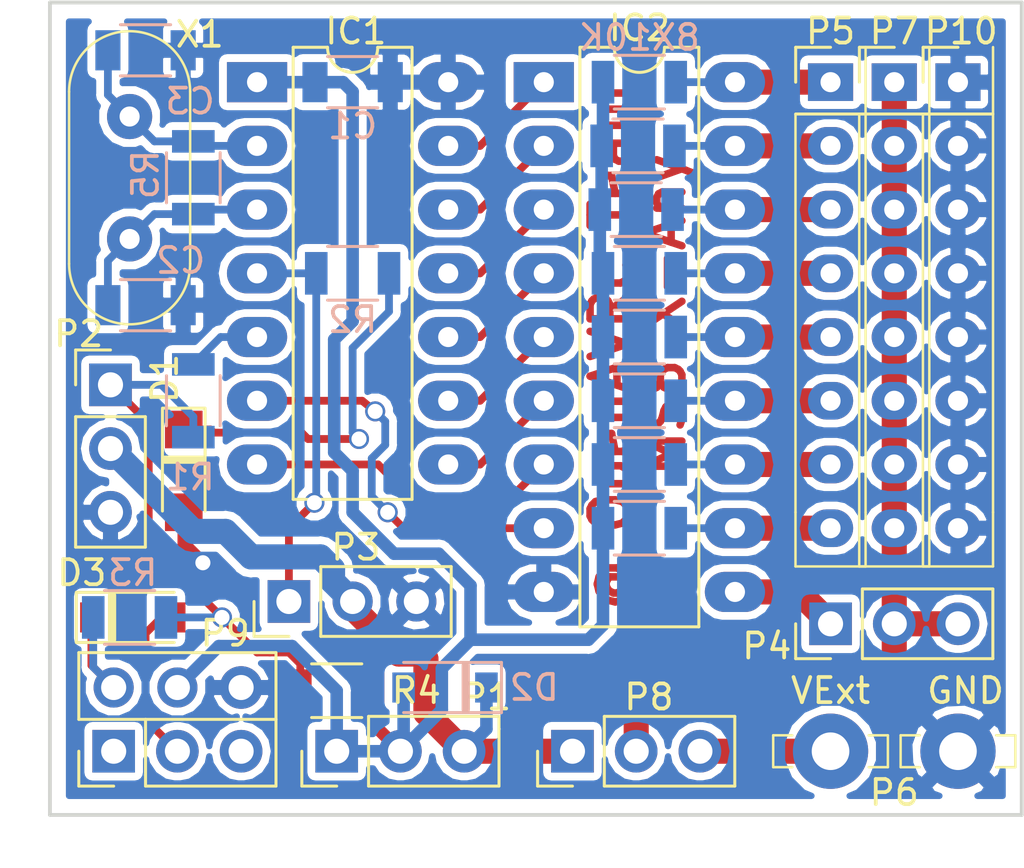
<source format=kicad_pcb>
(kicad_pcb (version 20171130) (host pcbnew "(5.0.2)-1")

  (general
    (thickness 1.6)
    (drawings 20)
    (tracks 178)
    (zones 0)
    (modules 32)
    (nets 31)
  )

  (page A4)
  (title_block
    (title "Decodeur Multi Switch  8 voies")
    (date 2018-12-18)
    (rev 0.1)
    (company OpenAVRc)
  )

  (layers
    (0 F.Cu signal)
    (31 B.Cu signal hide)
    (32 B.Adhes user hide)
    (33 F.Adhes user hide)
    (34 B.Paste user hide)
    (35 F.Paste user hide)
    (36 B.SilkS user hide)
    (37 F.SilkS user)
    (38 B.Mask user hide)
    (39 F.Mask user hide)
    (40 Dwgs.User user hide)
    (41 Cmts.User user hide)
    (42 Eco1.User user hide)
    (43 Eco2.User user hide)
    (44 Edge.Cuts user)
    (45 Margin user hide)
    (46 B.CrtYd user hide)
    (47 F.CrtYd user hide)
    (48 B.Fab user hide)
    (49 F.Fab user)
  )

  (setup
    (last_trace_width 0.31)
    (user_trace_width 0.31)
    (user_trace_width 0.5)
    (user_trace_width 1)
    (trace_clearance 0.31)
    (zone_clearance 0.3)
    (zone_45_only no)
    (trace_min 0.31)
    (segment_width 0.2)
    (edge_width 0.15)
    (via_size 0.8)
    (via_drill 0.6)
    (via_min_size 0.8)
    (via_min_drill 0.6)
    (uvia_size 0.3)
    (uvia_drill 0.1)
    (uvias_allowed no)
    (uvia_min_size 0.2)
    (uvia_min_drill 0.1)
    (pcb_text_width 0.3)
    (pcb_text_size 1.5 1.5)
    (mod_edge_width 0.15)
    (mod_text_size 1 1)
    (mod_text_width 0.15)
    (pad_size 1.6 1.6)
    (pad_drill 1)
    (pad_to_mask_clearance 0.2)
    (solder_mask_min_width 0.25)
    (aux_axis_origin 133.35 120.65)
    (grid_origin 133.35 120.65)
    (visible_elements 7FFFFEFF)
    (pcbplotparams
      (layerselection 0x10000_7ffffffe)
      (usegerberextensions false)
      (usegerberattributes false)
      (usegerberadvancedattributes false)
      (creategerberjobfile false)
      (excludeedgelayer true)
      (linewidth 0.100000)
      (plotframeref false)
      (viasonmask false)
      (mode 1)
      (useauxorigin false)
      (hpglpennumber 1)
      (hpglpenspeed 20)
      (hpglpendiameter 15.000000)
      (psnegative false)
      (psa4output false)
      (plotreference true)
      (plotvalue true)
      (plotinvisibletext false)
      (padsonsilk false)
      (subtractmaskfromsilk false)
      (outputformat 4)
      (mirror true)
      (drillshape 0)
      (scaleselection 1)
      (outputdirectory "Gerber/"))
  )

  (net 0 "")
  (net 1 GND)
  (net 2 +5V)
  (net 3 "Net-(C2-Pad1)")
  (net 4 "Net-(IC1-Pad8)")
  (net 5 "Net-(IC1-Pad9)")
  (net 6 "Net-(IC1-Pad10)")
  (net 7 "Net-(IC1-Pad4)")
  (net 8 "Net-(IC1-Pad11)")
  (net 9 "Net-(IC1-Pad5)")
  (net 10 "Net-(IC1-Pad12)")
  (net 11 "Net-(IC1-Pad6)")
  (net 12 "Net-(IC1-Pad13)")
  (net 13 "Net-(IC1-Pad7)")
  (net 14 "Net-(C3-Pad1)")
  (net 15 "Net-(IC2-Pad10)")
  (net 16 "Net-(IC2-Pad11)")
  (net 17 "Net-(IC2-Pad12)")
  (net 18 "Net-(IC2-Pad13)")
  (net 19 "Net-(IC2-Pad14)")
  (net 20 "Net-(IC2-Pad15)")
  (net 21 "Net-(IC2-Pad16)")
  (net 22 "Net-(IC2-Pad17)")
  (net 23 "Net-(IC2-Pad18)")
  (net 24 "Net-(P2-Pad1)")
  (net 25 "Net-(P4-Pad2)")
  (net 26 +VRx)
  (net 27 "Net-(D3-Pad1)")
  (net 28 "Net-(D3-Pad2)")
  (net 29 +12C)
  (net 30 "Net-(D1-Pad1)")

  (net_class Default "Ceci est la Netclass par défaut"
    (clearance 0.31)
    (trace_width 0.31)
    (via_dia 0.8)
    (via_drill 0.6)
    (uvia_dia 0.3)
    (uvia_drill 0.1)
    (add_net +12C)
    (add_net +VRx)
    (add_net "Net-(C2-Pad1)")
    (add_net "Net-(C3-Pad1)")
    (add_net "Net-(D1-Pad1)")
    (add_net "Net-(D3-Pad1)")
    (add_net "Net-(D3-Pad2)")
    (add_net "Net-(IC1-Pad10)")
    (add_net "Net-(IC1-Pad11)")
    (add_net "Net-(IC1-Pad12)")
    (add_net "Net-(IC1-Pad13)")
    (add_net "Net-(IC1-Pad4)")
    (add_net "Net-(IC1-Pad5)")
    (add_net "Net-(IC1-Pad6)")
    (add_net "Net-(IC1-Pad7)")
    (add_net "Net-(IC1-Pad8)")
    (add_net "Net-(IC1-Pad9)")
    (add_net "Net-(IC2-Pad10)")
    (add_net "Net-(IC2-Pad11)")
    (add_net "Net-(IC2-Pad12)")
    (add_net "Net-(IC2-Pad13)")
    (add_net "Net-(IC2-Pad14)")
    (add_net "Net-(IC2-Pad15)")
    (add_net "Net-(IC2-Pad16)")
    (add_net "Net-(IC2-Pad17)")
    (add_net "Net-(IC2-Pad18)")
    (add_net "Net-(P2-Pad1)")
    (add_net "Net-(P4-Pad2)")
  )

  (net_class Alim ""
    (clearance 0.31)
    (trace_width 0.5)
    (via_dia 0.8)
    (via_drill 0.6)
    (uvia_dia 0.3)
    (uvia_drill 0.1)
    (add_net +5V)
    (add_net GND)
  )

  (module HC-39 (layer F.Cu) (tedit 5C1F94C1) (tstamp 5C0A7A02)
    (at 136.525 95.25 270)
    (path /5C07AE60)
    (fp_text reference X1 (at -5.715 -2.794) (layer F.SilkS)
      (effects (font (size 1 1) (thickness 0.15)))
    )
    (fp_text value 16Mhz (at 0 -0.5 270) (layer F.Fab)
      (effects (font (size 1 1) (thickness 0.15)))
    )
    (fp_arc (start 3.3 0) (end 5.3 0) (angle 90) (layer F.Fab) (width 0.1))
    (fp_arc (start 3.3 0) (end 3.3 -2) (angle 90) (layer F.Fab) (width 0.1))
    (fp_arc (start -3.3 0) (end -3.3 2) (angle 90) (layer F.Fab) (width 0.1))
    (fp_arc (start -3.3 0) (end -5.3 0) (angle 90) (layer F.Fab) (width 0.1))
    (fp_line (start 3.4 -2) (end -3.4 -2) (layer F.Fab) (width 0.1))
    (fp_line (start 3.4 2) (end -3.4 2) (layer F.Fab) (width 0.1))
    (fp_line (start -3.3 2.4) (end 3.3 2.4) (layer F.Fab) (width 0.1))
    (fp_line (start 3.3 -2.4) (end -3.3 -2.4) (layer F.Fab) (width 0.1))
    (fp_arc (start 3.3 0) (end 5.7 0) (angle 90) (layer F.Fab) (width 0.1))
    (fp_arc (start 3.3 0) (end 3.3 -2.4) (angle 90) (layer F.Fab) (width 0.1))
    (fp_arc (start -3.3 0) (end -3.3 2.4) (angle 90) (layer F.Fab) (width 0.1))
    (fp_arc (start -3.3 0) (end -5.7 0) (angle 90) (layer F.Fab) (width 0.1))
    (fp_line (start 3.429 -2.413) (end -3.429 -2.413) (layer F.SilkS) (width 0.1))
    (fp_line (start 3.429 2.413) (end -3.429 2.413) (layer F.SilkS) (width 0.1))
    (fp_arc (start -3.429 0) (end -3.429 -2.413) (angle -180) (layer F.SilkS) (width 0.1))
    (fp_arc (start 3.429 0) (end 3.429 2.413) (angle -180) (layer F.SilkS) (width 0.1))
    (pad 1 thru_hole circle (at -2.44 0 270) (size 1.8 1.8) (drill 0.8) (layers *.Cu *.Mask)
      (net 14 "Net-(C3-Pad1)"))
    (pad 2 thru_hole circle (at 2.44 0 270) (size 1.8 1.8) (drill 0.8) (layers *.Cu *.Mask)
      (net 3 "Net-(C2-Pad1)"))
    (model Crystals.3dshapes/Crystal_HC18-U_Vertical.wrl
      (offset (xyz -1.269999980926514 0 0))
      (scale (xyz 0.3 0.3 0.1))
      (rotate (xyz 0 0 0))
    )
  )

  (module Pin_Header_Straight_1x09_Pitch2.54mm (layer F.Cu) (tedit 5C165967) (tstamp 5C165D25)
    (at 169.545 91.44)
    (descr "Through hole straight pin header, 1x09, 2.54mm pitch, single row")
    (tags "Through hole pin header THT 1x09 2.54mm single row")
    (path /5C167467)
    (fp_text reference P10 (at 0.127 -2.032) (layer F.SilkS)
      (effects (font (size 1 1) (thickness 0.15)))
    )
    (fp_text value OUTPUT_1X8_GND (at 0 9.525 90) (layer F.Fab)
      (effects (font (size 1 1) (thickness 0.15)))
    )
    (fp_line (start -1.397 17.145) (end -1.397 19.304) (layer F.SilkS) (width 0.1))
    (fp_line (start -1.397 19.304) (end 1.397 19.304) (layer F.SilkS) (width 0.1))
    (fp_line (start 1.397 19.304) (end 1.397 17.145) (layer F.SilkS) (width 0.1))
    (fp_line (start -1.27 17.145) (end -1.27 19.05) (layer F.Fab) (width 0.1))
    (fp_line (start -1.27 19.05) (end 1.27 19.05) (layer F.Fab) (width 0.1))
    (fp_line (start 1.27 19.05) (end 1.27 17.145) (layer F.Fab) (width 0.1))
    (fp_line (start -1.397 17.145) (end -1.397 1.27) (layer F.SilkS) (width 0.1))
    (fp_line (start 1.397 17.145) (end 1.397 -1.397) (layer F.SilkS) (width 0.1))
    (fp_line (start 1.27 -1.27) (end 1.27 17.145) (layer F.Fab) (width 0.1))
    (fp_line (start -1.27 17.145) (end -1.27 -1.27) (layer F.Fab) (width 0.1))
    (fp_line (start 1.27 -1.27) (end -1.27 -1.27) (layer F.Fab) (width 0.1))
    (fp_line (start 1.39 1.27) (end -1.39 1.27) (layer F.SilkS) (width 0.12))
    (fp_line (start -1.39 0) (end -1.39 -1.39) (layer F.SilkS) (width 0.12))
    (fp_line (start -1.39 -1.39) (end 0 -1.39) (layer F.SilkS) (width 0.12))
    (fp_line (start -1.6 -1.6) (end -1.6 21.9) (layer F.CrtYd) (width 0.05))
    (fp_line (start -1.6 21.9) (end 1.6 21.9) (layer F.CrtYd) (width 0.05))
    (fp_line (start 1.6 21.9) (end 1.6 -1.6) (layer F.CrtYd) (width 0.05))
    (fp_line (start 1.6 -1.6) (end -1.6 -1.6) (layer F.CrtYd) (width 0.05))
    (pad 1 thru_hole rect (at 0 0) (size 1.8 1.5) (drill 0.8) (layers *.Cu *.Mask)
      (net 1 GND))
    (pad 2 thru_hole oval (at 0 2.54) (size 1.8 1.5) (drill 0.8) (layers *.Cu *.Mask)
      (net 1 GND))
    (pad 3 thru_hole oval (at 0 5.08) (size 1.8 1.5) (drill 0.8) (layers *.Cu *.Mask)
      (net 1 GND))
    (pad 4 thru_hole oval (at 0 7.62) (size 1.8 1.5) (drill 0.8) (layers *.Cu *.Mask)
      (net 1 GND))
    (pad 5 thru_hole oval (at 0 10.16) (size 1.8 1.5) (drill 0.8) (layers *.Cu *.Mask)
      (net 1 GND))
    (pad 6 thru_hole oval (at 0 12.7) (size 1.8 1.5) (drill 0.8) (layers *.Cu *.Mask)
      (net 1 GND))
    (pad 7 thru_hole oval (at 0 15.24) (size 1.8 1.5) (drill 0.8) (layers *.Cu *.Mask)
      (net 1 GND))
    (pad 8 thru_hole oval (at 0 17.78) (size 1.8 1.5) (drill 0.8) (layers *.Cu *.Mask)
      (net 1 GND))
    (model Pin_Headers.3dshapes/Pin_Header_Straight_1x08_Pitch2.54mm.wrl
      (at (xyz 0 0 0))
      (scale (xyz 1 1 1))
      (rotate (xyz 0 0 0))
    )
  )

  (module Pin_Header_Straight_1x09_Pitch2.54mm (layer F.Cu) (tedit 5C165964) (tstamp 5C152D45)
    (at 167.005 91.44)
    (descr "Through hole straight pin header, 1x09, 2.54mm pitch, single row")
    (tags "Through hole pin header THT 1x09 2.54mm single row")
    (path /5C152E6C)
    (fp_text reference P7 (at 0 -2.032) (layer F.SilkS)
      (effects (font (size 1 1) (thickness 0.15)))
    )
    (fp_text value OUTPUT_1X8_ALIM (at 0 9.525 90) (layer F.Fab)
      (effects (font (size 1 1) (thickness 0.15)))
    )
    (fp_line (start -1.397 17.145) (end -1.397 19.304) (layer F.SilkS) (width 0.1))
    (fp_line (start -1.397 19.304) (end 1.397 19.304) (layer F.SilkS) (width 0.1))
    (fp_line (start 1.397 19.304) (end 1.397 17.145) (layer F.SilkS) (width 0.1))
    (fp_line (start -1.27 17.145) (end -1.27 19.05) (layer F.Fab) (width 0.1))
    (fp_line (start -1.27 19.05) (end 1.27 19.05) (layer F.Fab) (width 0.1))
    (fp_line (start 1.27 19.05) (end 1.27 17.145) (layer F.Fab) (width 0.1))
    (fp_line (start -1.397 17.145) (end -1.397 1.27) (layer F.SilkS) (width 0.1))
    (fp_line (start 1.397 17.145) (end 1.397 -1.397) (layer F.SilkS) (width 0.1))
    (fp_line (start 1.27 -1.27) (end 1.27 17.145) (layer F.Fab) (width 0.1))
    (fp_line (start -1.27 17.145) (end -1.27 -1.27) (layer F.Fab) (width 0.1))
    (fp_line (start 1.27 -1.27) (end -1.27 -1.27) (layer F.Fab) (width 0.1))
    (fp_line (start 1.39 1.27) (end -1.39 1.27) (layer F.SilkS) (width 0.12))
    (fp_line (start -1.39 0) (end -1.39 -1.39) (layer F.SilkS) (width 0.12))
    (fp_line (start -1.39 -1.39) (end 0 -1.39) (layer F.SilkS) (width 0.12))
    (fp_line (start -1.6 -1.6) (end -1.6 21.9) (layer F.CrtYd) (width 0.05))
    (fp_line (start -1.6 21.9) (end 1.6 21.9) (layer F.CrtYd) (width 0.05))
    (fp_line (start 1.6 21.9) (end 1.6 -1.6) (layer F.CrtYd) (width 0.05))
    (fp_line (start 1.6 -1.6) (end -1.6 -1.6) (layer F.CrtYd) (width 0.05))
    (pad 1 thru_hole rect (at 0 0) (size 1.8 1.5) (drill 0.8) (layers *.Cu *.Mask)
      (net 25 "Net-(P4-Pad2)"))
    (pad 2 thru_hole oval (at 0 2.54) (size 1.8 1.5) (drill 0.8) (layers *.Cu *.Mask)
      (net 25 "Net-(P4-Pad2)"))
    (pad 3 thru_hole oval (at 0 5.08) (size 1.8 1.5) (drill 0.8) (layers *.Cu *.Mask)
      (net 25 "Net-(P4-Pad2)"))
    (pad 4 thru_hole oval (at 0 7.62) (size 1.8 1.5) (drill 0.8) (layers *.Cu *.Mask)
      (net 25 "Net-(P4-Pad2)"))
    (pad 5 thru_hole oval (at 0 10.16) (size 1.8 1.5) (drill 0.8) (layers *.Cu *.Mask)
      (net 25 "Net-(P4-Pad2)"))
    (pad 6 thru_hole oval (at 0 12.7) (size 1.8 1.5) (drill 0.8) (layers *.Cu *.Mask)
      (net 25 "Net-(P4-Pad2)"))
    (pad 7 thru_hole oval (at 0 15.24) (size 1.8 1.5) (drill 0.8) (layers *.Cu *.Mask)
      (net 25 "Net-(P4-Pad2)"))
    (pad 8 thru_hole oval (at 0 17.78) (size 1.8 1.5) (drill 0.8) (layers *.Cu *.Mask)
      (net 25 "Net-(P4-Pad2)"))
    (model Pin_Headers.3dshapes/Pin_Header_Straight_1x08_Pitch2.54mm.wrl
      (at (xyz 0 0 0))
      (scale (xyz 1 1 1))
      (rotate (xyz 0 0 0))
    )
  )

  (module DIP-14_W7.62mm_LongPads (layer F.Cu) (tedit 5C18A17F) (tstamp 5C0C0B24)
    (at 141.605 91.44)
    (descr "14-lead dip package, row spacing 7.62 mm (300 mils), LongPads")
    (tags "DIL DIP PDIP 2.54mm 7.62mm 300mil LongPads")
    (path /5C0946AD)
    (fp_text reference IC1 (at 3.937 -2.032) (layer F.SilkS)
      (effects (font (size 1 1) (thickness 0.15)))
    )
    (fp_text value ATTINY84-P (at 3.937 10.922 90) (layer F.Fab)
      (effects (font (size 1 1) (thickness 0.15)))
    )
    (fp_text user %R (at 3.683 2.794) (layer F.Fab)
      (effects (font (size 1 1) (thickness 0.15)))
    )
    (fp_line (start 1.635 -1.27) (end 6.985 -1.27) (layer F.Fab) (width 0.1))
    (fp_line (start 6.985 -1.27) (end 6.985 16.51) (layer F.Fab) (width 0.1))
    (fp_line (start 6.985 16.51) (end 0.635 16.51) (layer F.Fab) (width 0.1))
    (fp_line (start 0.635 16.51) (end 0.635 -0.27) (layer F.Fab) (width 0.1))
    (fp_line (start 0.635 -0.27) (end 1.635 -1.27) (layer F.Fab) (width 0.1))
    (fp_line (start 2.81 -1.39) (end 1.44 -1.39) (layer F.SilkS) (width 0.12))
    (fp_line (start 1.44 -1.39) (end 1.44 16.63) (layer F.SilkS) (width 0.12))
    (fp_line (start 1.44 16.63) (end 6.18 16.63) (layer F.SilkS) (width 0.12))
    (fp_line (start 6.18 16.63) (end 6.18 -1.39) (layer F.SilkS) (width 0.12))
    (fp_line (start 6.18 -1.39) (end 4.81 -1.39) (layer F.SilkS) (width 0.12))
    (fp_line (start -1.5 -1.6) (end -1.5 16.8) (layer F.CrtYd) (width 0.05))
    (fp_line (start -1.5 16.8) (end 9.1 16.8) (layer F.CrtYd) (width 0.05))
    (fp_line (start 9.1 16.8) (end 9.1 -1.6) (layer F.CrtYd) (width 0.05))
    (fp_line (start 9.1 -1.6) (end -1.5 -1.6) (layer F.CrtYd) (width 0.05))
    (fp_arc (start 3.81 -1.39) (end 2.81 -1.39) (angle -180) (layer F.SilkS) (width 0.12))
    (pad 1 thru_hole rect (at 0 0) (size 2.4 1.6) (drill 0.8) (layers *.Cu *.Mask)
      (net 2 +5V))
    (pad 8 thru_hole oval (at 7.62 15.24) (size 2.4 1.6) (drill 0.8) (layers *.Cu *.Mask)
      (net 4 "Net-(IC1-Pad8)"))
    (pad 2 thru_hole oval (at 0 2.54) (size 2.4 1.6) (drill 0.8) (layers *.Cu *.Mask)
      (net 14 "Net-(C3-Pad1)"))
    (pad 9 thru_hole oval (at 7.62 12.7) (size 2.4 1.6) (drill 0.8) (layers *.Cu *.Mask)
      (net 5 "Net-(IC1-Pad9)"))
    (pad 3 thru_hole oval (at 0 5.08) (size 2.4 1.6) (drill 0.8) (layers *.Cu *.Mask)
      (net 3 "Net-(C2-Pad1)"))
    (pad 10 thru_hole oval (at 7.62 10.16) (size 2.4 1.6) (drill 0.8) (layers *.Cu *.Mask)
      (net 6 "Net-(IC1-Pad10)"))
    (pad 4 thru_hole oval (at 0 7.62) (size 2.4 1.6) (drill 0.8) (layers *.Cu *.Mask)
      (net 7 "Net-(IC1-Pad4)"))
    (pad 11 thru_hole oval (at 7.62 7.62) (size 2.4 1.6) (drill 0.8) (layers *.Cu *.Mask)
      (net 8 "Net-(IC1-Pad11)"))
    (pad 5 thru_hole oval (at 0 10.16) (size 2.4 1.6) (drill 0.8) (layers *.Cu *.Mask)
      (net 9 "Net-(IC1-Pad5)"))
    (pad 12 thru_hole oval (at 7.62 5.08) (size 2.4 1.6) (drill 0.8) (layers *.Cu *.Mask)
      (net 10 "Net-(IC1-Pad12)"))
    (pad 6 thru_hole oval (at 0 12.7) (size 2.4 1.6) (drill 0.8) (layers *.Cu *.Mask)
      (net 11 "Net-(IC1-Pad6)"))
    (pad 13 thru_hole oval (at 7.62 2.54) (size 2.4 1.6) (drill 0.8) (layers *.Cu *.Mask)
      (net 12 "Net-(IC1-Pad13)"))
    (pad 7 thru_hole oval (at 0 15.24) (size 2.4 1.6) (drill 0.8) (layers *.Cu *.Mask)
      (net 13 "Net-(IC1-Pad7)"))
    (pad 14 thru_hole oval (at 7.62 0) (size 2.4 1.6) (drill 0.8) (layers *.Cu *.Mask)
      (net 1 GND))
    (model ${KISYS3DMOD}/Housings_DIP.3dshapes/DIP-14_W7.62mm_LongPads.wrl
      (at (xyz 0 0 0))
      (scale (xyz 1 1 1))
      (rotate (xyz 0 0 0))
    )
  )

  (module Faston_V-5_08 (layer F.Cu) (tedit 5C18A1F6) (tstamp 5C151DAC)
    (at 167.005 118.11 180)
    (descr "Dual banana socket, footprint - 2 x 6mm drills")
    (tags "banana socket")
    (path /5C151C4F)
    (fp_text reference P6 (at 0 -1.651 180) (layer F.SilkS)
      (effects (font (size 1 1) (thickness 0.15)))
    )
    (fp_text value VExt (at 0 -3.81 180) (layer F.Fab)
      (effects (font (size 1 1) (thickness 0.15)))
    )
    (fp_line (start 4.064 -0.635) (end 4.826 -0.635) (layer F.SilkS) (width 0.1))
    (fp_line (start 4.826 -0.635) (end 4.826 0.635) (layer F.SilkS) (width 0.1))
    (fp_line (start 4.826 0.635) (end 4.064 0.635) (layer F.SilkS) (width 0.1))
    (fp_line (start 1.016 -0.635) (end 0.254 -0.635) (layer F.SilkS) (width 0.1))
    (fp_line (start 0.254 -0.635) (end 0.254 0.635) (layer F.SilkS) (width 0.1))
    (fp_line (start 0.254 0.635) (end 1.016 0.635) (layer F.SilkS) (width 0.1))
    (fp_line (start -1.016 -0.635) (end -0.254 -0.635) (layer F.SilkS) (width 0.1))
    (fp_line (start -0.254 -0.635) (end -0.254 0.635) (layer F.SilkS) (width 0.1))
    (fp_line (start -0.254 0.635) (end -1.016 0.635) (layer F.SilkS) (width 0.1))
    (fp_line (start -4.064 -0.635) (end -4.826 -0.635) (layer F.SilkS) (width 0.1))
    (fp_line (start -4.826 -0.635) (end -4.826 0.635) (layer F.SilkS) (width 0.1))
    (fp_line (start -4.826 0.635) (end -4.064 0.635) (layer F.SilkS) (width 0.1))
    (fp_line (start 0.254 -0.635) (end 0.254 0.635) (layer F.Fab) (width 0.1))
    (fp_line (start 0.254 0.635) (end 4.826 0.635) (layer F.Fab) (width 0.1))
    (fp_line (start 4.826 0.635) (end 4.826 -0.635) (layer F.Fab) (width 0.1))
    (fp_line (start 4.826 -0.635) (end 0.254 -0.635) (layer F.Fab) (width 0.1))
    (fp_line (start -4.826 -0.635) (end -4.826 0.635) (layer F.Fab) (width 0.1))
    (fp_line (start -4.826 0.635) (end -0.254 0.635) (layer F.Fab) (width 0.1))
    (fp_line (start -0.254 0.635) (end -0.254 -0.635) (layer F.Fab) (width 0.1))
    (fp_line (start -0.254 -0.635) (end -4.826 -0.635) (layer F.Fab) (width 0.1))
    (pad 2 thru_hole circle (at 2.54 0 180) (size 3 3) (drill 1.5) (layers *.Cu *.Mask)
      (net 29 +12C))
    (pad 1 thru_hole circle (at -2.54 0 180) (size 3 3) (drill 1.5) (layers *.Cu *.Mask)
      (net 1 GND))
  )

  (module Pin_Header_Straight_1x09_Pitch2.54mm (layer F.Cu) (tedit 5C16595D) (tstamp 5C151DA1)
    (at 164.465 91.44)
    (descr "Through hole straight pin header, 1x09, 2.54mm pitch, single row")
    (tags "Through hole pin header THT 1x09 2.54mm single row")
    (path /5C1519E9)
    (fp_text reference P5 (at 0 -2.032) (layer F.SilkS)
      (effects (font (size 1 1) (thickness 0.15)))
    )
    (fp_text value OUTPUT_1X8 (at 0 9.525 90) (layer F.Fab)
      (effects (font (size 1 1) (thickness 0.15)))
    )
    (fp_line (start -1.397 17.145) (end -1.397 19.304) (layer F.SilkS) (width 0.1))
    (fp_line (start -1.397 19.304) (end 1.397 19.304) (layer F.SilkS) (width 0.1))
    (fp_line (start 1.397 19.304) (end 1.397 17.145) (layer F.SilkS) (width 0.1))
    (fp_line (start -1.27 17.145) (end -1.27 19.05) (layer F.Fab) (width 0.1))
    (fp_line (start -1.27 19.05) (end 1.27 19.05) (layer F.Fab) (width 0.1))
    (fp_line (start 1.27 19.05) (end 1.27 17.145) (layer F.Fab) (width 0.1))
    (fp_line (start -1.397 17.145) (end -1.397 1.27) (layer F.SilkS) (width 0.1))
    (fp_line (start 1.397 17.145) (end 1.397 -1.397) (layer F.SilkS) (width 0.1))
    (fp_line (start 1.27 -1.27) (end 1.27 17.145) (layer F.Fab) (width 0.1))
    (fp_line (start -1.27 17.145) (end -1.27 -1.27) (layer F.Fab) (width 0.1))
    (fp_line (start 1.27 -1.27) (end -1.27 -1.27) (layer F.Fab) (width 0.1))
    (fp_line (start 1.39 1.27) (end -1.39 1.27) (layer F.SilkS) (width 0.12))
    (fp_line (start -1.39 0) (end -1.39 -1.39) (layer F.SilkS) (width 0.12))
    (fp_line (start -1.39 -1.39) (end 0 -1.39) (layer F.SilkS) (width 0.12))
    (fp_line (start -1.6 -1.6) (end -1.6 21.9) (layer F.CrtYd) (width 0.05))
    (fp_line (start -1.6 21.9) (end 1.6 21.9) (layer F.CrtYd) (width 0.05))
    (fp_line (start 1.6 21.9) (end 1.6 -1.6) (layer F.CrtYd) (width 0.05))
    (fp_line (start 1.6 -1.6) (end -1.6 -1.6) (layer F.CrtYd) (width 0.05))
    (pad 1 thru_hole rect (at 0 0) (size 1.8 1.5) (drill 0.8) (layers *.Cu *.Mask)
      (net 23 "Net-(IC2-Pad18)"))
    (pad 2 thru_hole oval (at 0 2.54) (size 1.8 1.5) (drill 0.8) (layers *.Cu *.Mask)
      (net 22 "Net-(IC2-Pad17)"))
    (pad 3 thru_hole oval (at 0 5.08) (size 1.8 1.5) (drill 0.8) (layers *.Cu *.Mask)
      (net 21 "Net-(IC2-Pad16)"))
    (pad 4 thru_hole oval (at 0 7.62) (size 1.8 1.5) (drill 0.8) (layers *.Cu *.Mask)
      (net 20 "Net-(IC2-Pad15)"))
    (pad 5 thru_hole oval (at 0 10.16) (size 1.8 1.5) (drill 0.8) (layers *.Cu *.Mask)
      (net 19 "Net-(IC2-Pad14)"))
    (pad 6 thru_hole oval (at 0 12.7) (size 1.8 1.5) (drill 0.8) (layers *.Cu *.Mask)
      (net 18 "Net-(IC2-Pad13)"))
    (pad 7 thru_hole oval (at 0 15.24) (size 1.8 1.5) (drill 0.8) (layers *.Cu *.Mask)
      (net 17 "Net-(IC2-Pad12)"))
    (pad 8 thru_hole oval (at 0 17.78) (size 1.8 1.5) (drill 0.8) (layers *.Cu *.Mask)
      (net 16 "Net-(IC2-Pad11)"))
    (model Pin_Headers.3dshapes/Pin_Header_Straight_1x08_Pitch2.54mm.wrl
      (at (xyz 0 0 0))
      (scale (xyz 1 1 1))
      (rotate (xyz 0 0 0))
    )
  )

  (module C_1206 (layer B.Cu) (tedit 58AA84B8) (tstamp 5C026AAE)
    (at 145.415 91.44)
    (descr "Capacitor SMD 1206, reflow soldering, AVX (see smccp.pdf)")
    (tags "capacitor 1206")
    (path /5C07B782)
    (attr smd)
    (fp_text reference C1 (at 0 1.75) (layer B.SilkS)
      (effects (font (size 1 1) (thickness 0.15)) (justify mirror))
    )
    (fp_text value 100nF (at 0 -1.778) (layer B.Fab)
      (effects (font (size 1 1) (thickness 0.15)) (justify mirror))
    )
    (fp_text user %R (at 0 1.75) (layer B.Fab)
      (effects (font (size 1 1) (thickness 0.15)) (justify mirror))
    )
    (fp_line (start -1.6 -0.8) (end -1.6 0.8) (layer B.Fab) (width 0.1))
    (fp_line (start 1.6 -0.8) (end -1.6 -0.8) (layer B.Fab) (width 0.1))
    (fp_line (start 1.6 0.8) (end 1.6 -0.8) (layer B.Fab) (width 0.1))
    (fp_line (start -1.6 0.8) (end 1.6 0.8) (layer B.Fab) (width 0.1))
    (fp_line (start 1 1.02) (end -1 1.02) (layer B.SilkS) (width 0.12))
    (fp_line (start -1 -1.02) (end 1 -1.02) (layer B.SilkS) (width 0.12))
    (fp_line (start -2.25 1.05) (end 2.25 1.05) (layer B.CrtYd) (width 0.05))
    (fp_line (start -2.25 1.05) (end -2.25 -1.05) (layer B.CrtYd) (width 0.05))
    (fp_line (start 2.25 -1.05) (end 2.25 1.05) (layer B.CrtYd) (width 0.05))
    (fp_line (start 2.25 -1.05) (end -2.25 -1.05) (layer B.CrtYd) (width 0.05))
    (pad 1 smd rect (at -1.5 0) (size 1 1.6) (layers B.Cu B.Paste B.Mask)
      (net 2 +5V))
    (pad 2 smd rect (at 1.5 0) (size 1 1.6) (layers B.Cu B.Paste B.Mask)
      (net 1 GND))
    (model Capacitors_SMD.3dshapes/C_1206.wrl
      (at (xyz 0 0 0))
      (scale (xyz 1 1 1))
      (rotate (xyz 0 0 0))
    )
  )

  (module C_1206 (layer B.Cu) (tedit 5C18A138) (tstamp 5C07B05D)
    (at 137.16 100.33)
    (descr "Capacitor SMD 1206, reflow soldering, AVX (see smccp.pdf)")
    (tags "capacitor 1206")
    (path /5C07B507)
    (attr smd)
    (fp_text reference C2 (at 1.397 -1.778) (layer B.SilkS)
      (effects (font (size 1 1) (thickness 0.15)) (justify mirror))
    )
    (fp_text value 22pF (at -0.127 0 180) (layer B.Fab)
      (effects (font (size 1 1) (thickness 0.15)) (justify mirror))
    )
    (fp_text user %R (at 0 1.651 180) (layer B.Fab)
      (effects (font (size 1 1) (thickness 0.15)) (justify mirror))
    )
    (fp_line (start -1.6 -0.8) (end -1.6 0.8) (layer B.Fab) (width 0.1))
    (fp_line (start 1.6 -0.8) (end -1.6 -0.8) (layer B.Fab) (width 0.1))
    (fp_line (start 1.6 0.8) (end 1.6 -0.8) (layer B.Fab) (width 0.1))
    (fp_line (start -1.6 0.8) (end 1.6 0.8) (layer B.Fab) (width 0.1))
    (fp_line (start 1 1.02) (end -1 1.02) (layer B.SilkS) (width 0.12))
    (fp_line (start -1 -1.02) (end 1 -1.02) (layer B.SilkS) (width 0.12))
    (fp_line (start -2.25 1.05) (end 2.25 1.05) (layer B.CrtYd) (width 0.05))
    (fp_line (start -2.25 1.05) (end -2.25 -1.05) (layer B.CrtYd) (width 0.05))
    (fp_line (start 2.25 -1.05) (end 2.25 1.05) (layer B.CrtYd) (width 0.05))
    (fp_line (start 2.25 -1.05) (end -2.25 -1.05) (layer B.CrtYd) (width 0.05))
    (pad 1 smd rect (at -1.5 0) (size 1 1.6) (layers B.Cu B.Paste B.Mask)
      (net 3 "Net-(C2-Pad1)"))
    (pad 2 smd rect (at 1.5 0) (size 1 1.6) (layers B.Cu B.Paste B.Mask)
      (net 1 GND))
    (model Capacitors_SMD.3dshapes/C_1206.wrl
      (at (xyz 0 0 0))
      (scale (xyz 1 1 1))
      (rotate (xyz 0 0 0))
    )
  )

  (module C_1206 (layer B.Cu) (tedit 5C18A130) (tstamp 5C07B06E)
    (at 137.16 90.17)
    (descr "Capacitor SMD 1206, reflow soldering, AVX (see smccp.pdf)")
    (tags "capacitor 1206")
    (path /5C07B48B)
    (attr smd)
    (fp_text reference C3 (at 1.778 2.032) (layer B.SilkS)
      (effects (font (size 1 1) (thickness 0.15)) (justify mirror))
    )
    (fp_text value 22pF (at -0.254 0) (layer B.Fab)
      (effects (font (size 1 1) (thickness 0.15)) (justify mirror))
    )
    (fp_text user %R (at 1.397 1.905) (layer B.Fab)
      (effects (font (size 1 1) (thickness 0.15)) (justify mirror))
    )
    (fp_line (start -1.6 -0.8) (end -1.6 0.8) (layer B.Fab) (width 0.1))
    (fp_line (start 1.6 -0.8) (end -1.6 -0.8) (layer B.Fab) (width 0.1))
    (fp_line (start 1.6 0.8) (end 1.6 -0.8) (layer B.Fab) (width 0.1))
    (fp_line (start -1.6 0.8) (end 1.6 0.8) (layer B.Fab) (width 0.1))
    (fp_line (start 1 1.02) (end -1 1.02) (layer B.SilkS) (width 0.12))
    (fp_line (start -1 -1.02) (end 1 -1.02) (layer B.SilkS) (width 0.12))
    (fp_line (start -2.25 1.05) (end 2.25 1.05) (layer B.CrtYd) (width 0.05))
    (fp_line (start -2.25 1.05) (end -2.25 -1.05) (layer B.CrtYd) (width 0.05))
    (fp_line (start 2.25 -1.05) (end 2.25 1.05) (layer B.CrtYd) (width 0.05))
    (fp_line (start 2.25 -1.05) (end -2.25 -1.05) (layer B.CrtYd) (width 0.05))
    (pad 1 smd rect (at -1.5 0) (size 1 1.6) (layers B.Cu B.Paste B.Mask)
      (net 14 "Net-(C3-Pad1)"))
    (pad 2 smd rect (at 1.5 0) (size 1 1.6) (layers B.Cu B.Paste B.Mask)
      (net 1 GND))
    (model Capacitors_SMD.3dshapes/C_1206.wrl
      (at (xyz 0 0 0))
      (scale (xyz 1 1 1))
      (rotate (xyz 0 0 0))
    )
  )

  (module LED_1206 (layer F.Cu) (tedit 5C18A1A4) (tstamp 5C1F8FA5)
    (at 138.684 106.935 270)
    (descr "LED 1206 smd package")
    (tags "LED led 1206 SMD smd SMT smt smdled SMDLED smtled SMTLED")
    (path /5C0935CD)
    (attr smd)
    (fp_text reference D1 (at -3.684 0.762 270) (layer F.SilkS)
      (effects (font (size 1 1) (thickness 0.15)))
    )
    (fp_text value LED (at -4.065 -0.762 270) (layer F.Fab)
      (effects (font (size 1 1) (thickness 0.15)))
    )
    (fp_line (start -2.5 -0.85) (end -2.5 0.85) (layer F.SilkS) (width 0.12))
    (fp_line (start -0.45 -0.4) (end -0.45 0.4) (layer F.Fab) (width 0.1))
    (fp_line (start -0.4 0) (end 0.2 -0.4) (layer F.Fab) (width 0.1))
    (fp_line (start 0.2 0.4) (end -0.4 0) (layer F.Fab) (width 0.1))
    (fp_line (start 0.2 -0.4) (end 0.2 0.4) (layer F.Fab) (width 0.1))
    (fp_line (start 1.6 0.8) (end -1.6 0.8) (layer F.Fab) (width 0.1))
    (fp_line (start 1.6 -0.8) (end 1.6 0.8) (layer F.Fab) (width 0.1))
    (fp_line (start -1.6 -0.8) (end 1.6 -0.8) (layer F.Fab) (width 0.1))
    (fp_line (start -1.6 0.8) (end -1.6 -0.8) (layer F.Fab) (width 0.1))
    (fp_line (start -2.45 0.85) (end 1.6 0.85) (layer F.SilkS) (width 0.12))
    (fp_line (start -2.45 -0.85) (end 1.6 -0.85) (layer F.SilkS) (width 0.12))
    (fp_line (start 2.65 -1) (end 2.65 1) (layer F.CrtYd) (width 0.05))
    (fp_line (start 2.65 1) (end -2.65 1) (layer F.CrtYd) (width 0.05))
    (fp_line (start -2.65 1) (end -2.65 -1) (layer F.CrtYd) (width 0.05))
    (fp_line (start -2.65 -1) (end 2.65 -1) (layer F.CrtYd) (width 0.05))
    (pad 2 smd rect (at 1.65 0 90) (size 1.5 1.5) (layers F.Cu F.Paste F.Mask)
      (net 1 GND))
    (pad 1 smd rect (at -1.65 0 90) (size 1.5 1.5) (layers F.Cu F.Paste F.Mask)
      (net 30 "Net-(D1-Pad1)"))
    (model ${KISYS3DMOD}/LEDs.3dshapes/LED_1206.wrl
      (at (xyz 0 0 0))
      (scale (xyz 1 1 1))
      (rotate (xyz 0 0 180))
    )
  )

  (module R_1206 (layer B.Cu) (tedit 58E0A804) (tstamp 5C0939DA)
    (at 145.415 99.06)
    (descr "Resistor SMD 1206, reflow soldering, Vishay (see dcrcw.pdf)")
    (tags "resistor 1206")
    (path /5C0934C1)
    (attr smd)
    (fp_text reference R2 (at 0 1.85) (layer B.SilkS)
      (effects (font (size 1 1) (thickness 0.15)) (justify mirror))
    )
    (fp_text value 330 (at 0 -1.95) (layer B.Fab)
      (effects (font (size 1 1) (thickness 0.15)) (justify mirror))
    )
    (fp_text user %R (at 0 0) (layer B.Fab)
      (effects (font (size 0.7 0.7) (thickness 0.105)) (justify mirror))
    )
    (fp_line (start -1.6 -0.8) (end -1.6 0.8) (layer B.Fab) (width 0.1))
    (fp_line (start 1.6 -0.8) (end -1.6 -0.8) (layer B.Fab) (width 0.1))
    (fp_line (start 1.6 0.8) (end 1.6 -0.8) (layer B.Fab) (width 0.1))
    (fp_line (start -1.6 0.8) (end 1.6 0.8) (layer B.Fab) (width 0.1))
    (fp_line (start 1 -1.07) (end -1 -1.07) (layer B.SilkS) (width 0.12))
    (fp_line (start -1 1.07) (end 1 1.07) (layer B.SilkS) (width 0.12))
    (fp_line (start -2.15 1.11) (end 2.15 1.11) (layer B.CrtYd) (width 0.05))
    (fp_line (start -2.15 1.11) (end -2.15 -1.1) (layer B.CrtYd) (width 0.05))
    (fp_line (start 2.15 -1.1) (end 2.15 1.11) (layer B.CrtYd) (width 0.05))
    (fp_line (start 2.15 -1.1) (end -2.15 -1.1) (layer B.CrtYd) (width 0.05))
    (pad 1 smd rect (at -1.45 0) (size 0.9 1.7) (layers B.Cu B.Paste B.Mask)
      (net 7 "Net-(IC1-Pad4)"))
    (pad 2 smd rect (at 1.45 0) (size 0.9 1.7) (layers B.Cu B.Paste B.Mask)
      (net 30 "Net-(D1-Pad1)"))
    (model ${KISYS3DMOD}/Resistors_SMD.3dshapes/R_1206.wrl
      (at (xyz 0 0 0))
      (scale (xyz 1 1 1))
      (rotate (xyz 0 0 0))
    )
  )

  (module DIP-18_W7.62mm_LongPads (layer F.Cu) (tedit 5C18A181) (tstamp 5C0C0B6A)
    (at 153.035 91.44)
    (descr "18-lead dip package, row spacing 7.62 mm (300 mils), LongPads")
    (tags "DIL DIP PDIP 2.54mm 7.62mm 300mil LongPads")
    (path /5C026506)
    (fp_text reference IC2 (at 3.81 -2.159) (layer F.SilkS)
      (effects (font (size 1 1) (thickness 0.15)))
    )
    (fp_text value ULN2803 (at 3.81 11.43 90) (layer F.Fab)
      (effects (font (size 1 1) (thickness 0.15)))
    )
    (fp_text user %R (at 3.683 2.921) (layer F.Fab)
      (effects (font (size 1 1) (thickness 0.15)))
    )
    (fp_line (start 1.635 -1.27) (end 6.985 -1.27) (layer F.Fab) (width 0.1))
    (fp_line (start 6.985 -1.27) (end 6.985 21.59) (layer F.Fab) (width 0.1))
    (fp_line (start 6.985 21.59) (end 0.635 21.59) (layer F.Fab) (width 0.1))
    (fp_line (start 0.635 21.59) (end 0.635 -0.27) (layer F.Fab) (width 0.1))
    (fp_line (start 0.635 -0.27) (end 1.635 -1.27) (layer F.Fab) (width 0.1))
    (fp_line (start 2.81 -1.39) (end 1.44 -1.39) (layer F.SilkS) (width 0.12))
    (fp_line (start 1.44 -1.39) (end 1.44 21.71) (layer F.SilkS) (width 0.12))
    (fp_line (start 1.44 21.71) (end 6.18 21.71) (layer F.SilkS) (width 0.12))
    (fp_line (start 6.18 21.71) (end 6.18 -1.39) (layer F.SilkS) (width 0.12))
    (fp_line (start 6.18 -1.39) (end 4.81 -1.39) (layer F.SilkS) (width 0.12))
    (fp_line (start -1.5 -1.6) (end -1.5 21.9) (layer F.CrtYd) (width 0.05))
    (fp_line (start -1.5 21.9) (end 9.1 21.9) (layer F.CrtYd) (width 0.05))
    (fp_line (start 9.1 21.9) (end 9.1 -1.6) (layer F.CrtYd) (width 0.05))
    (fp_line (start 9.1 -1.6) (end -1.5 -1.6) (layer F.CrtYd) (width 0.05))
    (fp_arc (start 3.81 -1.39) (end 2.81 -1.39) (angle -180) (layer F.SilkS) (width 0.12))
    (pad 1 thru_hole rect (at 0 0) (size 2.4 1.6) (drill 0.8) (layers *.Cu *.Mask)
      (net 12 "Net-(IC1-Pad13)"))
    (pad 10 thru_hole oval (at 7.62 20.32) (size 2.4 1.6) (drill 0.8) (layers *.Cu *.Mask)
      (net 15 "Net-(IC2-Pad10)"))
    (pad 2 thru_hole oval (at 0 2.54) (size 2.4 1.6) (drill 0.8) (layers *.Cu *.Mask)
      (net 10 "Net-(IC1-Pad12)"))
    (pad 11 thru_hole oval (at 7.62 17.78) (size 2.4 1.6) (drill 0.8) (layers *.Cu *.Mask)
      (net 16 "Net-(IC2-Pad11)"))
    (pad 3 thru_hole oval (at 0 5.08) (size 2.4 1.6) (drill 0.8) (layers *.Cu *.Mask)
      (net 8 "Net-(IC1-Pad11)"))
    (pad 12 thru_hole oval (at 7.62 15.24) (size 2.4 1.6) (drill 0.8) (layers *.Cu *.Mask)
      (net 17 "Net-(IC2-Pad12)"))
    (pad 4 thru_hole oval (at 0 7.62) (size 2.4 1.6) (drill 0.8) (layers *.Cu *.Mask)
      (net 6 "Net-(IC1-Pad10)"))
    (pad 13 thru_hole oval (at 7.62 12.7) (size 2.4 1.6) (drill 0.8) (layers *.Cu *.Mask)
      (net 18 "Net-(IC2-Pad13)"))
    (pad 5 thru_hole oval (at 0 10.16) (size 2.4 1.6) (drill 0.8) (layers *.Cu *.Mask)
      (net 5 "Net-(IC1-Pad9)"))
    (pad 14 thru_hole oval (at 7.62 10.16) (size 2.4 1.6) (drill 0.8) (layers *.Cu *.Mask)
      (net 19 "Net-(IC2-Pad14)"))
    (pad 6 thru_hole oval (at 0 12.7) (size 2.4 1.6) (drill 0.8) (layers *.Cu *.Mask)
      (net 4 "Net-(IC1-Pad8)"))
    (pad 15 thru_hole oval (at 7.62 7.62) (size 2.4 1.6) (drill 0.8) (layers *.Cu *.Mask)
      (net 20 "Net-(IC2-Pad15)"))
    (pad 7 thru_hole oval (at 0 15.24) (size 2.4 1.6) (drill 0.8) (layers *.Cu *.Mask)
      (net 13 "Net-(IC1-Pad7)"))
    (pad 16 thru_hole oval (at 7.62 5.08) (size 2.4 1.6) (drill 0.8) (layers *.Cu *.Mask)
      (net 21 "Net-(IC2-Pad16)"))
    (pad 8 thru_hole oval (at 0 17.78) (size 2.4 1.6) (drill 0.8) (layers *.Cu *.Mask)
      (net 11 "Net-(IC1-Pad6)"))
    (pad 17 thru_hole oval (at 7.62 2.54) (size 2.4 1.6) (drill 0.8) (layers *.Cu *.Mask)
      (net 22 "Net-(IC2-Pad17)"))
    (pad 9 thru_hole oval (at 0 20.32) (size 2.4 1.6) (drill 0.8) (layers *.Cu *.Mask)
      (net 1 GND))
    (pad 18 thru_hole oval (at 7.62 0) (size 2.4 1.6) (drill 0.8) (layers *.Cu *.Mask)
      (net 23 "Net-(IC2-Pad18)"))
    (model ${KISYS3DMOD}/Housings_DIP.3dshapes/DIP-18_W7.62mm_LongPads.wrl
      (at (xyz 0 0 0))
      (scale (xyz 1 1 1))
      (rotate (xyz 0 0 0))
    )
  )

  (module Pin_Header_Straight_1x03_Pitch2.54mm (layer F.Cu) (tedit 5C18A1BC) (tstamp 5C151D34)
    (at 144.78 118.11 90)
    (descr "Through hole straight pin header, 1x03, 2.54mm pitch, single row")
    (tags "Through hole pin header THT 1x03 2.54mm single row")
    (path /5C1523C7)
    (fp_text reference P1 (at 2.159 5.969 180) (layer F.SilkS)
      (effects (font (size 1 1) (thickness 0.15)))
    )
    (fp_text value "+V=VRx / +V<VRx" (at -3.683 2.032) (layer F.Fab)
      (effects (font (size 1 1) (thickness 0.15)))
    )
    (fp_line (start -1.27 -1.27) (end -1.27 6.35) (layer F.Fab) (width 0.1))
    (fp_line (start -1.27 6.35) (end 1.27 6.35) (layer F.Fab) (width 0.1))
    (fp_line (start 1.27 6.35) (end 1.27 -1.27) (layer F.Fab) (width 0.1))
    (fp_line (start 1.27 -1.27) (end -1.27 -1.27) (layer F.Fab) (width 0.1))
    (fp_line (start -1.39 1.27) (end -1.39 6.47) (layer F.SilkS) (width 0.12))
    (fp_line (start -1.39 6.47) (end 1.39 6.47) (layer F.SilkS) (width 0.12))
    (fp_line (start 1.39 6.47) (end 1.39 1.27) (layer F.SilkS) (width 0.12))
    (fp_line (start 1.39 1.27) (end -1.39 1.27) (layer F.SilkS) (width 0.12))
    (fp_line (start -1.39 0) (end -1.39 -1.39) (layer F.SilkS) (width 0.12))
    (fp_line (start -1.39 -1.39) (end 0 -1.39) (layer F.SilkS) (width 0.12))
    (fp_line (start -1.6 -1.6) (end -1.6 6.6) (layer F.CrtYd) (width 0.05))
    (fp_line (start -1.6 6.6) (end 1.6 6.6) (layer F.CrtYd) (width 0.05))
    (fp_line (start 1.6 6.6) (end 1.6 -1.6) (layer F.CrtYd) (width 0.05))
    (fp_line (start 1.6 -1.6) (end -1.6 -1.6) (layer F.CrtYd) (width 0.05))
    (pad 1 thru_hole rect (at 0 0 90) (size 1.7 1.7) (drill 1) (layers *.Cu *.Mask)
      (net 2 +5V))
    (pad 2 thru_hole oval (at 0 2.54 90) (size 1.7 1.7) (drill 1) (layers *.Cu *.Mask)
      (net 2 +5V))
    (pad 3 thru_hole oval (at 0 5.08 90) (size 1.7 1.7) (drill 1) (layers *.Cu *.Mask)
      (net 26 +VRx))
    (model Pin_Headers.3dshapes/Pin_Header_Straight_1x03_Pitch2.54mm.wrl
      (at (xyz 0 0 0))
      (scale (xyz 1 1 1))
      (rotate (xyz 0 0 0))
    )
  )

  (module Pin_Header_Straight_1x03_Pitch2.54mm (layer F.Cu) (tedit 5C18A186) (tstamp 5C151D5C)
    (at 135.763 103.505)
    (descr "Through hole straight pin header, 1x03, 2.54mm pitch, single row")
    (tags "Through hole pin header THT 1x03 2.54mm single row")
    (path /5C07E028)
    (fp_text reference P2 (at -1.27 -2.032 180) (layer F.SilkS)
      (effects (font (size 1 1) (thickness 0.15)))
    )
    (fp_text value XANY_INPUT (at -3.556 2.667 90) (layer F.Fab)
      (effects (font (size 1 1) (thickness 0.15)))
    )
    (fp_line (start -1.27 -1.27) (end -1.27 6.35) (layer F.Fab) (width 0.1))
    (fp_line (start -1.27 6.35) (end 1.27 6.35) (layer F.Fab) (width 0.1))
    (fp_line (start 1.27 6.35) (end 1.27 -1.27) (layer F.Fab) (width 0.1))
    (fp_line (start 1.27 -1.27) (end -1.27 -1.27) (layer F.Fab) (width 0.1))
    (fp_line (start -1.39 1.27) (end -1.39 6.47) (layer F.SilkS) (width 0.12))
    (fp_line (start -1.39 6.47) (end 1.39 6.47) (layer F.SilkS) (width 0.12))
    (fp_line (start 1.39 6.47) (end 1.39 1.27) (layer F.SilkS) (width 0.12))
    (fp_line (start 1.39 1.27) (end -1.39 1.27) (layer F.SilkS) (width 0.12))
    (fp_line (start -1.39 0) (end -1.39 -1.39) (layer F.SilkS) (width 0.12))
    (fp_line (start -1.39 -1.39) (end 0 -1.39) (layer F.SilkS) (width 0.12))
    (fp_line (start -1.6 -1.6) (end -1.6 6.6) (layer F.CrtYd) (width 0.05))
    (fp_line (start -1.6 6.6) (end 1.6 6.6) (layer F.CrtYd) (width 0.05))
    (fp_line (start 1.6 6.6) (end 1.6 -1.6) (layer F.CrtYd) (width 0.05))
    (fp_line (start 1.6 -1.6) (end -1.6 -1.6) (layer F.CrtYd) (width 0.05))
    (pad 1 thru_hole rect (at 0 0) (size 1.7 1.7) (drill 1) (layers *.Cu *.Mask)
      (net 24 "Net-(P2-Pad1)"))
    (pad 2 thru_hole oval (at 0 2.54) (size 1.7 1.7) (drill 1) (layers *.Cu *.Mask)
      (net 26 +VRx))
    (pad 3 thru_hole oval (at 0 5.08) (size 1.7 1.7) (drill 1) (layers *.Cu *.Mask)
      (net 1 GND))
    (model Pin_Headers.3dshapes/Pin_Header_Straight_1x03_Pitch2.54mm.wrl
      (at (xyz 0 0 0))
      (scale (xyz 1 1 1))
      (rotate (xyz 0 0 0))
    )
  )

  (module Pin_Header_Straight_1x03_Pitch2.54mm (layer F.Cu) (tedit 5C18A1AF) (tstamp 5C151D71)
    (at 142.875 112.141 90)
    (descr "Through hole straight pin header, 1x03, 2.54mm pitch, single row")
    (tags "Through hole pin header THT 1x03 2.54mm single row")
    (path /5C1522B1)
    (fp_text reference P3 (at 2.159 2.667 180) (layer F.SilkS)
      (effects (font (size 1 1) (thickness 0.15)))
    )
    (fp_text value SERVO (at -0.127 2.54 180) (layer F.Fab)
      (effects (font (size 1 1) (thickness 0.15)))
    )
    (fp_line (start -1.27 -1.27) (end -1.27 6.35) (layer F.Fab) (width 0.1))
    (fp_line (start -1.27 6.35) (end 1.27 6.35) (layer F.Fab) (width 0.1))
    (fp_line (start 1.27 6.35) (end 1.27 -1.27) (layer F.Fab) (width 0.1))
    (fp_line (start 1.27 -1.27) (end -1.27 -1.27) (layer F.Fab) (width 0.1))
    (fp_line (start -1.39 1.27) (end -1.39 6.47) (layer F.SilkS) (width 0.12))
    (fp_line (start -1.39 6.47) (end 1.39 6.47) (layer F.SilkS) (width 0.12))
    (fp_line (start 1.39 6.47) (end 1.39 1.27) (layer F.SilkS) (width 0.12))
    (fp_line (start 1.39 1.27) (end -1.39 1.27) (layer F.SilkS) (width 0.12))
    (fp_line (start -1.39 0) (end -1.39 -1.39) (layer F.SilkS) (width 0.12))
    (fp_line (start -1.39 -1.39) (end 0 -1.39) (layer F.SilkS) (width 0.12))
    (fp_line (start -1.6 -1.6) (end -1.6 6.6) (layer F.CrtYd) (width 0.05))
    (fp_line (start -1.6 6.6) (end 1.6 6.6) (layer F.CrtYd) (width 0.05))
    (fp_line (start 1.6 6.6) (end 1.6 -1.6) (layer F.CrtYd) (width 0.05))
    (fp_line (start 1.6 -1.6) (end -1.6 -1.6) (layer F.CrtYd) (width 0.05))
    (pad 1 thru_hole rect (at 0 0 90) (size 1.7 1.7) (drill 1) (layers *.Cu *.Mask)
      (net 7 "Net-(IC1-Pad4)"))
    (pad 2 thru_hole circle (at 0 2.54 90) (size 1.6 1.6) (drill 1) (layers *.Cu *.Mask)
      (net 26 +VRx))
    (pad 3 thru_hole circle (at 0 5.08 90) (size 1.6 1.6) (drill 1) (layers *.Cu *.Mask)
      (net 1 GND))
    (model Pin_Headers.3dshapes/Pin_Header_Straight_1x03_Pitch2.54mm.wrl
      (at (xyz 0 0 0))
      (scale (xyz 1 1 1))
      (rotate (xyz 0 0 0))
    )
  )

  (module Pin_Header_Straight_1x03_Pitch2.54mm (layer F.Cu) (tedit 5C18A1C7) (tstamp 5C151D86)
    (at 164.465 113.03 90)
    (descr "Through hole straight pin header, 1x03, 2.54mm pitch, single row")
    (tags "Through hole pin header THT 1x03 2.54mm single row")
    (path /5C151BE0)
    (fp_text reference P4 (at -0.889 -2.54 180) (layer F.SilkS)
      (effects (font (size 1 1) (thickness 0.15)))
    )
    (fp_text value DIODE (at 0 2.54 180) (layer F.Fab)
      (effects (font (size 1 1) (thickness 0.15)))
    )
    (fp_line (start -1.27 -1.27) (end -1.27 6.35) (layer F.Fab) (width 0.1))
    (fp_line (start -1.27 6.35) (end 1.27 6.35) (layer F.Fab) (width 0.1))
    (fp_line (start 1.27 6.35) (end 1.27 -1.27) (layer F.Fab) (width 0.1))
    (fp_line (start 1.27 -1.27) (end -1.27 -1.27) (layer F.Fab) (width 0.1))
    (fp_line (start -1.39 1.27) (end -1.39 6.47) (layer F.SilkS) (width 0.12))
    (fp_line (start -1.39 6.47) (end 1.39 6.47) (layer F.SilkS) (width 0.12))
    (fp_line (start 1.39 6.47) (end 1.39 1.27) (layer F.SilkS) (width 0.12))
    (fp_line (start 1.39 1.27) (end -1.39 1.27) (layer F.SilkS) (width 0.12))
    (fp_line (start -1.39 0) (end -1.39 -1.39) (layer F.SilkS) (width 0.12))
    (fp_line (start -1.39 -1.39) (end 0 -1.39) (layer F.SilkS) (width 0.12))
    (fp_line (start -1.6 -1.6) (end -1.6 6.6) (layer F.CrtYd) (width 0.05))
    (fp_line (start -1.6 6.6) (end 1.6 6.6) (layer F.CrtYd) (width 0.05))
    (fp_line (start 1.6 6.6) (end 1.6 -1.6) (layer F.CrtYd) (width 0.05))
    (fp_line (start 1.6 -1.6) (end -1.6 -1.6) (layer F.CrtYd) (width 0.05))
    (pad 1 thru_hole rect (at 0 0 90) (size 1.7 1.7) (drill 1) (layers *.Cu *.Mask)
      (net 15 "Net-(IC2-Pad10)"))
    (pad 2 thru_hole oval (at 0 2.54 90) (size 1.7 1.7) (drill 1) (layers *.Cu *.Mask)
      (net 25 "Net-(P4-Pad2)"))
    (pad 3 thru_hole oval (at 0 5.08 90) (size 1.7 1.7) (drill 1) (layers *.Cu *.Mask)
      (net 25 "Net-(P4-Pad2)"))
    (model Pin_Headers.3dshapes/Pin_Header_Straight_1x03_Pitch2.54mm.wrl
      (at (xyz 0 0 0))
      (scale (xyz 1 1 1))
      (rotate (xyz 0 0 0))
    )
  )

  (module R_1206 (layer B.Cu) (tedit 5C18A13F) (tstamp 5C151DBD)
    (at 139.065 104.14 90)
    (descr "Resistor SMD 1206, reflow soldering, Vishay (see dcrcw.pdf)")
    (tags "resistor 1206")
    (path /5C1524FE)
    (attr smd)
    (fp_text reference R1 (at -3.048 -0.127 180) (layer B.SilkS)
      (effects (font (size 1 1) (thickness 0.15)) (justify mirror))
    )
    (fp_text value 1K (at -1.016 -1.651 270) (layer B.Fab)
      (effects (font (size 1 1) (thickness 0.15)) (justify mirror))
    )
    (fp_text user %R (at 0 0 90) (layer B.Fab)
      (effects (font (size 0.7 0.7) (thickness 0.105)) (justify mirror))
    )
    (fp_line (start -1.6 -0.8) (end -1.6 0.8) (layer B.Fab) (width 0.1))
    (fp_line (start 1.6 -0.8) (end -1.6 -0.8) (layer B.Fab) (width 0.1))
    (fp_line (start 1.6 0.8) (end 1.6 -0.8) (layer B.Fab) (width 0.1))
    (fp_line (start -1.6 0.8) (end 1.6 0.8) (layer B.Fab) (width 0.1))
    (fp_line (start 1 -1.07) (end -1 -1.07) (layer B.SilkS) (width 0.12))
    (fp_line (start -1 1.07) (end 1 1.07) (layer B.SilkS) (width 0.12))
    (fp_line (start -2.15 1.11) (end 2.15 1.11) (layer B.CrtYd) (width 0.05))
    (fp_line (start -2.15 1.11) (end -2.15 -1.1) (layer B.CrtYd) (width 0.05))
    (fp_line (start 2.15 -1.1) (end 2.15 1.11) (layer B.CrtYd) (width 0.05))
    (fp_line (start 2.15 -1.1) (end -2.15 -1.1) (layer B.CrtYd) (width 0.05))
    (pad 1 smd rect (at -1.45 0 90) (size 0.9 1.7) (layers B.Cu B.Paste B.Mask)
      (net 24 "Net-(P2-Pad1)"))
    (pad 2 smd rect (at 1.45 0 90) (size 0.9 1.7) (layers B.Cu B.Paste B.Mask)
      (net 9 "Net-(IC1-Pad5)"))
    (model ${KISYS3DMOD}/Resistors_SMD.3dshapes/R_1206.wrl
      (at (xyz 0 0 0))
      (scale (xyz 1 1 1))
      (rotate (xyz 0 0 0))
    )
  )

  (module D_SOD-123 (layer B.Cu) (tedit 5C18A125) (tstamp 5C152034)
    (at 149.098 115.57 180)
    (descr SOD-123)
    (tags SOD-123)
    (path /5C151F63)
    (attr smd)
    (fp_text reference D2 (at -3.556 0 180) (layer B.SilkS)
      (effects (font (size 1 1) (thickness 0.15)) (justify mirror))
    )
    (fp_text value LL4148 (at -1.27 1.524 180) (layer B.Fab)
      (effects (font (size 1 1) (thickness 0.15)) (justify mirror))
    )
    (fp_line (start -2.25 1) (end -2.25 -1) (layer B.SilkS) (width 0.12))
    (fp_line (start 0.25 0) (end 0.75 0) (layer B.Fab) (width 0.1))
    (fp_line (start 0.25 -0.4) (end -0.35 0) (layer B.Fab) (width 0.1))
    (fp_line (start 0.25 0.4) (end 0.25 -0.4) (layer B.Fab) (width 0.1))
    (fp_line (start -0.35 0) (end 0.25 0.4) (layer B.Fab) (width 0.1))
    (fp_line (start -0.35 0) (end -0.35 -0.55) (layer B.Fab) (width 0.1))
    (fp_line (start -0.35 0) (end -0.35 0.55) (layer B.Fab) (width 0.1))
    (fp_line (start -0.75 0) (end -0.35 0) (layer B.Fab) (width 0.1))
    (fp_line (start -1.4 -0.9) (end -1.4 0.9) (layer B.Fab) (width 0.1))
    (fp_line (start 1.4 -0.9) (end -1.4 -0.9) (layer B.Fab) (width 0.1))
    (fp_line (start 1.4 0.9) (end 1.4 -0.9) (layer B.Fab) (width 0.1))
    (fp_line (start -1.4 0.9) (end 1.4 0.9) (layer B.Fab) (width 0.1))
    (fp_line (start -2.35 1.15) (end 2.35 1.15) (layer B.CrtYd) (width 0.05))
    (fp_line (start 2.35 1.15) (end 2.35 -1.15) (layer B.CrtYd) (width 0.05))
    (fp_line (start 2.35 -1.15) (end -2.35 -1.15) (layer B.CrtYd) (width 0.05))
    (fp_line (start -2.35 1.15) (end -2.35 -1.15) (layer B.CrtYd) (width 0.05))
    (fp_line (start -2.25 -1) (end 1.65 -1) (layer B.SilkS) (width 0.12))
    (fp_line (start -2.25 1) (end 1.65 1) (layer B.SilkS) (width 0.12))
    (pad 1 smd rect (at -1.65 0 180) (size 0.9 1.2) (layers B.Cu B.Paste B.Mask)
      (net 26 +VRx))
    (pad 2 smd rect (at 1.65 0 180) (size 0.9 1.2) (layers B.Cu B.Paste B.Mask)
      (net 2 +5V))
    (model ${KISYS3DMOD}/Diodes_SMD.3dshapes/D_SOD-123.wrl
      (at (xyz 0 0 0))
      (scale (xyz 1 1 1))
      (rotate (xyz 0 0 0))
    )
  )

  (module D_SOD-123 (layer F.Cu) (tedit 5C18A189) (tstamp 5C165AAD)
    (at 136.652 112.776)
    (descr SOD-123)
    (tags SOD-123)
    (path /5C165B25)
    (attr smd)
    (fp_text reference D3 (at -2.032 -1.778) (layer F.SilkS)
      (effects (font (size 1 1) (thickness 0.15)))
    )
    (fp_text value LL4148 (at 2.159 -1.778) (layer F.Fab)
      (effects (font (size 1 1) (thickness 0.15)))
    )
    (fp_line (start -2.25 -1) (end -2.25 1) (layer F.SilkS) (width 0.12))
    (fp_line (start 0.25 0) (end 0.75 0) (layer F.Fab) (width 0.1))
    (fp_line (start 0.25 0.4) (end -0.35 0) (layer F.Fab) (width 0.1))
    (fp_line (start 0.25 -0.4) (end 0.25 0.4) (layer F.Fab) (width 0.1))
    (fp_line (start -0.35 0) (end 0.25 -0.4) (layer F.Fab) (width 0.1))
    (fp_line (start -0.35 0) (end -0.35 0.55) (layer F.Fab) (width 0.1))
    (fp_line (start -0.35 0) (end -0.35 -0.55) (layer F.Fab) (width 0.1))
    (fp_line (start -0.75 0) (end -0.35 0) (layer F.Fab) (width 0.1))
    (fp_line (start -1.4 0.9) (end -1.4 -0.9) (layer F.Fab) (width 0.1))
    (fp_line (start 1.4 0.9) (end -1.4 0.9) (layer F.Fab) (width 0.1))
    (fp_line (start 1.4 -0.9) (end 1.4 0.9) (layer F.Fab) (width 0.1))
    (fp_line (start -1.4 -0.9) (end 1.4 -0.9) (layer F.Fab) (width 0.1))
    (fp_line (start -2.35 -1.15) (end 2.35 -1.15) (layer F.CrtYd) (width 0.05))
    (fp_line (start 2.35 -1.15) (end 2.35 1.15) (layer F.CrtYd) (width 0.05))
    (fp_line (start 2.35 1.15) (end -2.35 1.15) (layer F.CrtYd) (width 0.05))
    (fp_line (start -2.35 -1.15) (end -2.35 1.15) (layer F.CrtYd) (width 0.05))
    (fp_line (start -2.25 1) (end 1.65 1) (layer F.SilkS) (width 0.12))
    (fp_line (start -2.25 -1) (end 1.65 -1) (layer F.SilkS) (width 0.12))
    (pad 1 smd rect (at -1.65 0) (size 0.9 1.2) (layers F.Cu F.Paste F.Mask)
      (net 27 "Net-(D3-Pad1)"))
    (pad 2 smd rect (at 1.65 0) (size 0.9 1.2) (layers F.Cu F.Paste F.Mask)
      (net 28 "Net-(D3-Pad2)"))
    (model ${KISYS3DMOD}/Diodes_SMD.3dshapes/D_SOD-123.wrl
      (at (xyz 0 0 0))
      (scale (xyz 1 1 1))
      (rotate (xyz 0 0 0))
    )
  )

  (module Pin_Header_Straight_1x03_Pitch2.54mm (layer F.Cu) (tedit 5C18A1C0) (tstamp 5C165AC2)
    (at 154.178 118.11 90)
    (descr "Through hole straight pin header, 1x03, 2.54mm pitch, single row")
    (tags "Through hole pin header THT 1x03 2.54mm single row")
    (path /5C1658CE)
    (fp_text reference P8 (at 2.159 3.048 180) (layer F.SilkS)
      (effects (font (size 1 1) (thickness 0.15)))
    )
    (fp_text value SEL_ALIM (at 2.286 2.286 180) (layer F.Fab)
      (effects (font (size 1 1) (thickness 0.15)))
    )
    (fp_line (start -1.27 -1.27) (end -1.27 6.35) (layer F.Fab) (width 0.1))
    (fp_line (start -1.27 6.35) (end 1.27 6.35) (layer F.Fab) (width 0.1))
    (fp_line (start 1.27 6.35) (end 1.27 -1.27) (layer F.Fab) (width 0.1))
    (fp_line (start 1.27 -1.27) (end -1.27 -1.27) (layer F.Fab) (width 0.1))
    (fp_line (start -1.39 1.27) (end -1.39 6.47) (layer F.SilkS) (width 0.12))
    (fp_line (start -1.39 6.47) (end 1.39 6.47) (layer F.SilkS) (width 0.12))
    (fp_line (start 1.39 6.47) (end 1.39 1.27) (layer F.SilkS) (width 0.12))
    (fp_line (start 1.39 1.27) (end -1.39 1.27) (layer F.SilkS) (width 0.12))
    (fp_line (start -1.39 0) (end -1.39 -1.39) (layer F.SilkS) (width 0.12))
    (fp_line (start -1.39 -1.39) (end 0 -1.39) (layer F.SilkS) (width 0.12))
    (fp_line (start -1.6 -1.6) (end -1.6 6.6) (layer F.CrtYd) (width 0.05))
    (fp_line (start -1.6 6.6) (end 1.6 6.6) (layer F.CrtYd) (width 0.05))
    (fp_line (start 1.6 6.6) (end 1.6 -1.6) (layer F.CrtYd) (width 0.05))
    (fp_line (start 1.6 -1.6) (end -1.6 -1.6) (layer F.CrtYd) (width 0.05))
    (pad 1 thru_hole rect (at 0 0 90) (size 1.7 1.7) (drill 1) (layers *.Cu *.Mask)
      (net 26 +VRx))
    (pad 2 thru_hole oval (at 0 2.54 90) (size 1.7 1.7) (drill 1) (layers *.Cu *.Mask)
      (net 25 "Net-(P4-Pad2)"))
    (pad 3 thru_hole oval (at 0 5.08 90) (size 1.7 1.7) (drill 1) (layers *.Cu *.Mask)
      (net 29 +12C))
    (model Pin_Headers.3dshapes/Pin_Header_Straight_1x03_Pitch2.54mm.wrl
      (at (xyz 0 0 0))
      (scale (xyz 1 1 1))
      (rotate (xyz 0 0 0))
    )
  )

  (module R_1206 (layer B.Cu) (tedit 5C18A11F) (tstamp 5C165AEE)
    (at 136.525 112.776)
    (descr "Resistor SMD 1206, reflow soldering, Vishay (see dcrcw.pdf)")
    (tags "resistor 1206")
    (path /5C165E80)
    (attr smd)
    (fp_text reference R3 (at 0.127 -1.778) (layer B.SilkS)
      (effects (font (size 1 1) (thickness 0.15)) (justify mirror))
    )
    (fp_text value 1K (at 0 -1.95) (layer B.Fab)
      (effects (font (size 1 1) (thickness 0.15)) (justify mirror))
    )
    (fp_text user %R (at 0 0) (layer B.Fab)
      (effects (font (size 0.7 0.7) (thickness 0.105)) (justify mirror))
    )
    (fp_line (start -1.6 -0.8) (end -1.6 0.8) (layer B.Fab) (width 0.1))
    (fp_line (start 1.6 -0.8) (end -1.6 -0.8) (layer B.Fab) (width 0.1))
    (fp_line (start 1.6 0.8) (end 1.6 -0.8) (layer B.Fab) (width 0.1))
    (fp_line (start -1.6 0.8) (end 1.6 0.8) (layer B.Fab) (width 0.1))
    (fp_line (start 1 -1.07) (end -1 -1.07) (layer B.SilkS) (width 0.12))
    (fp_line (start -1 1.07) (end 1 1.07) (layer B.SilkS) (width 0.12))
    (fp_line (start -2.15 1.11) (end 2.15 1.11) (layer B.CrtYd) (width 0.05))
    (fp_line (start -2.15 1.11) (end -2.15 -1.1) (layer B.CrtYd) (width 0.05))
    (fp_line (start 2.15 -1.1) (end 2.15 1.11) (layer B.CrtYd) (width 0.05))
    (fp_line (start 2.15 -1.1) (end -2.15 -1.1) (layer B.CrtYd) (width 0.05))
    (pad 1 smd rect (at -1.45 0) (size 0.9 1.7) (layers B.Cu B.Paste B.Mask)
      (net 27 "Net-(D3-Pad1)"))
    (pad 2 smd rect (at 1.45 0) (size 0.9 1.7) (layers B.Cu B.Paste B.Mask)
      (net 24 "Net-(P2-Pad1)"))
    (model ${KISYS3DMOD}/Resistors_SMD.3dshapes/R_1206.wrl
      (at (xyz 0 0 0))
      (scale (xyz 1 1 1))
      (rotate (xyz 0 0 0))
    )
  )

  (module R_1206 (layer F.Cu) (tedit 5C18A1B9) (tstamp 5C165AFF)
    (at 144.78 115.697 180)
    (descr "Resistor SMD 1206, reflow soldering, Vishay (see dcrcw.pdf)")
    (tags "resistor 1206")
    (path /5C16652B)
    (attr smd)
    (fp_text reference R4 (at -3.175 0 180) (layer F.SilkS)
      (effects (font (size 1 1) (thickness 0.15)))
    )
    (fp_text value 10K (at 0 1.524 180) (layer F.Fab)
      (effects (font (size 1 1) (thickness 0.15)))
    )
    (fp_text user %R (at 0 0 180) (layer F.Fab)
      (effects (font (size 0.7 0.7) (thickness 0.105)))
    )
    (fp_line (start -1.6 0.8) (end -1.6 -0.8) (layer F.Fab) (width 0.1))
    (fp_line (start 1.6 0.8) (end -1.6 0.8) (layer F.Fab) (width 0.1))
    (fp_line (start 1.6 -0.8) (end 1.6 0.8) (layer F.Fab) (width 0.1))
    (fp_line (start -1.6 -0.8) (end 1.6 -0.8) (layer F.Fab) (width 0.1))
    (fp_line (start 1 1.07) (end -1 1.07) (layer F.SilkS) (width 0.12))
    (fp_line (start -1 -1.07) (end 1 -1.07) (layer F.SilkS) (width 0.12))
    (fp_line (start -2.15 -1.11) (end 2.15 -1.11) (layer F.CrtYd) (width 0.05))
    (fp_line (start -2.15 -1.11) (end -2.15 1.1) (layer F.CrtYd) (width 0.05))
    (fp_line (start 2.15 1.1) (end 2.15 -1.11) (layer F.CrtYd) (width 0.05))
    (fp_line (start 2.15 1.1) (end -2.15 1.1) (layer F.CrtYd) (width 0.05))
    (pad 1 smd rect (at -1.45 0 180) (size 0.9 1.7) (layers F.Cu F.Paste F.Mask)
      (net 2 +5V))
    (pad 2 smd rect (at 1.45 0 180) (size 0.9 1.7) (layers F.Cu F.Paste F.Mask)
      (net 24 "Net-(P2-Pad1)"))
    (model ${KISYS3DMOD}/Resistors_SMD.3dshapes/R_1206.wrl
      (at (xyz 0 0 0))
      (scale (xyz 1 1 1))
      (rotate (xyz 0 0 0))
    )
  )

  (module Pin_Header_Straight_2x03_Pitch2.54mm (layer F.Cu) (tedit 5C18A1AC) (tstamp 5C165D08)
    (at 135.89 118.11 90)
    (descr "Through hole straight pin header, 2x03, 2.54mm pitch, double rows")
    (tags "Through hole pin header THT 2x03 2.54mm double row")
    (path /5C165751)
    (fp_text reference P9 (at 4.699 4.445 180) (layer F.SilkS)
      (effects (font (size 1 1) (thickness 0.15)))
    )
    (fp_text value FTDI (at 1.3335 2.54 180) (layer F.Fab)
      (effects (font (size 1 1) (thickness 0.15)))
    )
    (fp_line (start 1.27 1.27) (end 1.27 6.477) (layer F.SilkS) (width 0.12))
    (fp_line (start -1.27 -1.27) (end -1.27 6.35) (layer F.Fab) (width 0.1))
    (fp_line (start -1.27 6.35) (end 3.81 6.35) (layer F.Fab) (width 0.1))
    (fp_line (start 3.81 6.35) (end 3.81 -1.27) (layer F.Fab) (width 0.1))
    (fp_line (start 3.81 -1.27) (end -1.27 -1.27) (layer F.Fab) (width 0.1))
    (fp_line (start -1.39 1.27) (end -1.39 6.47) (layer F.SilkS) (width 0.12))
    (fp_line (start -1.39 6.47) (end 3.93 6.47) (layer F.SilkS) (width 0.12))
    (fp_line (start 3.93 6.47) (end 3.93 -1.39) (layer F.SilkS) (width 0.12))
    (fp_line (start 3.93 -1.39) (end 1.27 -1.39) (layer F.SilkS) (width 0.12))
    (fp_line (start 1.27 -1.39) (end 1.27 1.27) (layer F.SilkS) (width 0.12))
    (fp_line (start 1.27 1.27) (end -1.39 1.27) (layer F.SilkS) (width 0.12))
    (fp_line (start -1.39 0) (end -1.39 -1.39) (layer F.SilkS) (width 0.12))
    (fp_line (start -1.39 -1.39) (end 0 -1.39) (layer F.SilkS) (width 0.12))
    (fp_line (start -1.6 -1.6) (end -1.6 6.6) (layer F.CrtYd) (width 0.05))
    (fp_line (start -1.6 6.6) (end 4.1 6.6) (layer F.CrtYd) (width 0.05))
    (fp_line (start 4.1 6.6) (end 4.1 -1.6) (layer F.CrtYd) (width 0.05))
    (fp_line (start 4.1 -1.6) (end -1.6 -1.6) (layer F.CrtYd) (width 0.05))
    (pad 1 thru_hole rect (at 0 0 90) (size 1.7 1.7) (drill 1) (layers *.Cu *.Mask))
    (pad 2 thru_hole circle (at 2.54 0 90) (size 1.6 1.6) (drill 1) (layers *.Cu *.Mask)
      (net 27 "Net-(D3-Pad1)"))
    (pad 3 thru_hole oval (at 0 2.54 90) (size 1.7 1.7) (drill 1) (layers *.Cu *.Mask)
      (net 28 "Net-(D3-Pad2)"))
    (pad 4 thru_hole circle (at 2.54 2.54 90) (size 1.6 1.6) (drill 1) (layers *.Cu *.Mask)
      (net 2 +5V))
    (pad 5 thru_hole oval (at 0 5.08 90) (size 1.7 1.7) (drill 1) (layers *.Cu *.Mask))
    (pad 6 thru_hole oval (at 2.54 5.08 90) (size 1.7 1.7) (drill 1) (layers *.Cu *.Mask)
      (net 1 GND))
    (model Pin_Headers.3dshapes/Pin_Header_Straight_2x03_Pitch2.54mm.wrl
      (at (xyz 0 0 0))
      (scale (xyz 1 1 1))
      (rotate (xyz 0 0 0))
    )
  )

  (module R_1206 (layer B.Cu) (tedit 5C18A133) (tstamp 5C166D08)
    (at 139.065 95.25 90)
    (descr "Resistor SMD 1206, reflow soldering, Vishay (see dcrcw.pdf)")
    (tags "resistor 1206")
    (path /5C166CC1)
    (attr smd)
    (fp_text reference R5 (at 0.127 -1.905 90) (layer B.SilkS)
      (effects (font (size 1 1) (thickness 0.15)) (justify mirror))
    )
    (fp_text value 1M (at 0 -1.95 90) (layer B.Fab)
      (effects (font (size 1 1) (thickness 0.15)) (justify mirror))
    )
    (fp_text user %R (at 0 0 90) (layer B.Fab)
      (effects (font (size 0.7 0.7) (thickness 0.105)) (justify mirror))
    )
    (fp_line (start -1.6 -0.8) (end -1.6 0.8) (layer B.Fab) (width 0.1))
    (fp_line (start 1.6 -0.8) (end -1.6 -0.8) (layer B.Fab) (width 0.1))
    (fp_line (start 1.6 0.8) (end 1.6 -0.8) (layer B.Fab) (width 0.1))
    (fp_line (start -1.6 0.8) (end 1.6 0.8) (layer B.Fab) (width 0.1))
    (fp_line (start 1 -1.07) (end -1 -1.07) (layer B.SilkS) (width 0.12))
    (fp_line (start -1 1.07) (end 1 1.07) (layer B.SilkS) (width 0.12))
    (fp_line (start -2.15 1.11) (end 2.15 1.11) (layer B.CrtYd) (width 0.05))
    (fp_line (start -2.15 1.11) (end -2.15 -1.1) (layer B.CrtYd) (width 0.05))
    (fp_line (start 2.15 -1.1) (end 2.15 1.11) (layer B.CrtYd) (width 0.05))
    (fp_line (start 2.15 -1.1) (end -2.15 -1.1) (layer B.CrtYd) (width 0.05))
    (pad 1 smd rect (at -1.45 0 90) (size 0.9 1.7) (layers B.Cu B.Paste B.Mask)
      (net 3 "Net-(C2-Pad1)"))
    (pad 2 smd rect (at 1.45 0 90) (size 0.9 1.7) (layers B.Cu B.Paste B.Mask)
      (net 14 "Net-(C3-Pad1)"))
    (model ${KISYS3DMOD}/Resistors_SMD.3dshapes/R_1206.wrl
      (at (xyz 0 0 0))
      (scale (xyz 1 1 1))
      (rotate (xyz 0 0 0))
    )
  )

  (module R_1206 (layer B.Cu) (tedit 5C18A06A) (tstamp 5C18A127)
    (at 156.845 91.44)
    (descr "Resistor SMD 1206, reflow soldering, Vishay (see dcrcw.pdf)")
    (tags "resistor 1206")
    (path /5C18A04C)
    (attr smd)
    (fp_text reference R6 (at -3.81 0) (layer B.SilkS) hide
      (effects (font (size 1 1) (thickness 0.15)) (justify mirror))
    )
    (fp_text value 10K (at 5.842 -0.127 90) (layer B.Fab)
      (effects (font (size 1 1) (thickness 0.15)) (justify mirror))
    )
    (fp_text user %R (at 0 0) (layer B.Fab)
      (effects (font (size 0.7 0.7) (thickness 0.105)) (justify mirror))
    )
    (fp_line (start -1.6 -0.8) (end -1.6 0.8) (layer B.Fab) (width 0.1))
    (fp_line (start 1.6 -0.8) (end -1.6 -0.8) (layer B.Fab) (width 0.1))
    (fp_line (start 1.6 0.8) (end 1.6 -0.8) (layer B.Fab) (width 0.1))
    (fp_line (start -1.6 0.8) (end 1.6 0.8) (layer B.Fab) (width 0.1))
    (fp_line (start 1 -1.07) (end -1 -1.07) (layer B.SilkS) (width 0.12))
    (fp_line (start -1 1.07) (end 1 1.07) (layer B.SilkS) (width 0.12))
    (fp_line (start -2.15 1.11) (end 2.15 1.11) (layer B.CrtYd) (width 0.05))
    (fp_line (start -2.15 1.11) (end -2.15 -1.1) (layer B.CrtYd) (width 0.05))
    (fp_line (start 2.15 -1.1) (end 2.15 1.11) (layer B.CrtYd) (width 0.05))
    (fp_line (start 2.15 -1.1) (end -2.15 -1.1) (layer B.CrtYd) (width 0.05))
    (pad 1 smd rect (at -1.45 0) (size 0.9 1.7) (layers B.Cu B.Paste B.Mask)
      (net 2 +5V))
    (pad 2 smd rect (at 1.45 0) (size 0.9 1.7) (layers B.Cu B.Paste B.Mask)
      (net 23 "Net-(IC2-Pad18)"))
    (model ${KISYS3DMOD}/Resistors_SMD.3dshapes/R_1206.wrl
      (at (xyz 0 0 0))
      (scale (xyz 1 1 1))
      (rotate (xyz 0 0 0))
    )
  )

  (module R_1206 (layer B.Cu) (tedit 5C18A074) (tstamp 5C191FD6)
    (at 156.792 93.98)
    (descr "Resistor SMD 1206, reflow soldering, Vishay (see dcrcw.pdf)")
    (tags "resistor 1206")
    (path /5C18A1E1)
    (attr smd)
    (fp_text reference R7 (at -3.683 0) (layer B.SilkS) hide
      (effects (font (size 1 1) (thickness 0.15)) (justify mirror))
    )
    (fp_text value 10K (at 5.895 0 90) (layer B.Fab)
      (effects (font (size 1 1) (thickness 0.15)) (justify mirror))
    )
    (fp_text user %R (at 0 0) (layer B.Fab)
      (effects (font (size 0.7 0.7) (thickness 0.105)) (justify mirror))
    )
    (fp_line (start -1.6 -0.8) (end -1.6 0.8) (layer B.Fab) (width 0.1))
    (fp_line (start 1.6 -0.8) (end -1.6 -0.8) (layer B.Fab) (width 0.1))
    (fp_line (start 1.6 0.8) (end 1.6 -0.8) (layer B.Fab) (width 0.1))
    (fp_line (start -1.6 0.8) (end 1.6 0.8) (layer B.Fab) (width 0.1))
    (fp_line (start 1 -1.07) (end -1 -1.07) (layer B.SilkS) (width 0.12))
    (fp_line (start -1 1.07) (end 1 1.07) (layer B.SilkS) (width 0.12))
    (fp_line (start -2.15 1.11) (end 2.15 1.11) (layer B.CrtYd) (width 0.05))
    (fp_line (start -2.15 1.11) (end -2.15 -1.1) (layer B.CrtYd) (width 0.05))
    (fp_line (start 2.15 -1.1) (end 2.15 1.11) (layer B.CrtYd) (width 0.05))
    (fp_line (start 2.15 -1.1) (end -2.15 -1.1) (layer B.CrtYd) (width 0.05))
    (pad 1 smd rect (at -1.45 0) (size 0.9 1.7) (layers B.Cu B.Paste B.Mask)
      (net 2 +5V))
    (pad 2 smd rect (at 1.45 0) (size 0.9 1.7) (layers B.Cu B.Paste B.Mask)
      (net 22 "Net-(IC2-Pad17)"))
    (model ${KISYS3DMOD}/Resistors_SMD.3dshapes/R_1206.wrl
      (at (xyz 0 0 0))
      (scale (xyz 1 1 1))
      (rotate (xyz 0 0 0))
    )
  )

  (module R_1206 (layer B.Cu) (tedit 5C18A0B3) (tstamp 5C18A149)
    (at 156.718 96.52)
    (descr "Resistor SMD 1206, reflow soldering, Vishay (see dcrcw.pdf)")
    (tags "resistor 1206")
    (path /5C18A243)
    (attr smd)
    (fp_text reference R8 (at -3.81 -0.127) (layer B.SilkS) hide
      (effects (font (size 1 1) (thickness 0.15)) (justify mirror))
    )
    (fp_text value 10K (at 5.969 -0.254 90) (layer B.Fab)
      (effects (font (size 1 1) (thickness 0.15)) (justify mirror))
    )
    (fp_text user %R (at 0 0) (layer B.Fab)
      (effects (font (size 0.7 0.7) (thickness 0.105)) (justify mirror))
    )
    (fp_line (start -1.6 -0.8) (end -1.6 0.8) (layer B.Fab) (width 0.1))
    (fp_line (start 1.6 -0.8) (end -1.6 -0.8) (layer B.Fab) (width 0.1))
    (fp_line (start 1.6 0.8) (end 1.6 -0.8) (layer B.Fab) (width 0.1))
    (fp_line (start -1.6 0.8) (end 1.6 0.8) (layer B.Fab) (width 0.1))
    (fp_line (start 1 -1.07) (end -1 -1.07) (layer B.SilkS) (width 0.12))
    (fp_line (start -1 1.07) (end 1 1.07) (layer B.SilkS) (width 0.12))
    (fp_line (start -2.15 1.11) (end 2.15 1.11) (layer B.CrtYd) (width 0.05))
    (fp_line (start -2.15 1.11) (end -2.15 -1.1) (layer B.CrtYd) (width 0.05))
    (fp_line (start 2.15 -1.1) (end 2.15 1.11) (layer B.CrtYd) (width 0.05))
    (fp_line (start 2.15 -1.1) (end -2.15 -1.1) (layer B.CrtYd) (width 0.05))
    (pad 1 smd rect (at -1.45 0) (size 0.9 1.7) (layers B.Cu B.Paste B.Mask)
      (net 2 +5V))
    (pad 2 smd rect (at 1.45 0) (size 0.9 1.7) (layers B.Cu B.Paste B.Mask)
      (net 21 "Net-(IC2-Pad16)"))
    (model ${KISYS3DMOD}/Resistors_SMD.3dshapes/R_1206.wrl
      (at (xyz 0 0 0))
      (scale (xyz 1 1 1))
      (rotate (xyz 0 0 0))
    )
  )

  (module R_1206 (layer B.Cu) (tedit 5C18A0D0) (tstamp 5C18A15A)
    (at 156.845 99.06)
    (descr "Resistor SMD 1206, reflow soldering, Vishay (see dcrcw.pdf)")
    (tags "resistor 1206")
    (path /5C18A2A4)
    (attr smd)
    (fp_text reference R9 (at -3.81 0) (layer B.SilkS) hide
      (effects (font (size 1 1) (thickness 0.15)) (justify mirror))
    )
    (fp_text value 10K (at 5.842 -0.127 90) (layer B.Fab)
      (effects (font (size 1 1) (thickness 0.15)) (justify mirror))
    )
    (fp_text user %R (at 0 0) (layer B.Fab)
      (effects (font (size 0.7 0.7) (thickness 0.105)) (justify mirror))
    )
    (fp_line (start -1.6 -0.8) (end -1.6 0.8) (layer B.Fab) (width 0.1))
    (fp_line (start 1.6 -0.8) (end -1.6 -0.8) (layer B.Fab) (width 0.1))
    (fp_line (start 1.6 0.8) (end 1.6 -0.8) (layer B.Fab) (width 0.1))
    (fp_line (start -1.6 0.8) (end 1.6 0.8) (layer B.Fab) (width 0.1))
    (fp_line (start 1 -1.07) (end -1 -1.07) (layer B.SilkS) (width 0.12))
    (fp_line (start -1 1.07) (end 1 1.07) (layer B.SilkS) (width 0.12))
    (fp_line (start -2.15 1.11) (end 2.15 1.11) (layer B.CrtYd) (width 0.05))
    (fp_line (start -2.15 1.11) (end -2.15 -1.1) (layer B.CrtYd) (width 0.05))
    (fp_line (start 2.15 -1.1) (end 2.15 1.11) (layer B.CrtYd) (width 0.05))
    (fp_line (start 2.15 -1.1) (end -2.15 -1.1) (layer B.CrtYd) (width 0.05))
    (pad 1 smd rect (at -1.45 0) (size 0.9 1.7) (layers B.Cu B.Paste B.Mask)
      (net 2 +5V))
    (pad 2 smd rect (at 1.45 0) (size 0.9 1.7) (layers B.Cu B.Paste B.Mask)
      (net 20 "Net-(IC2-Pad15)"))
    (model ${KISYS3DMOD}/Resistors_SMD.3dshapes/R_1206.wrl
      (at (xyz 0 0 0))
      (scale (xyz 1 1 1))
      (rotate (xyz 0 0 0))
    )
  )

  (module R_1206 (layer B.Cu) (tedit 5C18A0D7) (tstamp 5C18A16B)
    (at 156.845 101.6)
    (descr "Resistor SMD 1206, reflow soldering, Vishay (see dcrcw.pdf)")
    (tags "resistor 1206")
    (path /5C18A36C)
    (attr smd)
    (fp_text reference R10 (at -3.81 0) (layer B.SilkS) hide
      (effects (font (size 1 1) (thickness 0.15)) (justify mirror))
    )
    (fp_text value 10K (at 5.842 -0.381 90) (layer B.Fab)
      (effects (font (size 1 1) (thickness 0.15)) (justify mirror))
    )
    (fp_text user %R (at 0 0) (layer B.Fab)
      (effects (font (size 0.7 0.7) (thickness 0.105)) (justify mirror))
    )
    (fp_line (start -1.6 -0.8) (end -1.6 0.8) (layer B.Fab) (width 0.1))
    (fp_line (start 1.6 -0.8) (end -1.6 -0.8) (layer B.Fab) (width 0.1))
    (fp_line (start 1.6 0.8) (end 1.6 -0.8) (layer B.Fab) (width 0.1))
    (fp_line (start -1.6 0.8) (end 1.6 0.8) (layer B.Fab) (width 0.1))
    (fp_line (start 1 -1.07) (end -1 -1.07) (layer B.SilkS) (width 0.12))
    (fp_line (start -1 1.07) (end 1 1.07) (layer B.SilkS) (width 0.12))
    (fp_line (start -2.15 1.11) (end 2.15 1.11) (layer B.CrtYd) (width 0.05))
    (fp_line (start -2.15 1.11) (end -2.15 -1.1) (layer B.CrtYd) (width 0.05))
    (fp_line (start 2.15 -1.1) (end 2.15 1.11) (layer B.CrtYd) (width 0.05))
    (fp_line (start 2.15 -1.1) (end -2.15 -1.1) (layer B.CrtYd) (width 0.05))
    (pad 1 smd rect (at -1.45 0) (size 0.9 1.7) (layers B.Cu B.Paste B.Mask)
      (net 2 +5V))
    (pad 2 smd rect (at 1.45 0) (size 0.9 1.7) (layers B.Cu B.Paste B.Mask)
      (net 19 "Net-(IC2-Pad14)"))
    (model ${KISYS3DMOD}/Resistors_SMD.3dshapes/R_1206.wrl
      (at (xyz 0 0 0))
      (scale (xyz 1 1 1))
      (rotate (xyz 0 0 0))
    )
  )

  (module R_1206 (layer B.Cu) (tedit 5C18A0DE) (tstamp 5C18A17C)
    (at 156.845 104.14)
    (descr "Resistor SMD 1206, reflow soldering, Vishay (see dcrcw.pdf)")
    (tags "resistor 1206")
    (path /5C18A372)
    (attr smd)
    (fp_text reference R11 (at -3.81 0) (layer B.SilkS) hide
      (effects (font (size 1 1) (thickness 0.15)) (justify mirror))
    )
    (fp_text value 10K (at 5.842 -0.127 90) (layer B.Fab)
      (effects (font (size 1 1) (thickness 0.15)) (justify mirror))
    )
    (fp_text user %R (at 0 0) (layer B.Fab)
      (effects (font (size 0.7 0.7) (thickness 0.105)) (justify mirror))
    )
    (fp_line (start -1.6 -0.8) (end -1.6 0.8) (layer B.Fab) (width 0.1))
    (fp_line (start 1.6 -0.8) (end -1.6 -0.8) (layer B.Fab) (width 0.1))
    (fp_line (start 1.6 0.8) (end 1.6 -0.8) (layer B.Fab) (width 0.1))
    (fp_line (start -1.6 0.8) (end 1.6 0.8) (layer B.Fab) (width 0.1))
    (fp_line (start 1 -1.07) (end -1 -1.07) (layer B.SilkS) (width 0.12))
    (fp_line (start -1 1.07) (end 1 1.07) (layer B.SilkS) (width 0.12))
    (fp_line (start -2.15 1.11) (end 2.15 1.11) (layer B.CrtYd) (width 0.05))
    (fp_line (start -2.15 1.11) (end -2.15 -1.1) (layer B.CrtYd) (width 0.05))
    (fp_line (start 2.15 -1.1) (end 2.15 1.11) (layer B.CrtYd) (width 0.05))
    (fp_line (start 2.15 -1.1) (end -2.15 -1.1) (layer B.CrtYd) (width 0.05))
    (pad 1 smd rect (at -1.45 0) (size 0.9 1.7) (layers B.Cu B.Paste B.Mask)
      (net 2 +5V))
    (pad 2 smd rect (at 1.45 0) (size 0.9 1.7) (layers B.Cu B.Paste B.Mask)
      (net 18 "Net-(IC2-Pad13)"))
    (model ${KISYS3DMOD}/Resistors_SMD.3dshapes/R_1206.wrl
      (at (xyz 0 0 0))
      (scale (xyz 1 1 1))
      (rotate (xyz 0 0 0))
    )
  )

  (module R_1206 (layer B.Cu) (tedit 5C191D37) (tstamp 5C18A18D)
    (at 156.845 106.68)
    (descr "Resistor SMD 1206, reflow soldering, Vishay (see dcrcw.pdf)")
    (tags "resistor 1206")
    (path /5C18A378)
    (attr smd)
    (fp_text reference R12 (at -4.064 0) (layer B.SilkS) hide
      (effects (font (size 1 1) (thickness 0.15)) (justify mirror))
    )
    (fp_text value 10K (at 5.842 0.127 90) (layer B.Fab)
      (effects (font (size 1 1) (thickness 0.15)) (justify mirror))
    )
    (fp_text user %R (at 0 0) (layer B.Fab)
      (effects (font (size 0.7 0.7) (thickness 0.105)) (justify mirror))
    )
    (fp_line (start -1.6 -0.8) (end -1.6 0.8) (layer B.Fab) (width 0.1))
    (fp_line (start 1.6 -0.8) (end -1.6 -0.8) (layer B.Fab) (width 0.1))
    (fp_line (start 1.6 0.8) (end 1.6 -0.8) (layer B.Fab) (width 0.1))
    (fp_line (start -1.6 0.8) (end 1.6 0.8) (layer B.Fab) (width 0.1))
    (fp_line (start 1 -1.07) (end -1 -1.07) (layer B.SilkS) (width 0.12))
    (fp_line (start -1 1.07) (end 1 1.07) (layer B.SilkS) (width 0.12))
    (fp_line (start -2.15 1.11) (end 2.15 1.11) (layer B.CrtYd) (width 0.05))
    (fp_line (start -2.15 1.11) (end -2.15 -1.1) (layer B.CrtYd) (width 0.05))
    (fp_line (start 2.15 -1.1) (end 2.15 1.11) (layer B.CrtYd) (width 0.05))
    (fp_line (start 2.15 -1.1) (end -2.15 -1.1) (layer B.CrtYd) (width 0.05))
    (pad 1 smd rect (at -1.45 0) (size 0.9 1.7) (layers B.Cu B.Paste B.Mask)
      (net 2 +5V))
    (pad 2 smd rect (at 1.45 0) (size 0.9 1.7) (layers B.Cu B.Paste B.Mask)
      (net 17 "Net-(IC2-Pad12)"))
    (model ${KISYS3DMOD}/Resistors_SMD.3dshapes/R_1206.wrl
      (at (xyz 0 0 0))
      (scale (xyz 1 1 1))
      (rotate (xyz 0 0 0))
    )
  )

  (module R_1206 (layer B.Cu) (tedit 5C191B1F) (tstamp 5C19259B)
    (at 156.845 109.22)
    (descr "Resistor SMD 1206, reflow soldering, Vishay (see dcrcw.pdf)")
    (tags "resistor 1206")
    (path /5C18A37E)
    (attr smd)
    (fp_text reference R13 (at -3.683 0) (layer B.SilkS) hide
      (effects (font (size 1 1) (thickness 0.15)) (justify mirror))
    )
    (fp_text value 10K (at 5.842 0.381 90) (layer B.Fab)
      (effects (font (size 1 1) (thickness 0.15)) (justify mirror))
    )
    (fp_text user %R (at 0 0) (layer B.Fab)
      (effects (font (size 0.7 0.7) (thickness 0.105)) (justify mirror))
    )
    (fp_line (start -1.6 -0.8) (end -1.6 0.8) (layer B.Fab) (width 0.1))
    (fp_line (start 1.6 -0.8) (end -1.6 -0.8) (layer B.Fab) (width 0.1))
    (fp_line (start 1.6 0.8) (end 1.6 -0.8) (layer B.Fab) (width 0.1))
    (fp_line (start -1.6 0.8) (end 1.6 0.8) (layer B.Fab) (width 0.1))
    (fp_line (start 1 -1.07) (end -1 -1.07) (layer B.SilkS) (width 0.12))
    (fp_line (start -1 1.07) (end 1 1.07) (layer B.SilkS) (width 0.12))
    (fp_line (start -2.15 1.11) (end 2.15 1.11) (layer B.CrtYd) (width 0.05))
    (fp_line (start -2.15 1.11) (end -2.15 -1.1) (layer B.CrtYd) (width 0.05))
    (fp_line (start 2.15 -1.1) (end 2.15 1.11) (layer B.CrtYd) (width 0.05))
    (fp_line (start 2.15 -1.1) (end -2.15 -1.1) (layer B.CrtYd) (width 0.05))
    (pad 1 smd rect (at -1.45 0) (size 0.9 1.7) (layers B.Cu B.Paste B.Mask)
      (net 2 +5V))
    (pad 2 smd rect (at 1.45 0) (size 0.9 1.7) (layers B.Cu B.Paste B.Mask)
      (net 16 "Net-(IC2-Pad11)"))
    (model ${KISYS3DMOD}/Resistors_SMD.3dshapes/R_1206.wrl
      (at (xyz 0 0 0))
      (scale (xyz 1 1 1))
      (rotate (xyz 0 0 0))
    )
  )

  (gr_line (start 149.86 114.681) (end 149.86 116.459) (layer B.SilkS) (width 0.2))
  (gr_line (start 149.987 116.459) (end 149.987 114.681) (layer B.SilkS) (width 0.2))
  (gr_line (start 137.922 106.553) (end 139.446 106.553) (layer F.SilkS) (width 0.2))
  (gr_line (start 137.922 106.426) (end 139.446 106.426) (layer F.SilkS) (width 0.2))
  (gr_line (start 135.89 111.887) (end 135.89 113.665) (layer F.SilkS) (width 0.2))
  (gr_line (start 135.763 111.887) (end 135.763 113.665) (layer F.SilkS) (width 0.2))
  (dimension 38.735 (width 0.3) (layer B.Fab)
    (gr_text "38,735 mm" (at 152.7175 123.905) (layer B.Fab)
      (effects (font (size 1.5 1.5) (thickness 0.3)))
    )
    (feature1 (pts (xy 133.35 120.65) (xy 133.35 125.255)))
    (feature2 (pts (xy 172.085 120.65) (xy 172.085 125.255)))
    (crossbar (pts (xy 172.085 122.555) (xy 133.35 122.555)))
    (arrow1a (pts (xy 133.35 122.555) (xy 134.476504 121.968579)))
    (arrow1b (pts (xy 133.35 122.555) (xy 134.476504 123.141421)))
    (arrow2a (pts (xy 172.085 122.555) (xy 170.958496 121.968579)))
    (arrow2b (pts (xy 172.085 122.555) (xy 170.958496 123.141421)))
  )
  (dimension 32.385 (width 0.3) (layer B.Fab)
    (gr_text "32,385 mm" (at 174.704999 104.4575 90) (layer B.Fab)
      (effects (font (size 1.5 1.5) (thickness 0.3)))
    )
    (feature1 (pts (xy 172.085 88.265) (xy 176.054999 88.265)))
    (feature2 (pts (xy 172.085 120.65) (xy 176.054999 120.65)))
    (crossbar (pts (xy 173.354999 120.65) (xy 173.354999 88.265)))
    (arrow1a (pts (xy 173.354999 88.265) (xy 173.94142 89.391504)))
    (arrow1b (pts (xy 173.354999 88.265) (xy 172.768578 89.391504)))
    (arrow2a (pts (xy 173.354999 120.65) (xy 173.94142 119.523496)))
    (arrow2b (pts (xy 173.354999 120.65) (xy 172.768578 119.523496)))
  )
  (gr_text "VExt   GND" (at 167.132 115.697) (layer F.SilkS)
    (effects (font (size 1 1) (thickness 0.15)))
  )
  (gr_text 8X10K (at 156.845 89.662) (layer B.SilkS)
    (effects (font (size 1 1) (thickness 0.15)) (justify mirror))
  )
  (gr_line (start 133.35 88.265) (end 133.35 120.65) (angle 90) (layer F.Fab) (width 0.2))
  (gr_line (start 133.35 120.65) (end 133.35 88.265) (angle 90) (layer Edge.Cuts) (width 0.15))
  (gr_line (start 172.085 88.265) (end 172.085 120.65) (angle 90) (layer F.Fab) (width 0.2))
  (gr_line (start 172.085 120.65) (end 172.085 88.265) (angle 90) (layer Edge.Cuts) (width 0.15))
  (gr_line (start 172.085 120.65) (end 133.35 120.65) (angle 90) (layer F.Fab) (width 0.2))
  (gr_line (start 172.085 88.265) (end 133.35 88.265) (angle 90) (layer F.Fab) (width 0.2))
  (gr_line (start 172.085 88.265) (end 133.35 88.265) (angle 90) (layer Edge.Cuts) (width 0.15))
  (gr_line (start 133.35 120.65) (end 172.085 120.65) (angle 90) (layer Edge.Cuts) (width 0.15))
  (gr_text "MS8 X-Any" (at 157.861 100.711 90) (layer F.Cu)
    (effects (font (size 1.5 1.5) (thickness 0.3)))
  )
  (gr_text "@ OpenAVRc Team" (at 155.702 101.981 90) (layer F.Cu)
    (effects (font (size 1.5 1.5) (thickness 0.3)))
  )

  (segment (start 146.915 91.44) (end 149.225 91.44) (width 0.5) (layer B.Cu) (net 1))
  (via (at 139.446 110.597) (size 0.8) (drill 0.6) (layers F.Cu B.Cu) (net 1))
  (segment (start 138.684 109.835) (end 138.684 108.585) (width 0.5) (layer F.Cu) (net 1))
  (segment (start 139.446 110.597) (end 138.684 109.835) (width 0.5) (layer F.Cu) (net 1))
  (segment (start 144.78 118.11) (end 144.78 115.697) (width 0.5) (layer B.Cu) (net 2))
  (segment (start 140.081 113.919) (end 138.43 115.57) (width 0.5) (layer B.Cu) (net 2) (tstamp 5C166913))
  (segment (start 143.002 113.919) (end 140.081 113.919) (width 0.5) (layer B.Cu) (net 2) (tstamp 5C166910))
  (segment (start 144.78 115.697) (end 143.002 113.919) (width 0.5) (layer B.Cu) (net 2) (tstamp 5C16690C))
  (segment (start 146.23 115.697) (end 146.23 117.02) (width 0.5) (layer F.Cu) (net 2))
  (segment (start 146.23 117.02) (end 147.32 118.11) (width 0.5) (layer F.Cu) (net 2) (tstamp 5C1668E5))
  (segment (start 148.971 116.459) (end 147.32 118.11) (width 0.5) (layer B.Cu) (net 2) (tstamp 5C1666A7))
  (segment (start 150.114 113.665) (end 148.971 114.808) (width 0.5) (layer B.Cu) (net 2) (tstamp 5C1666A1))
  (segment (start 148.971 114.808) (end 148.971 116.459) (width 0.5) (layer B.Cu) (net 2) (tstamp 5C1666A4))
  (segment (start 144.78 118.11) (end 147.32 118.11) (width 0.5) (layer B.Cu) (net 2))
  (segment (start 147.448 115.57) (end 147.448 117.982) (width 0.5) (layer B.Cu) (net 2))
  (segment (start 147.448 117.982) (end 147.32 118.11) (width 0.5) (layer B.Cu) (net 2) (tstamp 5C166422))
  (segment (start 143.915 91.44) (end 141.605 91.44) (width 0.5) (layer B.Cu) (net 2))
  (segment (start 155.395 93.927) (end 155.342 93.98) (width 0.5) (layer B.Cu) (net 2))
  (segment (start 155.395 91.44) (end 155.395 93.927) (width 0.5) (layer B.Cu) (net 2))
  (segment (start 155.342 96.446) (end 155.268 96.52) (width 0.5) (layer B.Cu) (net 2))
  (segment (start 155.342 93.98) (end 155.342 96.446) (width 0.5) (layer B.Cu) (net 2))
  (segment (start 155.268 98.933) (end 155.395 99.06) (width 0.5) (layer B.Cu) (net 2))
  (segment (start 155.268 96.52) (end 155.268 98.933) (width 0.5) (layer B.Cu) (net 2))
  (segment (start 155.395 99.06) (end 155.395 101.6) (width 0.5) (layer B.Cu) (net 2))
  (segment (start 155.395 101.6) (end 155.395 104.14) (width 0.5) (layer B.Cu) (net 2))
  (segment (start 155.395 104.14) (end 155.395 106.68) (width 0.5) (layer B.Cu) (net 2))
  (segment (start 155.395 106.68) (end 155.395 109.22) (width 0.5) (layer B.Cu) (net 2))
  (segment (start 155.395 109.22) (end 155.395 113.083) (width 0.5) (layer B.Cu) (net 2))
  (segment (start 154.813 113.665) (end 150.114 113.665) (width 0.5) (layer B.Cu) (net 2) (tstamp 5C1F8F3A))
  (segment (start 155.395 113.083) (end 154.813 113.665) (width 0.5) (layer B.Cu) (net 2))
  (segment (start 145.034 91.44) (end 143.915 91.44) (width 0.5) (layer B.Cu) (net 2))
  (segment (start 145.415 91.821) (end 145.034 91.44) (width 0.5) (layer B.Cu) (net 2))
  (segment (start 145.415 100.965) (end 145.415 91.821) (width 0.5) (layer B.Cu) (net 2))
  (segment (start 144.68001 101.69999) (end 145.415 100.965) (width 0.5) (layer B.Cu) (net 2))
  (segment (start 144.68001 106.19901) (end 144.68001 101.69999) (width 0.5) (layer B.Cu) (net 2))
  (segment (start 150.114 113.665) (end 150.114 111.506) (width 0.5) (layer B.Cu) (net 2))
  (segment (start 150.114 111.506) (end 148.844 110.236) (width 0.5) (layer B.Cu) (net 2))
  (segment (start 148.844 110.236) (end 147.066 110.236) (width 0.5) (layer B.Cu) (net 2))
  (segment (start 147.066 110.236) (end 145.415 108.585) (width 0.5) (layer B.Cu) (net 2))
  (segment (start 145.415 108.585) (end 145.415 106.934) (width 0.5) (layer B.Cu) (net 2))
  (segment (start 145.415 106.934) (end 144.68001 106.19901) (width 0.5) (layer B.Cu) (net 2))
  (segment (start 139.065 96.7) (end 137.515 96.7) (width 0.31) (layer B.Cu) (net 3))
  (segment (start 137.515 96.7) (end 136.525 97.69) (width 0.31) (layer B.Cu) (net 3) (tstamp 5C166D36))
  (segment (start 141.605 96.52) (end 139.245 96.52) (width 0.31) (layer B.Cu) (net 3))
  (segment (start 139.245 96.52) (end 139.065 96.7) (width 0.31) (layer B.Cu) (net 3) (tstamp 5C166D33))
  (segment (start 135.66 100.33) (end 135.66 98.555) (width 0.31) (layer B.Cu) (net 3))
  (segment (start 135.66 98.555) (end 136.525 97.69) (width 0.31) (layer B.Cu) (net 3) (tstamp 5C152145))
  (segment (start 149.225 106.68) (end 150.495 106.68) (width 0.31) (layer F.Cu) (net 4))
  (segment (start 150.495 106.68) (end 153.035 104.14) (width 0.31) (layer F.Cu) (net 4) (tstamp 5C094FAA))
  (segment (start 149.225 104.14) (end 150.495 104.14) (width 0.31) (layer F.Cu) (net 5))
  (segment (start 150.495 104.14) (end 153.035 101.6) (width 0.31) (layer F.Cu) (net 5) (tstamp 5C094FAE))
  (segment (start 149.225 101.6) (end 150.495 101.6) (width 0.31) (layer F.Cu) (net 6))
  (segment (start 150.495 101.6) (end 153.035 99.06) (width 0.31) (layer F.Cu) (net 6) (tstamp 5C094FB2))
  (segment (start 143.965 99.06) (end 141.605 99.06) (width 0.31) (layer B.Cu) (net 7))
  (segment (start 143.965 99.06) (end 143.965 108.130014) (width 0.31) (layer B.Cu) (net 7))
  (segment (start 143.965 108.130014) (end 143.891 108.204014) (width 0.31) (layer B.Cu) (net 7))
  (segment (start 142.875 109.220014) (end 143.491001 108.604013) (width 0.31) (layer F.Cu) (net 7))
  (segment (start 143.491001 108.604013) (end 143.891 108.204014) (width 0.31) (layer F.Cu) (net 7))
  (segment (start 142.875 112.141) (end 142.875 109.220014) (width 0.31) (layer F.Cu) (net 7))
  (via (at 143.891 108.204014) (size 0.8) (drill 0.6) (layers F.Cu B.Cu) (net 7))
  (segment (start 149.225 99.06) (end 150.495 99.06) (width 0.31) (layer F.Cu) (net 8))
  (segment (start 150.495 99.06) (end 153.035 96.52) (width 0.31) (layer F.Cu) (net 8) (tstamp 5C094FB6))
  (segment (start 141.605 101.6) (end 140.155 101.6) (width 0.31) (layer B.Cu) (net 9))
  (segment (start 140.155 101.6) (end 139.065 102.69) (width 0.31) (layer B.Cu) (net 9) (tstamp 5C152850))
  (segment (start 149.225 96.52) (end 150.495 96.52) (width 0.31) (layer F.Cu) (net 10))
  (segment (start 150.495 96.52) (end 153.035 93.98) (width 0.31) (layer F.Cu) (net 10) (tstamp 5C094FBA))
  (segment (start 144.78 104.14) (end 145.796 104.14) (width 0.31) (layer F.Cu) (net 11))
  (segment (start 141.605 104.14) (end 144.78 104.14) (width 0.31) (layer F.Cu) (net 11))
  (via (at 146.314678 104.562569) (size 0.8) (drill 0.6) (layers F.Cu B.Cu) (net 11))
  (segment (start 146.314678 104.637322) (end 146.314678 104.562569) (width 0.31) (layer F.Cu) (net 11))
  (segment (start 146.304 104.648) (end 146.314678 104.637322) (width 0.31) (layer F.Cu) (net 11))
  (segment (start 145.796 104.14) (end 146.314678 104.562569) (width 0.31) (layer F.Cu) (net 11))
  (via (at 146.812 108.585) (size 0.8) (drill 0.6) (layers F.Cu B.Cu) (net 11))
  (segment (start 147.447 109.22) (end 146.812 108.585) (width 0.31) (layer F.Cu) (net 11))
  (segment (start 153.035 109.22) (end 147.447 109.22) (width 0.31) (layer F.Cu) (net 11))
  (segment (start 146.714677 104.962568) (end 146.314678 104.562569) (width 0.31) (layer B.Cu) (net 11))
  (segment (start 146.714677 105.898525) (end 146.714677 104.962568) (width 0.31) (layer B.Cu) (net 11))
  (segment (start 146.177 106.436202) (end 146.714677 105.898525) (width 0.31) (layer B.Cu) (net 11))
  (segment (start 146.177 107.95) (end 146.177 106.436202) (width 0.31) (layer B.Cu) (net 11))
  (segment (start 146.812 108.585) (end 146.177 107.95) (width 0.31) (layer B.Cu) (net 11))
  (segment (start 149.225 93.98) (end 150.495 93.98) (width 0.31) (layer F.Cu) (net 12))
  (segment (start 150.495 93.98) (end 153.035 91.44) (width 0.31) (layer F.Cu) (net 12) (tstamp 5C094FBE))
  (segment (start 141.605 106.68) (end 146.431 106.68) (width 0.31) (layer F.Cu) (net 13))
  (segment (start 146.431 106.68) (end 147.7645 108.0135) (width 0.31) (layer F.Cu) (net 13) (tstamp 5C16627C))
  (segment (start 151.7015 108.0135) (end 147.7645 108.0135) (width 0.31) (layer F.Cu) (net 13))
  (segment (start 151.7015 108.0135) (end 153.035 106.68) (width 0.31) (layer F.Cu) (net 13) (tstamp 5C166219))
  (segment (start 139.065 93.8) (end 137.515 93.8) (width 0.31) (layer B.Cu) (net 14))
  (segment (start 137.515 93.8) (end 136.525 92.81) (width 0.31) (layer B.Cu) (net 14) (tstamp 5C166D30))
  (segment (start 141.605 93.98) (end 139.245 93.98) (width 0.31) (layer B.Cu) (net 14))
  (segment (start 139.245 93.98) (end 139.065 93.8) (width 0.31) (layer B.Cu) (net 14) (tstamp 5C166D2D))
  (segment (start 135.66 90.17) (end 135.66 91.945) (width 0.31) (layer B.Cu) (net 14))
  (segment (start 135.66 91.945) (end 136.525 92.81) (width 0.31) (layer B.Cu) (net 14) (tstamp 5C152148))
  (segment (start 160.655 111.76) (end 163.195 111.76) (width 1) (layer F.Cu) (net 15))
  (segment (start 163.195 111.76) (end 164.465 113.03) (width 1) (layer F.Cu) (net 15) (tstamp 5C16644A))
  (segment (start 164.465 109.22) (end 160.655 109.22) (width 1) (layer F.Cu) (net 16) (status 10))
  (segment (start 158.295 109.22) (end 160.655 109.22) (width 0.31) (layer B.Cu) (net 16))
  (segment (start 164.465 106.68) (end 160.655 106.68) (width 1) (layer F.Cu) (net 17) (tstamp 5C192546) (status 10))
  (segment (start 158.295 106.68) (end 160.655 106.68) (width 0.31) (layer B.Cu) (net 17))
  (segment (start 164.465 104.14) (end 160.655 104.14) (width 1) (layer F.Cu) (net 18) (status 10))
  (segment (start 158.295 104.14) (end 160.655 104.14) (width 0.31) (layer B.Cu) (net 18))
  (segment (start 164.465 101.6) (end 160.655 101.6) (width 1) (layer F.Cu) (net 19) (status 10))
  (segment (start 158.295 101.6) (end 160.655 101.6) (width 0.31) (layer B.Cu) (net 19))
  (segment (start 164.465 99.06) (end 160.655 99.06) (width 1) (layer F.Cu) (net 20) (status 10))
  (segment (start 158.295 99.06) (end 160.655 99.06) (width 0.31) (layer B.Cu) (net 20))
  (segment (start 164.465 96.52) (end 160.655 96.52) (width 1) (layer F.Cu) (net 21) (status 10))
  (segment (start 158.168 96.52) (end 160.655 96.52) (width 0.31) (layer B.Cu) (net 21))
  (segment (start 160.655 93.98) (end 164.465 93.98) (width 1) (layer F.Cu) (net 22) (status 20))
  (segment (start 158.242 93.98) (end 160.655 93.98) (width 0.31) (layer B.Cu) (net 22))
  (segment (start 160.655 91.44) (end 164.465 91.44) (width 1) (layer F.Cu) (net 23) (status 20))
  (segment (start 158.295 91.44) (end 160.655 91.44) (width 0.31) (layer B.Cu) (net 23))
  (segment (start 142.113 114.173) (end 141.605 114.173) (width 0.31) (layer F.Cu) (net 24))
  (segment (start 141.605 114.173) (end 140.208 112.776) (width 0.31) (layer F.Cu) (net 24) (tstamp 5C166977))
  (segment (start 143.33 114.628) (end 143.33 115.697) (width 0.31) (layer F.Cu) (net 24) (tstamp 5C166974))
  (segment (start 142.875 114.173) (end 143.33 114.628) (width 0.31) (layer F.Cu) (net 24) (tstamp 5C166973))
  (segment (start 142.113 114.173) (end 142.875 114.173) (width 0.31) (layer F.Cu) (net 24) (tstamp 5C166970))
  (segment (start 143.33 115.697) (end 143.002 115.697) (width 0.31) (layer F.Cu) (net 24) (status 30))
  (via (at 140.208 112.776) (size 0.8) (drill 0.6) (layers F.Cu B.Cu) (net 24))
  (segment (start 140.208 112.776) (end 137.975 112.776) (width 0.31) (layer B.Cu) (net 24) (tstamp 5C166720))
  (segment (start 139.065 105.59) (end 139.065 104.775) (width 0.31) (layer B.Cu) (net 24))
  (segment (start 139.065 104.775) (end 137.795 103.505) (width 0.31) (layer B.Cu) (net 24) (tstamp 5C152853))
  (segment (start 137.795 103.505) (end 135.763 103.505) (width 0.31) (layer B.Cu) (net 24) (tstamp 5C152854) (status 20))
  (segment (start 138.049 111.252) (end 138.684 111.252) (width 0.31) (layer F.Cu) (net 24))
  (segment (start 137.287 110.49) (end 138.049 111.252) (width 0.31) (layer F.Cu) (net 24))
  (segment (start 137.287 105.029) (end 137.287 110.49) (width 0.31) (layer F.Cu) (net 24))
  (segment (start 138.684 111.252) (end 140.208 112.776) (width 0.31) (layer F.Cu) (net 24))
  (segment (start 135.763 103.505) (end 137.287 105.029) (width 0.31) (layer F.Cu) (net 24))
  (segment (start 167.005 113.03) (end 167.005 109.22) (width 1) (layer F.Cu) (net 25))
  (segment (start 167.005 113.03) (end 169.545 113.03) (width 1) (layer F.Cu) (net 25))
  (segment (start 156.718 118.11) (end 156.718 116.713) (width 1) (layer F.Cu) (net 25))
  (segment (start 167.005 114.681) (end 167.005 113.03) (width 1) (layer F.Cu) (net 25) (tstamp 5C166445))
  (segment (start 166.243 115.443) (end 167.005 114.681) (width 1) (layer F.Cu) (net 25) (tstamp 5C166444))
  (segment (start 157.988 115.443) (end 166.243 115.443) (width 1) (layer F.Cu) (net 25) (tstamp 5C166443))
  (segment (start 156.718 116.713) (end 157.988 115.443) (width 1) (layer F.Cu) (net 25) (tstamp 5C166442))
  (segment (start 167.005 93.98) (end 167.005 91.44) (width 1) (layer F.Cu) (net 25))
  (segment (start 167.005 96.52) (end 167.005 93.98) (width 1) (layer F.Cu) (net 25))
  (segment (start 167.005 99.06) (end 167.005 96.52) (width 1) (layer F.Cu) (net 25))
  (segment (start 167.005 101.6) (end 167.005 99.06) (width 1) (layer F.Cu) (net 25))
  (segment (start 167.005 104.14) (end 167.005 101.6) (width 1) (layer F.Cu) (net 25))
  (segment (start 167.005 106.68) (end 167.005 104.14) (width 1) (layer F.Cu) (net 25))
  (segment (start 167.005 109.22) (end 167.005 106.68) (width 1) (layer F.Cu) (net 25))
  (segment (start 147.2565 114.2365) (end 148.1455 114.2365) (width 1) (layer F.Cu) (net 26))
  (segment (start 148.336 114.427) (end 148.336 115.062) (width 1) (layer F.Cu) (net 26) (tstamp 5C16695B))
  (segment (start 148.1455 114.2365) (end 148.336 114.427) (width 1) (layer F.Cu) (net 26) (tstamp 5C16695A))
  (segment (start 147.2565 114.2365) (end 145.415 112.395) (width 1) (layer F.Cu) (net 26) (tstamp 5C166958))
  (segment (start 145.415 112.395) (end 145.415 112.141) (width 1) (layer F.Cu) (net 26) (tstamp 5C16694D))
  (segment (start 148.336 116.586) (end 148.336 115.062) (width 1) (layer F.Cu) (net 26))
  (segment (start 148.336 116.586) (end 149.86 118.11) (width 1) (layer F.Cu) (net 26) (tstamp 5C1666E6))
  (segment (start 154.178 118.11) (end 149.86 118.11) (width 1) (layer F.Cu) (net 26))
  (segment (start 150.748 115.57) (end 150.748 117.222) (width 0.5) (layer B.Cu) (net 26))
  (segment (start 150.748 117.222) (end 149.86 118.11) (width 0.5) (layer B.Cu) (net 26) (tstamp 5C16641D))
  (segment (start 144.615001 111.341001) (end 145.415 112.141) (width 1) (layer B.Cu) (net 26))
  (segment (start 135.763 106.045) (end 139.065 109.347) (width 1) (layer B.Cu) (net 26))
  (segment (start 139.065 109.347) (end 140.347802 109.347) (width 1) (layer B.Cu) (net 26))
  (segment (start 140.347802 109.347) (end 141.363802 110.363) (width 1) (layer B.Cu) (net 26))
  (segment (start 141.363802 110.363) (end 144.132198 110.363) (width 1) (layer B.Cu) (net 26))
  (segment (start 144.132198 110.363) (end 144.615001 110.845803) (width 1) (layer B.Cu) (net 26))
  (segment (start 144.615001 110.845803) (end 144.615001 111.341001) (width 1) (layer B.Cu) (net 26))
  (segment (start 135.002 112.776) (end 135.002 114.682) (width 0.31) (layer F.Cu) (net 27))
  (segment (start 135.002 114.682) (end 135.89 115.57) (width 0.31) (layer F.Cu) (net 27) (tstamp 5C166627))
  (segment (start 135.075 112.776) (end 135.075 114.755) (width 0.31) (layer B.Cu) (net 27))
  (segment (start 135.075 114.755) (end 135.89 115.57) (width 0.31) (layer B.Cu) (net 27) (tstamp 5C166621))
  (segment (start 137.16 114.554) (end 137.16 116.84) (width 0.31) (layer F.Cu) (net 28))
  (segment (start 137.795 112.776) (end 137.16 113.411) (width 0.31) (layer F.Cu) (net 28) (tstamp 5C16662B))
  (segment (start 137.16 113.411) (end 137.16 114.554) (width 0.31) (layer F.Cu) (net 28) (tstamp 5C166630))
  (segment (start 138.302 112.776) (end 137.795 112.776) (width 0.31) (layer F.Cu) (net 28))
  (segment (start 137.16 116.84) (end 138.43 118.11) (width 0.31) (layer F.Cu) (net 28) (tstamp 5C166679))
  (segment (start 159.258 118.11) (end 164.465 118.11) (width 1) (layer F.Cu) (net 29))
  (segment (start 146.685 99.24) (end 146.865 99.06) (width 0.31) (layer B.Cu) (net 30) (tstamp 5C166469))
  (segment (start 139.744 105.285) (end 138.684 105.285) (width 0.31) (layer F.Cu) (net 30))
  (segment (start 139.869 105.41) (end 139.744 105.285) (width 0.31) (layer F.Cu) (net 30))
  (segment (start 143.383 105.41) (end 139.869 105.41) (width 0.31) (layer F.Cu) (net 30))
  (segment (start 143.637 105.664) (end 143.383 105.41) (width 0.31) (layer F.Cu) (net 30))
  (segment (start 145.669 105.664) (end 143.637 105.664) (width 0.31) (layer F.Cu) (net 30))
  (via (at 145.669 105.664) (size 0.8) (drill 0.6) (layers F.Cu B.Cu) (net 30))
  (segment (start 145.415 105.41) (end 145.669 105.664) (width 0.31) (layer B.Cu) (net 30))
  (segment (start 145.415 102.034) (end 145.415 105.41) (width 0.31) (layer B.Cu) (net 30))
  (segment (start 146.865 100.584) (end 145.415 102.034) (width 0.31) (layer B.Cu) (net 30))
  (segment (start 146.865 99.06) (end 146.865 100.584) (width 0.31) (layer B.Cu) (net 30))

  (zone (net 1) (net_name GND) (layer B.Cu) (tstamp 5C1F9C03) (hatch edge 0.508)
    (connect_pads (clearance 0.3))
    (min_thickness 0.25)
    (fill yes (arc_segments 16) (thermal_gap 0.3) (thermal_bridge_width 0.6))
    (polygon
      (pts
        (xy 133.985 120.015) (xy 171.45 120.015) (xy 171.45 88.9) (xy 133.985 88.9)
      )
    )
    (filled_polygon
      (pts
        (xy 134.846383 89.056383) (xy 134.750239 89.200271) (xy 134.716478 89.37) (xy 134.716478 90.97) (xy 134.750239 91.139729)
        (xy 134.846383 91.283617) (xy 134.990271 91.379761) (xy 135.070001 91.39562) (xy 135.070001 91.886891) (xy 135.058442 91.945)
        (xy 135.104234 92.175206) (xy 135.157039 92.254234) (xy 135.234635 92.370366) (xy 135.256153 92.384744) (xy 135.19 92.544452)
        (xy 135.19 93.075548) (xy 135.393242 93.566217) (xy 135.768783 93.941758) (xy 136.259452 94.145) (xy 136.790548 94.145)
        (xy 136.956765 94.076151) (xy 137.056719 94.176105) (xy 137.089634 94.225366) (xy 137.284794 94.355767) (xy 137.456894 94.39)
        (xy 137.456895 94.39) (xy 137.514999 94.401558) (xy 137.573104 94.39) (xy 137.799326 94.39) (xy 137.805239 94.419729)
        (xy 137.901383 94.563617) (xy 138.045271 94.659761) (xy 138.215 94.693522) (xy 139.915 94.693522) (xy 140.084729 94.659761)
        (xy 140.146363 94.618578) (xy 140.314615 94.870385) (xy 140.723127 95.143344) (xy 141.083364 95.215) (xy 142.126636 95.215)
        (xy 142.486873 95.143344) (xy 142.895385 94.870385) (xy 143.168344 94.461873) (xy 143.264195 93.98) (xy 143.168344 93.498127)
        (xy 142.895385 93.089615) (xy 142.486873 92.816656) (xy 142.126636 92.745) (xy 141.083364 92.745) (xy 140.723127 92.816656)
        (xy 140.314615 93.089615) (xy 140.289401 93.127351) (xy 140.228617 93.036383) (xy 140.084729 92.940239) (xy 139.915 92.906478)
        (xy 138.215 92.906478) (xy 138.045271 92.940239) (xy 137.901383 93.036383) (xy 137.835188 93.13545) (xy 137.86 93.075548)
        (xy 137.86 92.544452) (xy 137.656758 92.053783) (xy 137.281217 91.678242) (xy 136.790548 91.475) (xy 136.259452 91.475)
        (xy 136.25 91.478915) (xy 136.25 91.39562) (xy 136.329729 91.379761) (xy 136.473617 91.283617) (xy 136.569761 91.139729)
        (xy 136.603522 90.97) (xy 136.603522 90.45125) (xy 137.735 90.45125) (xy 137.735 91.054538) (xy 137.799702 91.210743)
        (xy 137.919257 91.330298) (xy 138.075462 91.395) (xy 138.37875 91.395) (xy 138.485 91.28875) (xy 138.485 90.345)
        (xy 138.835 90.345) (xy 138.835 91.28875) (xy 138.94125 91.395) (xy 139.244538 91.395) (xy 139.400743 91.330298)
        (xy 139.520298 91.210743) (xy 139.585 91.054538) (xy 139.585 90.45125) (xy 139.47875 90.345) (xy 138.835 90.345)
        (xy 138.485 90.345) (xy 137.84125 90.345) (xy 137.735 90.45125) (xy 136.603522 90.45125) (xy 136.603522 89.37)
        (xy 136.569761 89.200271) (xy 136.473617 89.056383) (xy 136.42665 89.025) (xy 137.903959 89.025) (xy 137.799702 89.129257)
        (xy 137.735 89.285462) (xy 137.735 89.88875) (xy 137.84125 89.995) (xy 138.485 89.995) (xy 138.485 89.975)
        (xy 138.835 89.975) (xy 138.835 89.995) (xy 139.47875 89.995) (xy 139.585 89.88875) (xy 139.585 89.285462)
        (xy 139.520298 89.129257) (xy 139.416041 89.025) (xy 171.325 89.025) (xy 171.325 117.333301) (xy 171.229407 117.102519)
        (xy 170.975616 116.926872) (xy 169.792487 118.11) (xy 170.975616 119.293128) (xy 171.229407 119.117481) (xy 171.325 118.849536)
        (xy 171.325 119.89) (xy 170.321699 119.89) (xy 170.552481 119.794407) (xy 170.728128 119.540616) (xy 169.545 118.357487)
        (xy 168.361872 119.540616) (xy 168.537519 119.794407) (xy 168.805464 119.89) (xy 165.224099 119.89) (xy 165.56109 119.750414)
        (xy 166.105414 119.20609) (xy 166.4 118.494895) (xy 166.4 117.823804) (xy 167.603265 117.823804) (xy 167.641548 118.58866)
        (xy 167.860593 119.117481) (xy 168.114384 119.293128) (xy 169.297513 118.11) (xy 168.114384 116.926872) (xy 167.860593 117.102519)
        (xy 167.603265 117.823804) (xy 166.4 117.823804) (xy 166.4 117.725105) (xy 166.105414 117.01391) (xy 165.770888 116.679384)
        (xy 168.361872 116.679384) (xy 169.545 117.862513) (xy 170.728128 116.679384) (xy 170.552481 116.425593) (xy 169.831196 116.168265)
        (xy 169.06634 116.206548) (xy 168.537519 116.425593) (xy 168.361872 116.679384) (xy 165.770888 116.679384) (xy 165.56109 116.469586)
        (xy 164.849895 116.175) (xy 164.080105 116.175) (xy 163.36891 116.469586) (xy 162.824586 117.01391) (xy 162.53 117.725105)
        (xy 162.53 118.494895) (xy 162.824586 119.20609) (xy 163.36891 119.750414) (xy 163.705901 119.89) (xy 134.11 119.89)
        (xy 134.11 117.26) (xy 134.596478 117.26) (xy 134.596478 118.96) (xy 134.630239 119.129729) (xy 134.726383 119.273617)
        (xy 134.870271 119.369761) (xy 135.04 119.403522) (xy 136.74 119.403522) (xy 136.909729 119.369761) (xy 137.053617 119.273617)
        (xy 137.149761 119.129729) (xy 137.183522 118.96) (xy 137.183522 118.430222) (xy 137.219557 118.611382) (xy 137.503567 119.036433)
        (xy 137.928618 119.320443) (xy 138.303442 119.395) (xy 138.556558 119.395) (xy 138.931382 119.320443) (xy 139.356433 119.036433)
        (xy 139.640443 118.611382) (xy 139.7 118.311968) (xy 139.759557 118.611382) (xy 140.043567 119.036433) (xy 140.468618 119.320443)
        (xy 140.843442 119.395) (xy 141.096558 119.395) (xy 141.471382 119.320443) (xy 141.896433 119.036433) (xy 142.180443 118.611382)
        (xy 142.280174 118.11) (xy 142.180443 117.608618) (xy 141.896433 117.183567) (xy 141.471382 116.899557) (xy 141.145002 116.834636)
        (xy 141.145002 116.725575) (xy 141.340412 116.790008) (xy 141.570765 116.69461) (xy 141.955404 116.379101) (xy 142.190024 115.940414)
        (xy 142.126699 115.745) (xy 141.145 115.745) (xy 141.145 115.765) (xy 140.795 115.765) (xy 140.795 115.745)
        (xy 139.813301 115.745) (xy 139.749976 115.940414) (xy 139.984596 116.379101) (xy 140.369235 116.69461) (xy 140.599588 116.790008)
        (xy 140.794998 116.725575) (xy 140.794998 116.834636) (xy 140.468618 116.899557) (xy 140.043567 117.183567) (xy 139.759557 117.608618)
        (xy 139.7 117.908032) (xy 139.640443 117.608618) (xy 139.356433 117.183567) (xy 138.931382 116.899557) (xy 138.556558 116.825)
        (xy 138.303442 116.825) (xy 137.928618 116.899557) (xy 137.503567 117.183567) (xy 137.219557 117.608618) (xy 137.183522 117.789778)
        (xy 137.183522 117.26) (xy 137.149761 117.090271) (xy 137.053617 116.946383) (xy 136.909729 116.850239) (xy 136.74 116.816478)
        (xy 135.04 116.816478) (xy 134.870271 116.850239) (xy 134.726383 116.946383) (xy 134.630239 117.090271) (xy 134.596478 117.26)
        (xy 134.11 117.26) (xy 134.11 111.926) (xy 134.181478 111.926) (xy 134.181478 113.626) (xy 134.215239 113.795729)
        (xy 134.311383 113.939617) (xy 134.455271 114.035761) (xy 134.485001 114.041675) (xy 134.485001 114.696891) (xy 134.473442 114.755)
        (xy 134.519234 114.985206) (xy 134.579415 115.075273) (xy 134.649635 115.180366) (xy 134.698896 115.213281) (xy 134.700386 115.214771)
        (xy 134.655 115.324343) (xy 134.655 115.815657) (xy 134.843018 116.269571) (xy 135.190429 116.616982) (xy 135.644343 116.805)
        (xy 136.135657 116.805) (xy 136.589571 116.616982) (xy 136.936982 116.269571) (xy 137.125 115.815657) (xy 137.125 115.324343)
        (xy 136.936982 114.870429) (xy 136.589571 114.523018) (xy 136.135657 114.335) (xy 135.665 114.335) (xy 135.665 114.041674)
        (xy 135.694729 114.035761) (xy 135.838617 113.939617) (xy 135.934761 113.795729) (xy 135.968522 113.626) (xy 135.968522 111.926)
        (xy 135.934761 111.756271) (xy 135.838617 111.612383) (xy 135.694729 111.516239) (xy 135.525 111.482478) (xy 134.625 111.482478)
        (xy 134.455271 111.516239) (xy 134.311383 111.612383) (xy 134.215239 111.756271) (xy 134.181478 111.926) (xy 134.11 111.926)
        (xy 134.11 108.955412) (xy 134.542992 108.955412) (xy 134.63839 109.185765) (xy 134.953899 109.570404) (xy 135.392586 109.805024)
        (xy 135.588 109.741699) (xy 135.588 108.76) (xy 134.607426 108.76) (xy 134.542992 108.955412) (xy 134.11 108.955412)
        (xy 134.11 106.045) (xy 134.452826 106.045) (xy 134.552557 106.546382) (xy 134.836567 106.971433) (xy 135.261618 107.255443)
        (xy 135.587998 107.320364) (xy 135.587998 107.4283) (xy 135.392586 107.364976) (xy 134.953899 107.599596) (xy 134.63839 107.984235)
        (xy 134.542992 108.214588) (xy 134.607426 108.41) (xy 135.588 108.41) (xy 135.588 108.39) (xy 135.938 108.39)
        (xy 135.938 108.41) (xy 135.958 108.41) (xy 135.958 108.76) (xy 135.938 108.76) (xy 135.938 109.741699)
        (xy 136.133414 109.805024) (xy 136.572101 109.570404) (xy 136.88761 109.185765) (xy 136.983008 108.955412) (xy 136.918575 108.760002)
        (xy 137.038 108.760002) (xy 137.038 108.64229) (xy 138.33874 109.94303) (xy 138.390903 110.021097) (xy 138.700181 110.22775)
        (xy 138.972914 110.282) (xy 138.972917 110.282) (xy 139.064999 110.300316) (xy 139.157081 110.282) (xy 139.960513 110.282)
        (xy 140.637542 110.95903) (xy 140.689705 111.037097) (xy 140.767771 111.089259) (xy 140.998983 111.24375) (xy 141.363802 111.316317)
        (xy 141.455888 111.298) (xy 141.581478 111.298) (xy 141.581478 112.991) (xy 141.615239 113.160729) (xy 141.664198 113.234)
        (xy 140.922088 113.234) (xy 141.043 112.942092) (xy 141.043 112.609908) (xy 140.915879 112.30301) (xy 140.68099 112.068121)
        (xy 140.374092 111.941) (xy 140.041908 111.941) (xy 139.73501 112.068121) (xy 139.617131 112.186) (xy 138.868522 112.186)
        (xy 138.868522 111.926) (xy 138.834761 111.756271) (xy 138.738617 111.612383) (xy 138.594729 111.516239) (xy 138.425 111.482478)
        (xy 137.525 111.482478) (xy 137.355271 111.516239) (xy 137.211383 111.612383) (xy 137.115239 111.756271) (xy 137.081478 111.926)
        (xy 137.081478 113.626) (xy 137.115239 113.795729) (xy 137.211383 113.939617) (xy 137.355271 114.035761) (xy 137.525 114.069522)
        (xy 138.425 114.069522) (xy 138.594729 114.035761) (xy 138.738617 113.939617) (xy 138.834761 113.795729) (xy 138.868522 113.626)
        (xy 138.868522 113.366) (xy 139.617131 113.366) (xy 139.640573 113.389442) (xy 139.587143 113.425143) (xy 139.54893 113.482333)
        (xy 138.690228 114.341036) (xy 138.675657 114.335) (xy 138.184343 114.335) (xy 137.730429 114.523018) (xy 137.383018 114.870429)
        (xy 137.195 115.324343) (xy 137.195 115.815657) (xy 137.383018 116.269571) (xy 137.730429 116.616982) (xy 138.184343 116.805)
        (xy 138.675657 116.805) (xy 139.129571 116.616982) (xy 139.476982 116.269571) (xy 139.665 115.815657) (xy 139.665 115.324343)
        (xy 139.658964 115.309772) (xy 139.754669 115.214067) (xy 139.813301 115.395) (xy 140.795 115.395) (xy 140.795 115.375)
        (xy 141.145 115.375) (xy 141.145 115.395) (xy 142.126699 115.395) (xy 142.190024 115.199586) (xy 141.955404 114.760899)
        (xy 141.764127 114.604) (xy 142.718265 114.604) (xy 144.095001 115.980738) (xy 144.095001 116.816478) (xy 143.93 116.816478)
        (xy 143.760271 116.850239) (xy 143.616383 116.946383) (xy 143.520239 117.090271) (xy 143.486478 117.26) (xy 143.486478 118.96)
        (xy 143.520239 119.129729) (xy 143.616383 119.273617) (xy 143.760271 119.369761) (xy 143.93 119.403522) (xy 145.63 119.403522)
        (xy 145.799729 119.369761) (xy 145.943617 119.273617) (xy 146.039761 119.129729) (xy 146.073522 118.96) (xy 146.073522 118.795)
        (xy 146.232247 118.795) (xy 146.393567 119.036433) (xy 146.818618 119.320443) (xy 147.193442 119.395) (xy 147.446558 119.395)
        (xy 147.821382 119.320443) (xy 148.246433 119.036433) (xy 148.530443 118.611382) (xy 148.59 118.311968) (xy 148.649557 118.611382)
        (xy 148.933567 119.036433) (xy 149.358618 119.320443) (xy 149.733442 119.395) (xy 149.986558 119.395) (xy 150.361382 119.320443)
        (xy 150.786433 119.036433) (xy 151.070443 118.611382) (xy 151.170174 118.11) (xy 151.113526 117.825211) (xy 151.184666 117.75407)
        (xy 151.241857 117.715857) (xy 151.393255 117.489273) (xy 151.433 117.289462) (xy 151.433 117.289461) (xy 151.43886 117.26)
        (xy 152.884478 117.26) (xy 152.884478 118.96) (xy 152.918239 119.129729) (xy 153.014383 119.273617) (xy 153.158271 119.369761)
        (xy 153.328 119.403522) (xy 155.028 119.403522) (xy 155.197729 119.369761) (xy 155.341617 119.273617) (xy 155.437761 119.129729)
        (xy 155.471522 118.96) (xy 155.471522 118.430222) (xy 155.507557 118.611382) (xy 155.791567 119.036433) (xy 156.216618 119.320443)
        (xy 156.591442 119.395) (xy 156.844558 119.395) (xy 157.219382 119.320443) (xy 157.644433 119.036433) (xy 157.928443 118.611382)
        (xy 157.988 118.311968) (xy 158.047557 118.611382) (xy 158.331567 119.036433) (xy 158.756618 119.320443) (xy 159.131442 119.395)
        (xy 159.384558 119.395) (xy 159.759382 119.320443) (xy 160.184433 119.036433) (xy 160.468443 118.611382) (xy 160.568174 118.11)
        (xy 160.468443 117.608618) (xy 160.184433 117.183567) (xy 159.759382 116.899557) (xy 159.384558 116.825) (xy 159.131442 116.825)
        (xy 158.756618 116.899557) (xy 158.331567 117.183567) (xy 158.047557 117.608618) (xy 157.988 117.908032) (xy 157.928443 117.608618)
        (xy 157.644433 117.183567) (xy 157.219382 116.899557) (xy 156.844558 116.825) (xy 156.591442 116.825) (xy 156.216618 116.899557)
        (xy 155.791567 117.183567) (xy 155.507557 117.608618) (xy 155.471522 117.789778) (xy 155.471522 117.26) (xy 155.437761 117.090271)
        (xy 155.341617 116.946383) (xy 155.197729 116.850239) (xy 155.028 116.816478) (xy 153.328 116.816478) (xy 153.158271 116.850239)
        (xy 153.014383 116.946383) (xy 152.918239 117.090271) (xy 152.884478 117.26) (xy 151.43886 117.26) (xy 151.446419 117.222)
        (xy 151.433 117.15454) (xy 151.433 116.536148) (xy 151.511617 116.483617) (xy 151.607761 116.339729) (xy 151.641522 116.17)
        (xy 151.641522 114.97) (xy 151.607761 114.800271) (xy 151.511617 114.656383) (xy 151.367729 114.560239) (xy 151.198 114.526478)
        (xy 150.298 114.526478) (xy 150.202202 114.545533) (xy 150.397736 114.35) (xy 154.74554 114.35) (xy 154.813 114.363419)
        (xy 154.88046 114.35) (xy 154.880462 114.35) (xy 155.080273 114.310255) (xy 155.306857 114.158857) (xy 155.345074 114.101661)
        (xy 155.831664 113.615072) (xy 155.888857 113.576857) (xy 156.040255 113.350273) (xy 156.08 113.150462) (xy 156.08 113.150461)
        (xy 156.093419 113.083001) (xy 156.08 113.01554) (xy 156.08 111.76) (xy 158.995805 111.76) (xy 159.091656 112.241873)
        (xy 159.364615 112.650385) (xy 159.773127 112.923344) (xy 160.133364 112.995) (xy 161.176636 112.995) (xy 161.536873 112.923344)
        (xy 161.945385 112.650385) (xy 162.218344 112.241873) (xy 162.230651 112.18) (xy 163.171478 112.18) (xy 163.171478 113.88)
        (xy 163.205239 114.049729) (xy 163.301383 114.193617) (xy 163.445271 114.289761) (xy 163.615 114.323522) (xy 165.315 114.323522)
        (xy 165.484729 114.289761) (xy 165.628617 114.193617) (xy 165.724761 114.049729) (xy 165.758522 113.88) (xy 165.758522 113.350222)
        (xy 165.794557 113.531382) (xy 166.078567 113.956433) (xy 166.503618 114.240443) (xy 166.878442 114.315) (xy 167.131558 114.315)
        (xy 167.506382 114.240443) (xy 167.931433 113.956433) (xy 168.215443 113.531382) (xy 168.275 113.231968) (xy 168.334557 113.531382)
        (xy 168.618567 113.956433) (xy 169.043618 114.240443) (xy 169.418442 114.315) (xy 169.671558 114.315) (xy 170.046382 114.240443)
        (xy 170.471433 113.956433) (xy 170.755443 113.531382) (xy 170.855174 113.03) (xy 170.755443 112.528618) (xy 170.471433 112.103567)
        (xy 170.046382 111.819557) (xy 169.671558 111.745) (xy 169.418442 111.745) (xy 169.043618 111.819557) (xy 168.618567 112.103567)
        (xy 168.334557 112.528618) (xy 168.275 112.828032) (xy 168.215443 112.528618) (xy 167.931433 112.103567) (xy 167.506382 111.819557)
        (xy 167.131558 111.745) (xy 166.878442 111.745) (xy 166.503618 111.819557) (xy 166.078567 112.103567) (xy 165.794557 112.528618)
        (xy 165.758522 112.709778) (xy 165.758522 112.18) (xy 165.724761 112.010271) (xy 165.628617 111.866383) (xy 165.484729 111.770239)
        (xy 165.315 111.736478) (xy 163.615 111.736478) (xy 163.445271 111.770239) (xy 163.301383 111.866383) (xy 163.205239 112.010271)
        (xy 163.171478 112.18) (xy 162.230651 112.18) (xy 162.314195 111.76) (xy 162.218344 111.278127) (xy 161.945385 110.869615)
        (xy 161.536873 110.596656) (xy 161.176636 110.525) (xy 160.133364 110.525) (xy 159.773127 110.596656) (xy 159.364615 110.869615)
        (xy 159.091656 111.278127) (xy 158.995805 111.76) (xy 156.08 111.76) (xy 156.08 110.436148) (xy 156.158617 110.383617)
        (xy 156.254761 110.239729) (xy 156.288522 110.07) (xy 156.288522 108.37) (xy 156.254761 108.200271) (xy 156.158617 108.056383)
        (xy 156.08 108.003852) (xy 156.08 107.896148) (xy 156.158617 107.843617) (xy 156.254761 107.699729) (xy 156.288522 107.53)
        (xy 156.288522 105.83) (xy 156.254761 105.660271) (xy 156.158617 105.516383) (xy 156.08 105.463852) (xy 156.08 105.356148)
        (xy 156.158617 105.303617) (xy 156.254761 105.159729) (xy 156.288522 104.99) (xy 156.288522 103.29) (xy 156.254761 103.120271)
        (xy 156.158617 102.976383) (xy 156.08 102.923852) (xy 156.08 102.816148) (xy 156.158617 102.763617) (xy 156.254761 102.619729)
        (xy 156.288522 102.45) (xy 156.288522 100.75) (xy 156.254761 100.580271) (xy 156.158617 100.436383) (xy 156.08 100.383852)
        (xy 156.08 100.276148) (xy 156.158617 100.223617) (xy 156.254761 100.079729) (xy 156.288522 99.91) (xy 156.288522 98.21)
        (xy 156.254761 98.040271) (xy 156.158617 97.896383) (xy 156.014729 97.800239) (xy 155.953 97.78796) (xy 155.953 97.736148)
        (xy 156.031617 97.683617) (xy 156.127761 97.539729) (xy 156.161522 97.37) (xy 156.161522 95.67) (xy 157.274478 95.67)
        (xy 157.274478 97.37) (xy 157.308239 97.539729) (xy 157.404383 97.683617) (xy 157.548271 97.779761) (xy 157.669754 97.803925)
        (xy 157.531383 97.896383) (xy 157.435239 98.040271) (xy 157.401478 98.21) (xy 157.401478 99.91) (xy 157.435239 100.079729)
        (xy 157.531383 100.223617) (xy 157.675271 100.319761) (xy 157.726746 100.33) (xy 157.675271 100.340239) (xy 157.531383 100.436383)
        (xy 157.435239 100.580271) (xy 157.401478 100.75) (xy 157.401478 102.45) (xy 157.435239 102.619729) (xy 157.531383 102.763617)
        (xy 157.675271 102.859761) (xy 157.726746 102.87) (xy 157.675271 102.880239) (xy 157.531383 102.976383) (xy 157.435239 103.120271)
        (xy 157.401478 103.29) (xy 157.401478 104.99) (xy 157.435239 105.159729) (xy 157.531383 105.303617) (xy 157.675271 105.399761)
        (xy 157.726746 105.41) (xy 157.675271 105.420239) (xy 157.531383 105.516383) (xy 157.435239 105.660271) (xy 157.401478 105.83)
        (xy 157.401478 107.53) (xy 157.435239 107.699729) (xy 157.531383 107.843617) (xy 157.675271 107.939761) (xy 157.726746 107.95)
        (xy 157.675271 107.960239) (xy 157.531383 108.056383) (xy 157.435239 108.200271) (xy 157.401478 108.37) (xy 157.401478 110.07)
        (xy 157.435239 110.239729) (xy 157.531383 110.383617) (xy 157.675271 110.479761) (xy 157.845 110.513522) (xy 158.745 110.513522)
        (xy 158.914729 110.479761) (xy 159.058617 110.383617) (xy 159.154761 110.239729) (xy 159.188522 110.07) (xy 159.188522 109.846843)
        (xy 159.364615 110.110385) (xy 159.773127 110.383344) (xy 160.133364 110.455) (xy 161.176636 110.455) (xy 161.536873 110.383344)
        (xy 161.945385 110.110385) (xy 162.218344 109.701873) (xy 162.314195 109.22) (xy 163.106785 109.22) (xy 163.198755 109.682364)
        (xy 163.460663 110.074337) (xy 163.852636 110.336245) (xy 164.19829 110.405) (xy 164.73171 110.405) (xy 165.077364 110.336245)
        (xy 165.469337 110.074337) (xy 165.731245 109.682364) (xy 165.735 109.663486) (xy 165.738755 109.682364) (xy 166.000663 110.074337)
        (xy 166.392636 110.336245) (xy 166.73829 110.405) (xy 167.27171 110.405) (xy 167.617364 110.336245) (xy 168.009337 110.074337)
        (xy 168.271245 109.682364) (xy 168.287565 109.600317) (xy 168.431215 109.889328) (xy 168.76072 110.207203) (xy 169.186788 110.374785)
        (xy 169.37 110.286889) (xy 169.37 109.395) (xy 169.72 109.395) (xy 169.72 110.286889) (xy 169.903212 110.374785)
        (xy 170.32928 110.207203) (xy 170.658785 109.889328) (xy 170.815214 109.574606) (xy 170.749325 109.395) (xy 169.72 109.395)
        (xy 169.37 109.395) (xy 169.35 109.395) (xy 169.35 109.045) (xy 169.37 109.045) (xy 169.37 108.153111)
        (xy 169.72 108.153111) (xy 169.72 109.045) (xy 170.749325 109.045) (xy 170.815214 108.865394) (xy 170.658785 108.550672)
        (xy 170.32928 108.232797) (xy 169.903212 108.065215) (xy 169.72 108.153111) (xy 169.37 108.153111) (xy 169.186788 108.065215)
        (xy 168.76072 108.232797) (xy 168.431215 108.550672) (xy 168.287565 108.839683) (xy 168.271245 108.757636) (xy 168.009337 108.365663)
        (xy 167.617364 108.103755) (xy 167.27171 108.035) (xy 166.73829 108.035) (xy 166.392636 108.103755) (xy 166.000663 108.365663)
        (xy 165.738755 108.757636) (xy 165.735 108.776514) (xy 165.731245 108.757636) (xy 165.469337 108.365663) (xy 165.077364 108.103755)
        (xy 164.73171 108.035) (xy 164.19829 108.035) (xy 163.852636 108.103755) (xy 163.460663 108.365663) (xy 163.198755 108.757636)
        (xy 163.106785 109.22) (xy 162.314195 109.22) (xy 162.218344 108.738127) (xy 161.945385 108.329615) (xy 161.536873 108.056656)
        (xy 161.176636 107.985) (xy 160.133364 107.985) (xy 159.773127 108.056656) (xy 159.364615 108.329615) (xy 159.188522 108.593157)
        (xy 159.188522 108.37) (xy 159.154761 108.200271) (xy 159.058617 108.056383) (xy 158.914729 107.960239) (xy 158.863254 107.95)
        (xy 158.914729 107.939761) (xy 159.058617 107.843617) (xy 159.154761 107.699729) (xy 159.188522 107.53) (xy 159.188522 107.306843)
        (xy 159.364615 107.570385) (xy 159.773127 107.843344) (xy 160.133364 107.915) (xy 161.176636 107.915) (xy 161.536873 107.843344)
        (xy 161.945385 107.570385) (xy 162.218344 107.161873) (xy 162.314195 106.68) (xy 163.106785 106.68) (xy 163.198755 107.142364)
        (xy 163.460663 107.534337) (xy 163.852636 107.796245) (xy 164.19829 107.865) (xy 164.73171 107.865) (xy 165.077364 107.796245)
        (xy 165.469337 107.534337) (xy 165.731245 107.142364) (xy 165.735 107.123486) (xy 165.738755 107.142364) (xy 166.000663 107.534337)
        (xy 166.392636 107.796245) (xy 166.73829 107.865) (xy 167.27171 107.865) (xy 167.617364 107.796245) (xy 168.009337 107.534337)
        (xy 168.271245 107.142364) (xy 168.287565 107.060317) (xy 168.431215 107.349328) (xy 168.76072 107.667203) (xy 169.186788 107.834785)
        (xy 169.37 107.746889) (xy 169.37 106.855) (xy 169.72 106.855) (xy 169.72 107.746889) (xy 169.903212 107.834785)
        (xy 170.32928 107.667203) (xy 170.658785 107.349328) (xy 170.815214 107.034606) (xy 170.749325 106.855) (xy 169.72 106.855)
        (xy 169.37 106.855) (xy 169.35 106.855) (xy 169.35 106.505) (xy 169.37 106.505) (xy 169.37 105.613111)
        (xy 169.72 105.613111) (xy 169.72 106.505) (xy 170.749325 106.505) (xy 170.815214 106.325394) (xy 170.658785 106.010672)
        (xy 170.32928 105.692797) (xy 169.903212 105.525215) (xy 169.72 105.613111) (xy 169.37 105.613111) (xy 169.186788 105.525215)
        (xy 168.76072 105.692797) (xy 168.431215 106.010672) (xy 168.287565 106.299683) (xy 168.271245 106.217636) (xy 168.009337 105.825663)
        (xy 167.617364 105.563755) (xy 167.27171 105.495) (xy 166.73829 105.495) (xy 166.392636 105.563755) (xy 166.000663 105.825663)
        (xy 165.738755 106.217636) (xy 165.735 106.236514) (xy 165.731245 106.217636) (xy 165.469337 105.825663) (xy 165.077364 105.563755)
        (xy 164.73171 105.495) (xy 164.19829 105.495) (xy 163.852636 105.563755) (xy 163.460663 105.825663) (xy 163.198755 106.217636)
        (xy 163.106785 106.68) (xy 162.314195 106.68) (xy 162.218344 106.198127) (xy 161.945385 105.789615) (xy 161.536873 105.516656)
        (xy 161.176636 105.445) (xy 160.133364 105.445) (xy 159.773127 105.516656) (xy 159.364615 105.789615) (xy 159.188522 106.053157)
        (xy 159.188522 105.83) (xy 159.154761 105.660271) (xy 159.058617 105.516383) (xy 158.914729 105.420239) (xy 158.863254 105.41)
        (xy 158.914729 105.399761) (xy 159.058617 105.303617) (xy 159.154761 105.159729) (xy 159.188522 104.99) (xy 159.188522 104.766843)
        (xy 159.364615 105.030385) (xy 159.773127 105.303344) (xy 160.133364 105.375) (xy 161.176636 105.375) (xy 161.536873 105.303344)
        (xy 161.945385 105.030385) (xy 162.218344 104.621873) (xy 162.314195 104.14) (xy 163.106785 104.14) (xy 163.198755 104.602364)
        (xy 163.460663 104.994337) (xy 163.852636 105.256245) (xy 164.19829 105.325) (xy 164.73171 105.325) (xy 165.077364 105.256245)
        (xy 165.469337 104.994337) (xy 165.731245 104.602364) (xy 165.735 104.583486) (xy 165.738755 104.602364) (xy 166.000663 104.994337)
        (xy 166.392636 105.256245) (xy 166.73829 105.325) (xy 167.27171 105.325) (xy 167.617364 105.256245) (xy 168.009337 104.994337)
        (xy 168.271245 104.602364) (xy 168.287565 104.520317) (xy 168.431215 104.809328) (xy 168.76072 105.127203) (xy 169.186788 105.294785)
        (xy 169.37 105.206889) (xy 169.37 104.315) (xy 169.72 104.315) (xy 169.72 105.206889) (xy 169.903212 105.294785)
        (xy 170.32928 105.127203) (xy 170.658785 104.809328) (xy 170.815214 104.494606) (xy 170.749325 104.315) (xy 169.72 104.315)
        (xy 169.37 104.315) (xy 169.35 104.315) (xy 169.35 103.965) (xy 169.37 103.965) (xy 169.37 103.073111)
        (xy 169.72 103.073111) (xy 169.72 103.965) (xy 170.749325 103.965) (xy 170.815214 103.785394) (xy 170.658785 103.470672)
        (xy 170.32928 103.152797) (xy 169.903212 102.985215) (xy 169.72 103.073111) (xy 169.37 103.073111) (xy 169.186788 102.985215)
        (xy 168.76072 103.152797) (xy 168.431215 103.470672) (xy 168.287565 103.759683) (xy 168.271245 103.677636) (xy 168.009337 103.285663)
        (xy 167.617364 103.023755) (xy 167.27171 102.955) (xy 166.73829 102.955) (xy 166.392636 103.023755) (xy 166.000663 103.285663)
        (xy 165.738755 103.677636) (xy 165.735 103.696514) (xy 165.731245 103.677636) (xy 165.469337 103.285663) (xy 165.077364 103.023755)
        (xy 164.73171 102.955) (xy 164.19829 102.955) (xy 163.852636 103.023755) (xy 163.460663 103.285663) (xy 163.198755 103.677636)
        (xy 163.106785 104.14) (xy 162.314195 104.14) (xy 162.218344 103.658127) (xy 161.945385 103.249615) (xy 161.536873 102.976656)
        (xy 161.176636 102.905) (xy 160.133364 102.905) (xy 159.773127 102.976656) (xy 159.364615 103.249615) (xy 159.188522 103.513157)
        (xy 159.188522 103.29) (xy 159.154761 103.120271) (xy 159.058617 102.976383) (xy 158.914729 102.880239) (xy 158.863254 102.87)
        (xy 158.914729 102.859761) (xy 159.058617 102.763617) (xy 159.154761 102.619729) (xy 159.188522 102.45) (xy 159.188522 102.226843)
        (xy 159.364615 102.490385) (xy 159.773127 102.763344) (xy 160.133364 102.835) (xy 161.176636 102.835) (xy 161.536873 102.763344)
        (xy 161.945385 102.490385) (xy 162.218344 102.081873) (xy 162.314195 101.6) (xy 163.106785 101.6) (xy 163.198755 102.062364)
        (xy 163.460663 102.454337) (xy 163.852636 102.716245) (xy 164.19829 102.785) (xy 164.73171 102.785) (xy 165.077364 102.716245)
        (xy 165.469337 102.454337) (xy 165.731245 102.062364) (xy 165.735 102.043486) (xy 165.738755 102.062364) (xy 166.000663 102.454337)
        (xy 166.392636 102.716245) (xy 166.73829 102.785) (xy 167.27171 102.785) (xy 167.617364 102.716245) (xy 168.009337 102.454337)
        (xy 168.271245 102.062364) (xy 168.287565 101.980317) (xy 168.431215 102.269328) (xy 168.76072 102.587203) (xy 169.186788 102.754785)
        (xy 169.37 102.666889) (xy 169.37 101.775) (xy 169.72 101.775) (xy 169.72 102.666889) (xy 169.903212 102.754785)
        (xy 170.32928 102.587203) (xy 170.658785 102.269328) (xy 170.815214 101.954606) (xy 170.749325 101.775) (xy 169.72 101.775)
        (xy 169.37 101.775) (xy 169.35 101.775) (xy 169.35 101.425) (xy 169.37 101.425) (xy 169.37 100.533111)
        (xy 169.72 100.533111) (xy 169.72 101.425) (xy 170.749325 101.425) (xy 170.815214 101.245394) (xy 170.658785 100.930672)
        (xy 170.32928 100.612797) (xy 169.903212 100.445215) (xy 169.72 100.533111) (xy 169.37 100.533111) (xy 169.186788 100.445215)
        (xy 168.76072 100.612797) (xy 168.431215 100.930672) (xy 168.287565 101.219683) (xy 168.271245 101.137636) (xy 168.009337 100.745663)
        (xy 167.617364 100.483755) (xy 167.27171 100.415) (xy 166.73829 100.415) (xy 166.392636 100.483755) (xy 166.000663 100.745663)
        (xy 165.738755 101.137636) (xy 165.735 101.156514) (xy 165.731245 101.137636) (xy 165.469337 100.745663) (xy 165.077364 100.483755)
        (xy 164.73171 100.415) (xy 164.19829 100.415) (xy 163.852636 100.483755) (xy 163.460663 100.745663) (xy 163.198755 101.137636)
        (xy 163.106785 101.6) (xy 162.314195 101.6) (xy 162.218344 101.118127) (xy 161.945385 100.709615) (xy 161.536873 100.436656)
        (xy 161.176636 100.365) (xy 160.133364 100.365) (xy 159.773127 100.436656) (xy 159.364615 100.709615) (xy 159.188522 100.973157)
        (xy 159.188522 100.75) (xy 159.154761 100.580271) (xy 159.058617 100.436383) (xy 158.914729 100.340239) (xy 158.863254 100.33)
        (xy 158.914729 100.319761) (xy 159.058617 100.223617) (xy 159.154761 100.079729) (xy 159.188522 99.91) (xy 159.188522 99.686843)
        (xy 159.364615 99.950385) (xy 159.773127 100.223344) (xy 160.133364 100.295) (xy 161.176636 100.295) (xy 161.536873 100.223344)
        (xy 161.945385 99.950385) (xy 162.218344 99.541873) (xy 162.314195 99.06) (xy 163.106785 99.06) (xy 163.198755 99.522364)
        (xy 163.460663 99.914337) (xy 163.852636 100.176245) (xy 164.19829 100.245) (xy 164.73171 100.245) (xy 165.077364 100.176245)
        (xy 165.469337 99.914337) (xy 165.731245 99.522364) (xy 165.735 99.503486) (xy 165.738755 99.522364) (xy 166.000663 99.914337)
        (xy 166.392636 100.176245) (xy 166.73829 100.245) (xy 167.27171 100.245) (xy 167.617364 100.176245) (xy 168.009337 99.914337)
        (xy 168.271245 99.522364) (xy 168.287565 99.440317) (xy 168.431215 99.729328) (xy 168.76072 100.047203) (xy 169.186788 100.214785)
        (xy 169.37 100.126889) (xy 169.37 99.235) (xy 169.72 99.235) (xy 169.72 100.126889) (xy 169.903212 100.214785)
        (xy 170.32928 100.047203) (xy 170.658785 99.729328) (xy 170.815214 99.414606) (xy 170.749325 99.235) (xy 169.72 99.235)
        (xy 169.37 99.235) (xy 169.35 99.235) (xy 169.35 98.885) (xy 169.37 98.885) (xy 169.37 97.993111)
        (xy 169.72 97.993111) (xy 169.72 98.885) (xy 170.749325 98.885) (xy 170.815214 98.705394) (xy 170.658785 98.390672)
        (xy 170.32928 98.072797) (xy 169.903212 97.905215) (xy 169.72 97.993111) (xy 169.37 97.993111) (xy 169.186788 97.905215)
        (xy 168.76072 98.072797) (xy 168.431215 98.390672) (xy 168.287565 98.679683) (xy 168.271245 98.597636) (xy 168.009337 98.205663)
        (xy 167.617364 97.943755) (xy 167.27171 97.875) (xy 166.73829 97.875) (xy 166.392636 97.943755) (xy 166.000663 98.205663)
        (xy 165.738755 98.597636) (xy 165.735 98.616514) (xy 165.731245 98.597636) (xy 165.469337 98.205663) (xy 165.077364 97.943755)
        (xy 164.73171 97.875) (xy 164.19829 97.875) (xy 163.852636 97.943755) (xy 163.460663 98.205663) (xy 163.198755 98.597636)
        (xy 163.106785 99.06) (xy 162.314195 99.06) (xy 162.218344 98.578127) (xy 161.945385 98.169615) (xy 161.536873 97.896656)
        (xy 161.176636 97.825) (xy 160.133364 97.825) (xy 159.773127 97.896656) (xy 159.364615 98.169615) (xy 159.188522 98.433157)
        (xy 159.188522 98.21) (xy 159.154761 98.040271) (xy 159.058617 97.896383) (xy 158.914729 97.800239) (xy 158.793246 97.776075)
        (xy 158.931617 97.683617) (xy 159.027761 97.539729) (xy 159.061522 97.37) (xy 159.061522 97.11) (xy 159.163904 97.11)
        (xy 159.364615 97.410385) (xy 159.773127 97.683344) (xy 160.133364 97.755) (xy 161.176636 97.755) (xy 161.536873 97.683344)
        (xy 161.945385 97.410385) (xy 162.218344 97.001873) (xy 162.314195 96.52) (xy 163.106785 96.52) (xy 163.198755 96.982364)
        (xy 163.460663 97.374337) (xy 163.852636 97.636245) (xy 164.19829 97.705) (xy 164.73171 97.705) (xy 165.077364 97.636245)
        (xy 165.469337 97.374337) (xy 165.731245 96.982364) (xy 165.735 96.963486) (xy 165.738755 96.982364) (xy 166.000663 97.374337)
        (xy 166.392636 97.636245) (xy 166.73829 97.705) (xy 167.27171 97.705) (xy 167.617364 97.636245) (xy 168.009337 97.374337)
        (xy 168.271245 96.982364) (xy 168.287565 96.900317) (xy 168.431215 97.189328) (xy 168.76072 97.507203) (xy 169.186788 97.674785)
        (xy 169.37 97.586889) (xy 169.37 96.695) (xy 169.72 96.695) (xy 169.72 97.586889) (xy 169.903212 97.674785)
        (xy 170.32928 97.507203) (xy 170.658785 97.189328) (xy 170.815214 96.874606) (xy 170.749325 96.695) (xy 169.72 96.695)
        (xy 169.37 96.695) (xy 169.35 96.695) (xy 169.35 96.345) (xy 169.37 96.345) (xy 169.37 95.453111)
        (xy 169.72 95.453111) (xy 169.72 96.345) (xy 170.749325 96.345) (xy 170.815214 96.165394) (xy 170.658785 95.850672)
        (xy 170.32928 95.532797) (xy 169.903212 95.365215) (xy 169.72 95.453111) (xy 169.37 95.453111) (xy 169.186788 95.365215)
        (xy 168.76072 95.532797) (xy 168.431215 95.850672) (xy 168.287565 96.139683) (xy 168.271245 96.057636) (xy 168.009337 95.665663)
        (xy 167.617364 95.403755) (xy 167.27171 95.335) (xy 166.73829 95.335) (xy 166.392636 95.403755) (xy 166.000663 95.665663)
        (xy 165.738755 96.057636) (xy 165.735 96.076514) (xy 165.731245 96.057636) (xy 165.469337 95.665663) (xy 165.077364 95.403755)
        (xy 164.73171 95.335) (xy 164.19829 95.335) (xy 163.852636 95.403755) (xy 163.460663 95.665663) (xy 163.198755 96.057636)
        (xy 163.106785 96.52) (xy 162.314195 96.52) (xy 162.218344 96.038127) (xy 161.945385 95.629615) (xy 161.536873 95.356656)
        (xy 161.176636 95.285) (xy 160.133364 95.285) (xy 159.773127 95.356656) (xy 159.364615 95.629615) (xy 159.163904 95.93)
        (xy 159.061522 95.93) (xy 159.061522 95.67) (xy 159.027761 95.500271) (xy 158.931617 95.356383) (xy 158.787729 95.260239)
        (xy 158.773254 95.25736) (xy 158.861729 95.239761) (xy 159.005617 95.143617) (xy 159.101761 94.999729) (xy 159.135522 94.83)
        (xy 159.135522 94.57) (xy 159.163904 94.57) (xy 159.364615 94.870385) (xy 159.773127 95.143344) (xy 160.133364 95.215)
        (xy 161.176636 95.215) (xy 161.536873 95.143344) (xy 161.945385 94.870385) (xy 162.218344 94.461873) (xy 162.314195 93.98)
        (xy 163.106785 93.98) (xy 163.198755 94.442364) (xy 163.460663 94.834337) (xy 163.852636 95.096245) (xy 164.19829 95.165)
        (xy 164.73171 95.165) (xy 165.077364 95.096245) (xy 165.469337 94.834337) (xy 165.731245 94.442364) (xy 165.735 94.423486)
        (xy 165.738755 94.442364) (xy 166.000663 94.834337) (xy 166.392636 95.096245) (xy 166.73829 95.165) (xy 167.27171 95.165)
        (xy 167.617364 95.096245) (xy 168.009337 94.834337) (xy 168.271245 94.442364) (xy 168.287565 94.360317) (xy 168.431215 94.649328)
        (xy 168.76072 94.967203) (xy 169.186788 95.134785) (xy 169.37 95.046889) (xy 169.37 94.155) (xy 169.72 94.155)
        (xy 169.72 95.046889) (xy 169.903212 95.134785) (xy 170.32928 94.967203) (xy 170.658785 94.649328) (xy 170.815214 94.334606)
        (xy 170.749325 94.155) (xy 169.72 94.155) (xy 169.37 94.155) (xy 169.35 94.155) (xy 169.35 93.805)
        (xy 169.37 93.805) (xy 169.37 92.913111) (xy 169.72 92.913111) (xy 169.72 93.805) (xy 170.749325 93.805)
        (xy 170.815214 93.625394) (xy 170.658785 93.310672) (xy 170.32928 92.992797) (xy 169.903212 92.825215) (xy 169.72 92.913111)
        (xy 169.37 92.913111) (xy 169.186788 92.825215) (xy 168.76072 92.992797) (xy 168.431215 93.310672) (xy 168.287565 93.599683)
        (xy 168.271245 93.517636) (xy 168.009337 93.125663) (xy 167.617364 92.863755) (xy 167.27171 92.795) (xy 166.73829 92.795)
        (xy 166.392636 92.863755) (xy 166.000663 93.125663) (xy 165.738755 93.517636) (xy 165.735 93.536514) (xy 165.731245 93.517636)
        (xy 165.469337 93.125663) (xy 165.077364 92.863755) (xy 164.73171 92.795) (xy 164.19829 92.795) (xy 163.852636 92.863755)
        (xy 163.460663 93.125663) (xy 163.198755 93.517636) (xy 163.106785 93.98) (xy 162.314195 93.98) (xy 162.218344 93.498127)
        (xy 161.945385 93.089615) (xy 161.536873 92.816656) (xy 161.176636 92.745) (xy 160.133364 92.745) (xy 159.773127 92.816656)
        (xy 159.364615 93.089615) (xy 159.163904 93.39) (xy 159.135522 93.39) (xy 159.135522 93.13) (xy 159.101761 92.960271)
        (xy 159.005617 92.816383) (xy 158.861729 92.720239) (xy 158.836754 92.715271) (xy 158.914729 92.699761) (xy 159.058617 92.603617)
        (xy 159.154761 92.459729) (xy 159.188522 92.29) (xy 159.188522 92.066843) (xy 159.364615 92.330385) (xy 159.773127 92.603344)
        (xy 160.133364 92.675) (xy 161.176636 92.675) (xy 161.536873 92.603344) (xy 161.945385 92.330385) (xy 162.218344 91.921873)
        (xy 162.314195 91.44) (xy 162.218344 90.958127) (xy 162.039188 90.69) (xy 163.121478 90.69) (xy 163.121478 92.19)
        (xy 163.155239 92.359729) (xy 163.251383 92.503617) (xy 163.395271 92.599761) (xy 163.565 92.633522) (xy 165.365 92.633522)
        (xy 165.534729 92.599761) (xy 165.678617 92.503617) (xy 165.735 92.419235) (xy 165.791383 92.503617) (xy 165.935271 92.599761)
        (xy 166.105 92.633522) (xy 167.905 92.633522) (xy 168.074729 92.599761) (xy 168.218617 92.503617) (xy 168.278047 92.414675)
        (xy 168.284702 92.430743) (xy 168.404257 92.550298) (xy 168.560462 92.615) (xy 169.26375 92.615) (xy 169.37 92.50875)
        (xy 169.37 91.615) (xy 169.72 91.615) (xy 169.72 92.50875) (xy 169.82625 92.615) (xy 170.529538 92.615)
        (xy 170.685743 92.550298) (xy 170.805298 92.430743) (xy 170.87 92.274538) (xy 170.87 91.72125) (xy 170.76375 91.615)
        (xy 169.72 91.615) (xy 169.37 91.615) (xy 169.35 91.615) (xy 169.35 91.265) (xy 169.37 91.265)
        (xy 169.37 90.37125) (xy 169.72 90.37125) (xy 169.72 91.265) (xy 170.76375 91.265) (xy 170.87 91.15875)
        (xy 170.87 90.605462) (xy 170.805298 90.449257) (xy 170.685743 90.329702) (xy 170.529538 90.265) (xy 169.82625 90.265)
        (xy 169.72 90.37125) (xy 169.37 90.37125) (xy 169.26375 90.265) (xy 168.560462 90.265) (xy 168.404257 90.329702)
        (xy 168.284702 90.449257) (xy 168.278047 90.465325) (xy 168.218617 90.376383) (xy 168.074729 90.280239) (xy 167.905 90.246478)
        (xy 166.105 90.246478) (xy 165.935271 90.280239) (xy 165.791383 90.376383) (xy 165.735 90.460765) (xy 165.678617 90.376383)
        (xy 165.534729 90.280239) (xy 165.365 90.246478) (xy 163.565 90.246478) (xy 163.395271 90.280239) (xy 163.251383 90.376383)
        (xy 163.155239 90.520271) (xy 163.121478 90.69) (xy 162.039188 90.69) (xy 161.945385 90.549615) (xy 161.536873 90.276656)
        (xy 161.176636 90.205) (xy 160.133364 90.205) (xy 159.773127 90.276656) (xy 159.364615 90.549615) (xy 159.188522 90.813157)
        (xy 159.188522 90.59) (xy 159.154761 90.420271) (xy 159.058617 90.276383) (xy 158.914729 90.180239) (xy 158.745 90.146478)
        (xy 157.845 90.146478) (xy 157.675271 90.180239) (xy 157.531383 90.276383) (xy 157.435239 90.420271) (xy 157.401478 90.59)
        (xy 157.401478 92.29) (xy 157.435239 92.459729) (xy 157.531383 92.603617) (xy 157.675271 92.699761) (xy 157.700246 92.704729)
        (xy 157.622271 92.720239) (xy 157.478383 92.816383) (xy 157.382239 92.960271) (xy 157.348478 93.13) (xy 157.348478 94.83)
        (xy 157.382239 94.999729) (xy 157.478383 95.143617) (xy 157.622271 95.239761) (xy 157.636746 95.24264) (xy 157.548271 95.260239)
        (xy 157.404383 95.356383) (xy 157.308239 95.500271) (xy 157.274478 95.67) (xy 156.161522 95.67) (xy 156.127761 95.500271)
        (xy 156.031617 95.356383) (xy 156.027 95.353298) (xy 156.027 95.196148) (xy 156.105617 95.143617) (xy 156.201761 94.999729)
        (xy 156.235522 94.83) (xy 156.235522 93.13) (xy 156.201761 92.960271) (xy 156.105617 92.816383) (xy 156.08 92.799266)
        (xy 156.08 92.656148) (xy 156.158617 92.603617) (xy 156.254761 92.459729) (xy 156.288522 92.29) (xy 156.288522 90.59)
        (xy 156.254761 90.420271) (xy 156.158617 90.276383) (xy 156.014729 90.180239) (xy 155.845 90.146478) (xy 154.945 90.146478)
        (xy 154.775271 90.180239) (xy 154.631383 90.276383) (xy 154.573295 90.363316) (xy 154.548617 90.326383) (xy 154.404729 90.230239)
        (xy 154.235 90.196478) (xy 151.835 90.196478) (xy 151.665271 90.230239) (xy 151.521383 90.326383) (xy 151.425239 90.470271)
        (xy 151.391478 90.64) (xy 151.391478 92.24) (xy 151.425239 92.409729) (xy 151.521383 92.553617) (xy 151.665271 92.649761)
        (xy 151.835 92.683522) (xy 154.235 92.683522) (xy 154.404729 92.649761) (xy 154.548617 92.553617) (xy 154.573295 92.516684)
        (xy 154.631383 92.603617) (xy 154.71 92.656148) (xy 154.710001 92.728438) (xy 154.578383 92.816383) (xy 154.482239 92.960271)
        (xy 154.448478 93.13) (xy 154.448478 93.273837) (xy 154.325385 93.089615) (xy 153.916873 92.816656) (xy 153.556636 92.745)
        (xy 152.513364 92.745) (xy 152.153127 92.816656) (xy 151.744615 93.089615) (xy 151.471656 93.498127) (xy 151.375805 93.98)
        (xy 151.471656 94.461873) (xy 151.744615 94.870385) (xy 152.153127 95.143344) (xy 152.513364 95.215) (xy 153.556636 95.215)
        (xy 153.916873 95.143344) (xy 154.325385 94.870385) (xy 154.448478 94.686163) (xy 154.448478 94.83) (xy 154.482239 94.999729)
        (xy 154.578383 95.143617) (xy 154.657 95.196148) (xy 154.657001 95.258503) (xy 154.648271 95.260239) (xy 154.504383 95.356383)
        (xy 154.408239 95.500271) (xy 154.374478 95.67) (xy 154.374478 95.703088) (xy 154.325385 95.629615) (xy 153.916873 95.356656)
        (xy 153.556636 95.285) (xy 152.513364 95.285) (xy 152.153127 95.356656) (xy 151.744615 95.629615) (xy 151.471656 96.038127)
        (xy 151.375805 96.52) (xy 151.471656 97.001873) (xy 151.744615 97.410385) (xy 152.153127 97.683344) (xy 152.513364 97.755)
        (xy 153.556636 97.755) (xy 153.916873 97.683344) (xy 154.325385 97.410385) (xy 154.374478 97.336912) (xy 154.374478 97.37)
        (xy 154.408239 97.539729) (xy 154.504383 97.683617) (xy 154.583001 97.736148) (xy 154.583001 97.968792) (xy 154.535239 98.040271)
        (xy 154.501478 98.21) (xy 154.501478 98.433157) (xy 154.325385 98.169615) (xy 153.916873 97.896656) (xy 153.556636 97.825)
        (xy 152.513364 97.825) (xy 152.153127 97.896656) (xy 151.744615 98.169615) (xy 151.471656 98.578127) (xy 151.375805 99.06)
        (xy 151.471656 99.541873) (xy 151.744615 99.950385) (xy 152.153127 100.223344) (xy 152.513364 100.295) (xy 153.556636 100.295)
        (xy 153.916873 100.223344) (xy 154.325385 99.950385) (xy 154.501478 99.686843) (xy 154.501478 99.91) (xy 154.535239 100.079729)
        (xy 154.631383 100.223617) (xy 154.71 100.276148) (xy 154.710001 100.383852) (xy 154.631383 100.436383) (xy 154.535239 100.580271)
        (xy 154.501478 100.75) (xy 154.501478 100.973157) (xy 154.325385 100.709615) (xy 153.916873 100.436656) (xy 153.556636 100.365)
        (xy 152.513364 100.365) (xy 152.153127 100.436656) (xy 151.744615 100.709615) (xy 151.471656 101.118127) (xy 151.375805 101.6)
        (xy 151.471656 102.081873) (xy 151.744615 102.490385) (xy 152.153127 102.763344) (xy 152.513364 102.835) (xy 153.556636 102.835)
        (xy 153.916873 102.763344) (xy 154.325385 102.490385) (xy 154.501478 102.226843) (xy 154.501478 102.45) (xy 154.535239 102.619729)
        (xy 154.631383 102.763617) (xy 154.71 102.816148) (xy 154.710001 102.923852) (xy 154.631383 102.976383) (xy 154.535239 103.120271)
        (xy 154.501478 103.29) (xy 154.501478 103.513157) (xy 154.325385 103.249615) (xy 153.916873 102.976656) (xy 153.556636 102.905)
        (xy 152.513364 102.905) (xy 152.153127 102.976656) (xy 151.744615 103.249615) (xy 151.471656 103.658127) (xy 151.375805 104.14)
        (xy 151.471656 104.621873) (xy 151.744615 105.030385) (xy 152.153127 105.303344) (xy 152.513364 105.375) (xy 153.556636 105.375)
        (xy 153.916873 105.303344) (xy 154.325385 105.030385) (xy 154.501478 104.766843) (xy 154.501478 104.99) (xy 154.535239 105.159729)
        (xy 154.631383 105.303617) (xy 154.71 105.356148) (xy 154.710001 105.463852) (xy 154.631383 105.516383) (xy 154.535239 105.660271)
        (xy 154.501478 105.83) (xy 154.501478 106.053157) (xy 154.325385 105.789615) (xy 153.916873 105.516656) (xy 153.556636 105.445)
        (xy 152.513364 105.445) (xy 152.153127 105.516656) (xy 151.744615 105.789615) (xy 151.471656 106.198127) (xy 151.375805 106.68)
        (xy 151.471656 107.161873) (xy 151.744615 107.570385) (xy 152.153127 107.843344) (xy 152.513364 107.915) (xy 153.556636 107.915)
        (xy 153.916873 107.843344) (xy 154.325385 107.570385) (xy 154.501478 107.306843) (xy 154.501478 107.53) (xy 154.535239 107.699729)
        (xy 154.631383 107.843617) (xy 154.71 107.896148) (xy 154.710001 108.003852) (xy 154.631383 108.056383) (xy 154.535239 108.200271)
        (xy 154.501478 108.37) (xy 154.501478 108.593157) (xy 154.325385 108.329615) (xy 153.916873 108.056656) (xy 153.556636 107.985)
        (xy 152.513364 107.985) (xy 152.153127 108.056656) (xy 151.744615 108.329615) (xy 151.471656 108.738127) (xy 151.375805 109.22)
        (xy 151.471656 109.701873) (xy 151.744615 110.110385) (xy 152.153127 110.383344) (xy 152.513364 110.455) (xy 153.556636 110.455)
        (xy 153.916873 110.383344) (xy 154.325385 110.110385) (xy 154.501478 109.846843) (xy 154.501478 110.07) (xy 154.535239 110.239729)
        (xy 154.631383 110.383617) (xy 154.71 110.436148) (xy 154.710001 112.799263) (xy 154.529265 112.98) (xy 153.624214 112.98)
        (xy 154.065466 112.824783) (xy 154.424949 112.502462) (xy 154.605133 112.122512) (xy 154.539978 111.935) (xy 153.21 111.935)
        (xy 153.21 111.955) (xy 152.86 111.955) (xy 152.86 111.935) (xy 151.530022 111.935) (xy 151.464867 112.122512)
        (xy 151.645051 112.502462) (xy 152.004534 112.824783) (xy 152.445786 112.98) (xy 150.799 112.98) (xy 150.799 111.57346)
        (xy 150.812419 111.505999) (xy 150.797916 111.433087) (xy 150.790835 111.397488) (xy 151.464867 111.397488) (xy 151.530022 111.585)
        (xy 152.86 111.585) (xy 152.86 110.535) (xy 153.21 110.535) (xy 153.21 111.585) (xy 154.539978 111.585)
        (xy 154.605133 111.397488) (xy 154.424949 111.017538) (xy 154.065466 110.695217) (xy 153.61 110.535) (xy 153.21 110.535)
        (xy 152.86 110.535) (xy 152.46 110.535) (xy 152.004534 110.695217) (xy 151.645051 111.017538) (xy 151.464867 111.397488)
        (xy 150.790835 111.397488) (xy 150.759255 111.238727) (xy 150.607857 111.012143) (xy 150.550664 110.973928) (xy 149.376074 109.799339)
        (xy 149.337857 109.742143) (xy 149.111273 109.590745) (xy 148.911462 109.551) (xy 148.91146 109.551) (xy 148.844 109.537581)
        (xy 148.77654 109.551) (xy 147.349737 109.551) (xy 147.148253 109.349517) (xy 147.28499 109.292879) (xy 147.519879 109.05799)
        (xy 147.647 108.751092) (xy 147.647 108.418908) (xy 147.519879 108.11201) (xy 147.28499 107.877121) (xy 146.978092 107.75)
        (xy 146.811385 107.75) (xy 146.767 107.705615) (xy 146.767 106.680587) (xy 146.767587 106.68) (xy 147.565805 106.68)
        (xy 147.661656 107.161873) (xy 147.934615 107.570385) (xy 148.343127 107.843344) (xy 148.703364 107.915) (xy 149.746636 107.915)
        (xy 150.106873 107.843344) (xy 150.515385 107.570385) (xy 150.788344 107.161873) (xy 150.884195 106.68) (xy 150.788344 106.198127)
        (xy 150.515385 105.789615) (xy 150.106873 105.516656) (xy 149.746636 105.445) (xy 148.703364 105.445) (xy 148.343127 105.516656)
        (xy 147.934615 105.789615) (xy 147.661656 106.198127) (xy 147.565805 106.68) (xy 146.767587 106.68) (xy 147.090782 106.356806)
        (xy 147.140043 106.323891) (xy 147.270444 106.128731) (xy 147.304677 105.956631) (xy 147.304677 105.95663) (xy 147.316235 105.898526)
        (xy 147.304677 105.840421) (xy 147.304677 105.020672) (xy 147.316235 104.962567) (xy 147.290772 104.834557) (xy 147.270444 104.732362)
        (xy 147.149678 104.551622) (xy 147.149678 104.396477) (xy 147.043443 104.14) (xy 147.565805 104.14) (xy 147.661656 104.621873)
        (xy 147.934615 105.030385) (xy 148.343127 105.303344) (xy 148.703364 105.375) (xy 149.746636 105.375) (xy 150.106873 105.303344)
        (xy 150.515385 105.030385) (xy 150.788344 104.621873) (xy 150.884195 104.14) (xy 150.788344 103.658127) (xy 150.515385 103.249615)
        (xy 150.106873 102.976656) (xy 149.746636 102.905) (xy 148.703364 102.905) (xy 148.343127 102.976656) (xy 147.934615 103.249615)
        (xy 147.661656 103.658127) (xy 147.565805 104.14) (xy 147.043443 104.14) (xy 147.022557 104.089579) (xy 146.787668 103.85469)
        (xy 146.48077 103.727569) (xy 146.148586 103.727569) (xy 146.005 103.787044) (xy 146.005 102.278385) (xy 146.683385 101.6)
        (xy 147.565805 101.6) (xy 147.661656 102.081873) (xy 147.934615 102.490385) (xy 148.343127 102.763344) (xy 148.703364 102.835)
        (xy 149.746636 102.835) (xy 150.106873 102.763344) (xy 150.515385 102.490385) (xy 150.788344 102.081873) (xy 150.884195 101.6)
        (xy 150.788344 101.118127) (xy 150.515385 100.709615) (xy 150.106873 100.436656) (xy 149.746636 100.365) (xy 148.703364 100.365)
        (xy 148.343127 100.436656) (xy 147.934615 100.709615) (xy 147.661656 101.118127) (xy 147.565805 101.6) (xy 146.683385 101.6)
        (xy 147.241105 101.042281) (xy 147.290366 101.009366) (xy 147.372952 100.885767) (xy 147.420767 100.814207) (xy 147.466558 100.584)
        (xy 147.455 100.525894) (xy 147.455 100.325674) (xy 147.484729 100.319761) (xy 147.628617 100.223617) (xy 147.724761 100.079729)
        (xy 147.758522 99.91) (xy 147.758522 99.686843) (xy 147.934615 99.950385) (xy 148.343127 100.223344) (xy 148.703364 100.295)
        (xy 149.746636 100.295) (xy 150.106873 100.223344) (xy 150.515385 99.950385) (xy 150.788344 99.541873) (xy 150.884195 99.06)
        (xy 150.788344 98.578127) (xy 150.515385 98.169615) (xy 150.106873 97.896656) (xy 149.746636 97.825) (xy 148.703364 97.825)
        (xy 148.343127 97.896656) (xy 147.934615 98.169615) (xy 147.758522 98.433157) (xy 147.758522 98.21) (xy 147.724761 98.040271)
        (xy 147.628617 97.896383) (xy 147.484729 97.800239) (xy 147.315 97.766478) (xy 146.415 97.766478) (xy 146.245271 97.800239)
        (xy 146.101383 97.896383) (xy 146.1 97.898453) (xy 146.1 96.52) (xy 147.565805 96.52) (xy 147.661656 97.001873)
        (xy 147.934615 97.410385) (xy 148.343127 97.683344) (xy 148.703364 97.755) (xy 149.746636 97.755) (xy 150.106873 97.683344)
        (xy 150.515385 97.410385) (xy 150.788344 97.001873) (xy 150.884195 96.52) (xy 150.788344 96.038127) (xy 150.515385 95.629615)
        (xy 150.106873 95.356656) (xy 149.746636 95.285) (xy 148.703364 95.285) (xy 148.343127 95.356656) (xy 147.934615 95.629615)
        (xy 147.661656 96.038127) (xy 147.565805 96.52) (xy 146.1 96.52) (xy 146.1 93.98) (xy 147.565805 93.98)
        (xy 147.661656 94.461873) (xy 147.934615 94.870385) (xy 148.343127 95.143344) (xy 148.703364 95.215) (xy 149.746636 95.215)
        (xy 150.106873 95.143344) (xy 150.515385 94.870385) (xy 150.788344 94.461873) (xy 150.884195 93.98) (xy 150.788344 93.498127)
        (xy 150.515385 93.089615) (xy 150.106873 92.816656) (xy 149.746636 92.745) (xy 148.703364 92.745) (xy 148.343127 92.816656)
        (xy 147.934615 93.089615) (xy 147.661656 93.498127) (xy 147.565805 93.98) (xy 146.1 93.98) (xy 146.1 92.526041)
        (xy 146.174257 92.600298) (xy 146.330462 92.665) (xy 146.63375 92.665) (xy 146.74 92.55875) (xy 146.74 91.615)
        (xy 147.09 91.615) (xy 147.09 92.55875) (xy 147.19625 92.665) (xy 147.499538 92.665) (xy 147.655743 92.600298)
        (xy 147.775298 92.480743) (xy 147.84 92.324538) (xy 147.84 92.186899) (xy 148.194534 92.504783) (xy 148.65 92.665)
        (xy 149.05 92.665) (xy 149.05 91.615) (xy 149.4 91.615) (xy 149.4 92.665) (xy 149.8 92.665)
        (xy 150.255466 92.504783) (xy 150.614949 92.182462) (xy 150.795133 91.802512) (xy 150.729978 91.615) (xy 149.4 91.615)
        (xy 149.05 91.615) (xy 147.09 91.615) (xy 146.74 91.615) (xy 146.09625 91.615) (xy 146.076393 91.634857)
        (xy 146.060255 91.553727) (xy 145.908857 91.327143) (xy 145.851661 91.288926) (xy 145.566074 91.003339) (xy 145.527857 90.946143)
        (xy 145.301273 90.794745) (xy 145.101462 90.755) (xy 145.10146 90.755) (xy 145.034 90.741581) (xy 144.96654 90.755)
        (xy 144.858522 90.755) (xy 144.858522 90.64) (xy 144.841707 90.555462) (xy 145.99 90.555462) (xy 145.99 91.15875)
        (xy 146.09625 91.265) (xy 146.74 91.265) (xy 146.74 90.32125) (xy 147.09 90.32125) (xy 147.09 91.265)
        (xy 149.05 91.265) (xy 149.05 90.215) (xy 149.4 90.215) (xy 149.4 91.265) (xy 150.729978 91.265)
        (xy 150.795133 91.077488) (xy 150.614949 90.697538) (xy 150.255466 90.375217) (xy 149.8 90.215) (xy 149.4 90.215)
        (xy 149.05 90.215) (xy 148.65 90.215) (xy 148.194534 90.375217) (xy 147.84 90.693101) (xy 147.84 90.555462)
        (xy 147.775298 90.399257) (xy 147.655743 90.279702) (xy 147.499538 90.215) (xy 147.19625 90.215) (xy 147.09 90.32125)
        (xy 146.74 90.32125) (xy 146.63375 90.215) (xy 146.330462 90.215) (xy 146.174257 90.279702) (xy 146.054702 90.399257)
        (xy 145.99 90.555462) (xy 144.841707 90.555462) (xy 144.824761 90.470271) (xy 144.728617 90.326383) (xy 144.584729 90.230239)
        (xy 144.415 90.196478) (xy 143.415 90.196478) (xy 143.245271 90.230239) (xy 143.11 90.320625) (xy 142.974729 90.230239)
        (xy 142.805 90.196478) (xy 140.405 90.196478) (xy 140.235271 90.230239) (xy 140.091383 90.326383) (xy 139.995239 90.470271)
        (xy 139.961478 90.64) (xy 139.961478 92.24) (xy 139.995239 92.409729) (xy 140.091383 92.553617) (xy 140.235271 92.649761)
        (xy 140.405 92.683522) (xy 142.805 92.683522) (xy 142.974729 92.649761) (xy 143.11 92.559375) (xy 143.245271 92.649761)
        (xy 143.415 92.683522) (xy 144.415 92.683522) (xy 144.584729 92.649761) (xy 144.728617 92.553617) (xy 144.730001 92.551546)
        (xy 144.73 97.898453) (xy 144.728617 97.896383) (xy 144.584729 97.800239) (xy 144.415 97.766478) (xy 143.515 97.766478)
        (xy 143.345271 97.800239) (xy 143.201383 97.896383) (xy 143.105239 98.040271) (xy 143.071478 98.21) (xy 143.071478 98.433157)
        (xy 142.895385 98.169615) (xy 142.486873 97.896656) (xy 142.126636 97.825) (xy 141.083364 97.825) (xy 140.723127 97.896656)
        (xy 140.314615 98.169615) (xy 140.041656 98.578127) (xy 139.945805 99.06) (xy 140.041656 99.541873) (xy 140.314615 99.950385)
        (xy 140.723127 100.223344) (xy 141.083364 100.295) (xy 142.126636 100.295) (xy 142.486873 100.223344) (xy 142.895385 99.950385)
        (xy 143.071478 99.686843) (xy 143.071478 99.91) (xy 143.105239 100.079729) (xy 143.201383 100.223617) (xy 143.345271 100.319761)
        (xy 143.375 100.325674) (xy 143.375001 107.539144) (xy 143.183121 107.731024) (xy 143.056 108.037922) (xy 143.056 108.370106)
        (xy 143.183121 108.677004) (xy 143.41801 108.911893) (xy 143.724908 109.039014) (xy 144.057092 109.039014) (xy 144.36399 108.911893)
        (xy 144.598879 108.677004) (xy 144.726 108.370106) (xy 144.726 108.037922) (xy 144.598879 107.731024) (xy 144.555 107.687145)
        (xy 144.555 107.042736) (xy 144.730001 107.217737) (xy 144.73 108.517539) (xy 144.716581 108.585) (xy 144.73 108.65246)
        (xy 144.73 108.652461) (xy 144.769745 108.852272) (xy 144.921143 109.078856) (xy 144.978336 109.117072) (xy 146.53393 110.672667)
        (xy 146.572143 110.729857) (xy 146.629333 110.76807) (xy 146.629334 110.768071) (xy 146.798726 110.881255) (xy 147.066 110.934419)
        (xy 147.133462 110.921) (xy 147.843715 110.921) (xy 147.588695 110.946924) (xy 147.369678 111.037644) (xy 147.280229 111.218742)
        (xy 147.955 111.893513) (xy 148.629771 111.218742) (xy 148.540322 111.037644) (xy 148.151423 110.921) (xy 148.560265 110.921)
        (xy 149.429001 111.789737) (xy 149.429 113.381264) (xy 148.534337 114.275928) (xy 148.477143 114.314144) (xy 148.325745 114.540728)
        (xy 148.30274 114.656383) (xy 148.281836 114.761472) (xy 148.211617 114.656383) (xy 148.067729 114.560239) (xy 147.898 114.526478)
        (xy 146.998 114.526478) (xy 146.828271 114.560239) (xy 146.684383 114.656383) (xy 146.588239 114.800271) (xy 146.554478 114.97)
        (xy 146.554478 116.17) (xy 146.588239 116.339729) (xy 146.684383 116.483617) (xy 146.763 116.536148) (xy 146.763001 116.936719)
        (xy 146.393567 117.183567) (xy 146.232247 117.425) (xy 146.073522 117.425) (xy 146.073522 117.26) (xy 146.039761 117.090271)
        (xy 145.943617 116.946383) (xy 145.799729 116.850239) (xy 145.63 116.816478) (xy 145.465 116.816478) (xy 145.465 115.76446)
        (xy 145.478419 115.697) (xy 145.453157 115.569999) (xy 145.425255 115.429727) (xy 145.273857 115.203143) (xy 145.216667 115.16493)
        (xy 143.534074 113.482339) (xy 143.502124 113.434522) (xy 143.725 113.434522) (xy 143.894729 113.400761) (xy 144.038617 113.304617)
        (xy 144.134761 113.160729) (xy 144.168522 112.991) (xy 144.168522 112.216811) (xy 144.18 112.228289) (xy 144.18 112.386657)
        (xy 144.368018 112.840571) (xy 144.715429 113.187982) (xy 145.169343 113.376) (xy 145.660657 113.376) (xy 146.114571 113.187982)
        (xy 146.239295 113.063258) (xy 147.280229 113.063258) (xy 147.369678 113.244356) (xy 147.836468 113.384362) (xy 148.321305 113.335076)
        (xy 148.540322 113.244356) (xy 148.629771 113.063258) (xy 147.955 112.388487) (xy 147.280229 113.063258) (xy 146.239295 113.063258)
        (xy 146.461982 112.840571) (xy 146.65 112.386657) (xy 146.65 112.022468) (xy 146.711638 112.022468) (xy 146.760924 112.507305)
        (xy 146.851644 112.726322) (xy 147.032742 112.815771) (xy 147.707513 112.141) (xy 148.202487 112.141) (xy 148.877258 112.815771)
        (xy 149.058356 112.726322) (xy 149.198362 112.259532) (xy 149.149076 111.774695) (xy 149.058356 111.555678) (xy 148.877258 111.466229)
        (xy 148.202487 112.141) (xy 147.707513 112.141) (xy 147.032742 111.466229) (xy 146.851644 111.555678) (xy 146.711638 112.022468)
        (xy 146.65 112.022468) (xy 146.65 111.895343) (xy 146.461982 111.441429) (xy 146.114571 111.094018) (xy 145.660657 110.906)
        (xy 145.556344 110.906) (xy 145.568318 110.845803) (xy 145.545255 110.729857) (xy 145.495751 110.480984) (xy 145.289098 110.171706)
        (xy 145.211027 110.119541) (xy 144.85846 109.766973) (xy 144.806295 109.688903) (xy 144.497017 109.48225) (xy 144.224284 109.428)
        (xy 144.132198 109.409683) (xy 144.040112 109.428) (xy 141.751092 109.428) (xy 141.074063 108.750972) (xy 141.021899 108.672903)
        (xy 140.712621 108.46625) (xy 140.439888 108.412) (xy 140.347802 108.393683) (xy 140.255716 108.412) (xy 139.45229 108.412)
        (xy 137.070166 106.029877) (xy 136.973443 105.543618) (xy 136.689433 105.118567) (xy 136.264382 104.834557) (xy 136.083222 104.798522)
        (xy 136.613 104.798522) (xy 136.782729 104.764761) (xy 136.926617 104.668617) (xy 137.022761 104.524729) (xy 137.056522 104.355)
        (xy 137.056522 104.095) (xy 137.550615 104.095) (xy 138.162529 104.706915) (xy 138.045271 104.730239) (xy 137.901383 104.826383)
        (xy 137.805239 104.970271) (xy 137.771478 105.14) (xy 137.771478 106.04) (xy 137.805239 106.209729) (xy 137.901383 106.353617)
        (xy 138.045271 106.449761) (xy 138.215 106.483522) (xy 139.915 106.483522) (xy 139.987766 106.469048) (xy 139.945805 106.68)
        (xy 140.041656 107.161873) (xy 140.314615 107.570385) (xy 140.723127 107.843344) (xy 141.083364 107.915) (xy 142.126636 107.915)
        (xy 142.486873 107.843344) (xy 142.895385 107.570385) (xy 143.168344 107.161873) (xy 143.264195 106.68) (xy 143.168344 106.198127)
        (xy 142.895385 105.789615) (xy 142.486873 105.516656) (xy 142.126636 105.445) (xy 141.083364 105.445) (xy 140.723127 105.516656)
        (xy 140.358522 105.760277) (xy 140.358522 105.14) (xy 140.340106 105.047418) (xy 140.723127 105.303344) (xy 141.083364 105.375)
        (xy 142.126636 105.375) (xy 142.486873 105.303344) (xy 142.895385 105.030385) (xy 143.168344 104.621873) (xy 143.264195 104.14)
        (xy 143.168344 103.658127) (xy 142.895385 103.249615) (xy 142.486873 102.976656) (xy 142.126636 102.905) (xy 141.083364 102.905)
        (xy 140.723127 102.976656) (xy 140.340106 103.232582) (xy 140.358522 103.14) (xy 140.358522 102.519723) (xy 140.723127 102.763344)
        (xy 141.083364 102.835) (xy 142.126636 102.835) (xy 142.486873 102.763344) (xy 142.895385 102.490385) (xy 143.168344 102.081873)
        (xy 143.264195 101.6) (xy 143.168344 101.118127) (xy 142.895385 100.709615) (xy 142.486873 100.436656) (xy 142.126636 100.365)
        (xy 141.083364 100.365) (xy 140.723127 100.436656) (xy 140.314615 100.709615) (xy 140.116511 101.006098) (xy 140.096895 101.01)
        (xy 140.096894 101.01) (xy 139.924794 101.044233) (xy 139.729634 101.174634) (xy 139.696719 101.223895) (xy 139.124137 101.796478)
        (xy 138.215 101.796478) (xy 138.045271 101.830239) (xy 137.901383 101.926383) (xy 137.805239 102.070271) (xy 137.771478 102.24)
        (xy 137.771478 102.908121) (xy 137.736896 102.915) (xy 137.056522 102.915) (xy 137.056522 102.655) (xy 137.022761 102.485271)
        (xy 136.926617 102.341383) (xy 136.782729 102.245239) (xy 136.613 102.211478) (xy 134.913 102.211478) (xy 134.743271 102.245239)
        (xy 134.599383 102.341383) (xy 134.503239 102.485271) (xy 134.469478 102.655) (xy 134.469478 104.355) (xy 134.503239 104.524729)
        (xy 134.599383 104.668617) (xy 134.743271 104.764761) (xy 134.913 104.798522) (xy 135.442778 104.798522) (xy 135.261618 104.834557)
        (xy 134.836567 105.118567) (xy 134.552557 105.543618) (xy 134.452826 106.045) (xy 134.11 106.045) (xy 134.11 99.53)
        (xy 134.716478 99.53) (xy 134.716478 101.13) (xy 134.750239 101.299729) (xy 134.846383 101.443617) (xy 134.990271 101.539761)
        (xy 135.16 101.573522) (xy 136.16 101.573522) (xy 136.329729 101.539761) (xy 136.473617 101.443617) (xy 136.569761 101.299729)
        (xy 136.603522 101.13) (xy 136.603522 100.61125) (xy 137.735 100.61125) (xy 137.735 101.214538) (xy 137.799702 101.370743)
        (xy 137.919257 101.490298) (xy 138.075462 101.555) (xy 138.37875 101.555) (xy 138.485 101.44875) (xy 138.485 100.505)
        (xy 138.835 100.505) (xy 138.835 101.44875) (xy 138.94125 101.555) (xy 139.244538 101.555) (xy 139.400743 101.490298)
        (xy 139.520298 101.370743) (xy 139.585 101.214538) (xy 139.585 100.61125) (xy 139.47875 100.505) (xy 138.835 100.505)
        (xy 138.485 100.505) (xy 137.84125 100.505) (xy 137.735 100.61125) (xy 136.603522 100.61125) (xy 136.603522 99.53)
        (xy 136.586707 99.445462) (xy 137.735 99.445462) (xy 137.735 100.04875) (xy 137.84125 100.155) (xy 138.485 100.155)
        (xy 138.485 99.21125) (xy 138.835 99.21125) (xy 138.835 100.155) (xy 139.47875 100.155) (xy 139.585 100.04875)
        (xy 139.585 99.445462) (xy 139.520298 99.289257) (xy 139.400743 99.169702) (xy 139.244538 99.105) (xy 138.94125 99.105)
        (xy 138.835 99.21125) (xy 138.485 99.21125) (xy 138.37875 99.105) (xy 138.075462 99.105) (xy 137.919257 99.169702)
        (xy 137.799702 99.289257) (xy 137.735 99.445462) (xy 136.586707 99.445462) (xy 136.569761 99.360271) (xy 136.473617 99.216383)
        (xy 136.329729 99.120239) (xy 136.25 99.10438) (xy 136.25 99.021085) (xy 136.259452 99.025) (xy 136.790548 99.025)
        (xy 137.281217 98.821758) (xy 137.656758 98.446217) (xy 137.86 97.955548) (xy 137.86 97.424452) (xy 137.835188 97.36455)
        (xy 137.901383 97.463617) (xy 138.045271 97.559761) (xy 138.215 97.593522) (xy 139.915 97.593522) (xy 140.084729 97.559761)
        (xy 140.228617 97.463617) (xy 140.289401 97.372649) (xy 140.314615 97.410385) (xy 140.723127 97.683344) (xy 141.083364 97.755)
        (xy 142.126636 97.755) (xy 142.486873 97.683344) (xy 142.895385 97.410385) (xy 143.168344 97.001873) (xy 143.264195 96.52)
        (xy 143.168344 96.038127) (xy 142.895385 95.629615) (xy 142.486873 95.356656) (xy 142.126636 95.285) (xy 141.083364 95.285)
        (xy 140.723127 95.356656) (xy 140.314615 95.629615) (xy 140.146363 95.881422) (xy 140.084729 95.840239) (xy 139.915 95.806478)
        (xy 138.215 95.806478) (xy 138.045271 95.840239) (xy 137.901383 95.936383) (xy 137.805239 96.080271) (xy 137.799326 96.11)
        (xy 137.573104 96.11) (xy 137.514999 96.098442) (xy 137.456895 96.11) (xy 137.456894 96.11) (xy 137.284794 96.144233)
        (xy 137.089634 96.274634) (xy 137.056719 96.323895) (xy 136.956765 96.423849) (xy 136.790548 96.355) (xy 136.259452 96.355)
        (xy 135.768783 96.558242) (xy 135.393242 96.933783) (xy 135.19 97.424452) (xy 135.19 97.955548) (xy 135.256153 98.115256)
        (xy 135.234635 98.129634) (xy 135.20172 98.178895) (xy 135.104234 98.324794) (xy 135.058442 98.555) (xy 135.070001 98.613109)
        (xy 135.070001 99.10438) (xy 134.990271 99.120239) (xy 134.846383 99.216383) (xy 134.750239 99.360271) (xy 134.716478 99.53)
        (xy 134.11 99.53) (xy 134.11 89.025) (xy 134.89335 89.025)
      )
    )
  )
)

</source>
